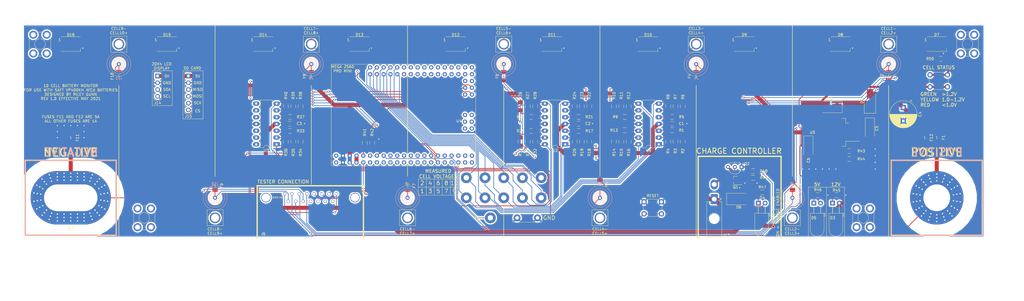
<source format=kicad_pcb>
(kicad_pcb (version 20171130) (host pcbnew "(5.1.6)-1")
  (title_block (date 2021-04-20) (rev 1))
  (layers (0 F.Cu signal) (31 B.Cu signal) (34 B.Paste user) (35 F.Paste user) (36 B.SilkS user) (37 F.SilkS user) (38 B.Mask user) (39 F.Mask user) (44 Edge.Cuts user))
  (net 0 "")
  (net 1 12VDC_BUS)
  (net 2 5V)
  (net 3 "Net-(D6-Pad2)")
  (net 4 "Net-(D7-Pad2)")
  (net 5 "Net-(D8-Pad2)")
  (net 6 "Net-(D10-Pad4)")
  (net 7 "Net-(D10-Pad2)")
  (net 8 "Net-(D11-Pad2)")
  (net 9 "Net-(D12-Pad2)")
  (net 10 "Net-(D13-Pad2)")
  (net 11 /OP-AMPS/CELL1_FUSED)
  (net 12 "Net-(F2-Pad1)")
  (net 13 /OP-AMPS/CELL2_FUSED)
  (net 14 /OP-AMPS/CELL3_FUSED)
  (net 15 "Net-(F3-Pad1)")
  (net 16 /OP-AMPS/CELL4_FUSED)
  (net 17 "Net-(F4-Pad1)")
  (net 18 "Net-(F5-Pad1)")
  (net 19 /OP-AMPS/CELL5_FUSED)
  (net 20 /OP-AMPS/CELL6_FUSED)
  (net 21 /OP-AMPS/CELL7_FUSED)
  (net 22 /OP-AMPS/CELL8_FUSED)
  (net 23 /OP-AMPS/CELL9_FUSED)
  (net 24 /OP-AMPS/CELL10_FUSED)
  (net 25 SDA)
  (net 26 SCL)
  (net 27 MISO)
  (net 28 MOSI)
  (net 29 SCK)
  (net 30 CS)
  (net 31 "Net-(Q1-Pad2)")
  (net 32 "Net-(R1-Pad1)")
  (net 33 "Net-(R3-Pad2)")
  (net 34 A0)
  (net 35 "Net-(R5-Pad1)")
  (net 36 "Net-(R7-Pad2)")
  (net 37 A1)
  (net 38 "Net-(R10-Pad2)")
  (net 39 "Net-(R11-Pad2)")
  (net 40 A2)
  (net 41 "Net-(R13-Pad1)")
  (net 42 "Net-(R15-Pad2)")
  (net 43 A3)
  (net 44 "Net-(R17-Pad1)")
  (net 45 "Net-(R19-Pad2)")
  (net 46 A4)
  (net 47 "Net-(R21-Pad1)")
  (net 48 "Net-(R23-Pad2)")
  (net 49 A5)
  (net 50 "Net-(R25-Pad1)")
  (net 51 "Net-(R27-Pad2)")
  (net 52 A6)
  (net 53 "Net-(R29-Pad1)")
  (net 54 "Net-(R31-Pad2)")
  (net 55 A7)
  (net 56 "Net-(R33-Pad1)")
  (net 57 "Net-(R35-Pad2)")
  (net 58 A8)
  (net 59 "Net-(R37-Pad1)")
  (net 60 "Net-(R39-Pad2)")
  (net 61 A9)
  (net 62 AREF)
  (net 63 CHARGE_CONTROL_SIGNAL)
  (net 64 "Net-(SW1-Pad2)")
  (net 65 "Net-(U4-Pad76)")
  (net 66 "Net-(U4-Pad75)")
  (net 67 "Net-(U4-Pad82)")
  (net 68 "Net-(U4-Pad84)")
  (net 69 "Net-(U4-Pad86)")
  (net 70 "Net-(U4-Pad81)")
  (net 71 "Net-(U4-Pad83)")
  (net 72 "Net-(U4-Pad85)")
  (net 73 3V3)
  (net 74 "Net-(U4-Pad11)")
  (net 75 "Net-(U4-Pad12)")
  (net 76 DATA)
  (net 77 "Net-(U4-Pad14)")
  (net 78 "Net-(U4-Pad16)")
  (net 79 "Net-(U4-Pad17)")
  (net 80 "Net-(U4-Pad18)")
  (net 81 "Net-(U4-Pad19)")
  (net 82 "Net-(U4-Pad20)")
  (net 83 "Net-(U4-Pad21)")
  (net 84 "Net-(U4-Pad22)")
  (net 85 "Net-(U4-Pad23)")
  (net 86 "Net-(U4-Pad24)")
  (net 87 "Net-(U4-Pad25)")
  (net 88 "Net-(U4-Pad26)")
  (net 89 "Net-(U4-Pad27)")
  (net 90 "Net-(U4-Pad28)")
  (net 91 "Net-(U4-Pad30)")
  (net 92 "Net-(U4-Pad33)")
  (net 93 "Net-(U4-Pad34)")
  (net 94 "Net-(U4-Pad35)")
  (net 95 "Net-(U4-Pad36)")
  (net 96 "Net-(U4-Pad37)")
  (net 97 "Net-(U4-Pad38)")
  (net 98 "Net-(U4-Pad39)")
  (net 99 "Net-(U4-Pad40)")
  (net 100 "Net-(U4-Pad41)")
  (net 101 "Net-(U4-Pad42)")
  (net 102 "Net-(U4-Pad53)")
  (net 103 "Net-(U4-Pad54)")
  (net 104 "Net-(U4-Pad55)")
  (net 105 "Net-(U4-Pad56)")
  (net 106 "Net-(U4-Pad57)")
  (net 107 "Net-(U4-Pad58)")
  (net 108 "Net-(U4-Pad59)")
  (net 109 "Net-(U4-Pad60)")
  (net 110 "Net-(U4-Pad61)")
  (net 111 "Net-(U4-Pad62)")
  (net 112 "Net-(U4-Pad63)")
  (net 113 "Net-(U4-Pad64)")
  (net 114 "Net-(U4-Pad65)")
  (net 115 "Net-(U4-Pad66)")
  (net 116 "Net-(U4-Pad67)")
  (net 117 "Net-(U4-Pad68)")
  (net 118 "Net-(U4-Pad69)")
  (net 119 "Net-(U4-Pad70)")
  (net 120 "Net-(U4-Pad71)")
  (net 121 "Net-(U4-Pad72)")
  (net 122 "Net-(U4-Pad73)")
  (net 123 "Net-(U4-Pad74)")
  (net 124 BATTERY+)
  (net 125 BATTERY-)
  (net 126 "Net-(R43-Pad2)")
  (net 127 "Net-(D3-Pad1)")
  (net 128 "Net-(D4-Pad1)")
  (net 129 "Net-(D14-Pad2)")
  (net 130 "Net-(D15-Pad2)")
  (net 131 "Net-(J6-Pad12)")
  (net 132 "Net-(J6-Pad13)")
  (net 133 "Net-(J6-Pad14)")
  (net 134 "Net-(J6-Pad15)")
  (net 135 "Net-(D5-Pad1)")
  (net 136 "Net-(D7-Pad4)")
  (net 137 "Net-(D16-Pad2)")
  (net 138 "Net-(F6-Pad1)")
  (net 139 "Net-(F7-Pad1)")
  (net 140 "Net-(F8-Pad1)")
  (net 141 "Net-(F9-Pad1)")
  (net 142 "Net-(F10-Pad1)")
  (net 143 GND)
  (net 144 "Net-(C5-Pad1)")
  (net 145 "Net-(U4-Pad2)")
  (net 146 "Net-(U4-Pad1)")
  (net 147 STATUS_CHECK)
  (module "NiCd Battery Tester:BATTERY_POWER_CONNECTION" (layer F.Cu) (at 382 185)
    (fp_text reference J1 (at 0 11.43) (layer F.SilkS))
    (fp_text value Conn_01x01)
    (pad 1 thru_hole circle (at 0 0) (size 20 20) (drill 10) (layers *.Cu *.Mask) (net 124 BATTERY+) (clearance 5))
    (pad 1 thru_hole circle (at 0 -6.35) (size 0.5 0.5) (drill 0.5) (layers *.Cu *.Mask) (net 124 BATTERY+))
    (pad 1 thru_hole circle (at -2.171828 -5.967048) (size 0.5 0.5) (drill 0.5) (layers *.Cu *.Mask) (net 124 BATTERY+))
    (pad 1 thru_hole circle (at -4.081701 -4.864382) (size 0.5 0.5) (drill 0.5) (layers *.Cu *.Mask) (net 124 BATTERY+))
    (pad 1 thru_hole circle (at -5.499261 -3.175) (size 0.5 0.5) (drill 0.5) (layers *.Cu *.Mask) (net 124 BATTERY+))
    (pad 1 thru_hole circle (at -6.253529 -1.102666) (size 0.5 0.5) (drill 0.5) (layers *.Cu *.Mask) (net 124 BATTERY+))
    (pad 1 thru_hole circle (at -6.253529 1.102666) (size 0.5 0.5) (drill 0.5) (layers *.Cu *.Mask) (net 124 BATTERY+))
    (pad 1 thru_hole circle (at -5.499261 3.175) (size 0.5 0.5) (drill 0.5) (layers *.Cu *.Mask) (net 124 BATTERY+))
    (pad 1 thru_hole circle (at -4.081701 4.864382) (size 0.5 0.5) (drill 0.5) (layers *.Cu *.Mask) (net 124 BATTERY+))
    (pad 1 thru_hole circle (at -2.171828 5.967048) (size 0.5 0.5) (drill 0.5) (layers *.Cu *.Mask) (net 124 BATTERY+))
    (pad 1 thru_hole circle (at 0 6.35) (size 0.5 0.5) (drill 0.5) (layers *.Cu *.Mask) (net 124 BATTERY+))
    (pad 1 thru_hole circle (at 2.171828 5.967048) (size 0.5 0.5) (drill 0.5) (layers *.Cu *.Mask) (net 124 BATTERY+))
    (pad 1 thru_hole circle (at 4.081701 4.864382) (size 0.5 0.5) (drill 0.5) (layers *.Cu *.Mask) (net 124 BATTERY+))
    (pad 1 thru_hole circle (at 5.499261 3.175) (size 0.5 0.5) (drill 0.5) (layers *.Cu *.Mask) (net 124 BATTERY+))
    (pad 1 thru_hole circle (at 6.253529 1.102666) (size 0.5 0.5) (drill 0.5) (layers *.Cu *.Mask) (net 124 BATTERY+))
    (pad 1 thru_hole circle (at 6.253529 -1.102666) (size 0.5 0.5) (drill 0.5) (layers *.Cu *.Mask) (net 124 BATTERY+))
    (pad 1 thru_hole circle (at 5.499261 -3.175) (size 0.5 0.5) (drill 0.5) (layers *.Cu *.Mask) (net 124 BATTERY+))
    (pad 1 thru_hole circle (at 4.081701 -4.864382) (size 0.5 0.5) (drill 0.5) (layers *.Cu *.Mask) (net 124 BATTERY+))
    (pad 1 thru_hole circle (at 2.171828 -5.967048) (size 0.5 0.5) (drill 0.5) (layers *.Cu *.Mask) (net 124 BATTERY+))
    (pad 1 thru_hole circle (at 0 -7.62) (size 0.5 0.5) (drill 0.5) (layers *.Cu *.Mask) (net 124 BATTERY+))
    (pad 1 thru_hole circle (at -2.606193 -7.160458) (size 0.5 0.5) (drill 0.5) (layers *.Cu *.Mask) (net 124 BATTERY+))
    (pad 1 thru_hole circle (at -4.898042 -5.837259) (size 0.5 0.5) (drill 0.5) (layers *.Cu *.Mask) (net 124 BATTERY+))
    (pad 1 thru_hole circle (at -6.599114 -3.81) (size 0.5 0.5) (drill 0.5) (layers *.Cu *.Mask) (net 124 BATTERY+))
    (pad 1 thru_hole circle (at -7.504235 -1.323199) (size 0.5 0.5) (drill 0.5) (layers *.Cu *.Mask) (net 124 BATTERY+))
    (pad 1 thru_hole circle (at -7.504235 1.323199) (size 0.5 0.5) (drill 0.5) (layers *.Cu *.Mask) (net 124 BATTERY+))
    (pad 1 thru_hole circle (at -6.599114 3.81) (size 0.5 0.5) (drill 0.5) (layers *.Cu *.Mask) (net 124 BATTERY+))
    (pad 1 thru_hole circle (at -4.898042 5.837259) (size 0.5 0.5) (drill 0.5) (layers *.Cu *.Mask) (net 124 BATTERY+))
    (pad 1 thru_hole circle (at -2.606193 7.160458) (size 0.5 0.5) (drill 0.5) (layers *.Cu *.Mask) (net 124 BATTERY+))
    (pad 1 thru_hole circle (at 0 7.62) (size 0.5 0.5) (drill 0.5) (layers *.Cu *.Mask) (net 124 BATTERY+))
    (pad 1 thru_hole circle (at 2.606193 7.160458) (size 0.5 0.5) (drill 0.5) (layers *.Cu *.Mask) (net 124 BATTERY+))
    (pad 1 thru_hole circle (at 4.898042 5.837259) (size 0.5 0.5) (drill 0.5) (layers *.Cu *.Mask) (net 124 BATTERY+))
    (pad 1 thru_hole circle (at 6.599114 3.81) (size 0.5 0.5) (drill 0.5) (layers *.Cu *.Mask) (net 124 BATTERY+))
    (pad 1 thru_hole circle (at 7.504235 1.323199) (size 0.5 0.5) (drill 0.5) (layers *.Cu *.Mask) (net 124 BATTERY+))
    (pad 1 thru_hole circle (at 7.504235 -1.323199) (size 0.5 0.5) (drill 0.5) (layers *.Cu *.Mask) (net 124 BATTERY+))
    (pad 1 thru_hole circle (at 6.599114 -3.81) (size 0.5 0.5) (drill 0.5) (layers *.Cu *.Mask) (net 124 BATTERY+))
    (pad 1 thru_hole circle (at 4.898042 -5.837259) (size 0.5 0.5) (drill 0.5) (layers *.Cu *.Mask) (net 124 BATTERY+))
    (pad 1 thru_hole circle (at 2.606193 -7.160458) (size 0.5 0.5) (drill 0.5) (layers *.Cu *.Mask) (net 124 BATTERY+))
    (pad 1 thru_hole circle (at 0 -8.89) (size 0.5 0.5) (drill 0.5) (layers *.Cu *.Mask) (net 124 BATTERY+))
    (pad 1 thru_hole circle (at -3.040559 -8.353867) (size 0.5 0.5) (drill 0.5) (layers *.Cu *.Mask) (net 124 BATTERY+))
    (pad 1 thru_hole circle (at -5.714382 -6.810135) (size 0.5 0.5) (drill 0.5) (layers *.Cu *.Mask) (net 124 BATTERY+))
    (pad 1 thru_hole circle (at -7.698966 -4.445) (size 0.5 0.5) (drill 0.5) (layers *.Cu *.Mask) (net 124 BATTERY+))
    (pad 1 thru_hole circle (at -8.754941 -1.543732) (size 0.5 0.5) (drill 0.5) (layers *.Cu *.Mask) (net 124 BATTERY+))
    (pad 1 thru_hole circle (at -8.754941 1.543732) (size 0.5 0.5) (drill 0.5) (layers *.Cu *.Mask) (net 124 BATTERY+))
    (pad 1 thru_hole circle (at -7.698966 4.445) (size 0.5 0.5) (drill 0.5) (layers *.Cu *.Mask) (net 124 BATTERY+))
    (pad 1 thru_hole circle (at -5.714382 6.810135) (size 0.5 0.5) (drill 0.5) (layers *.Cu *.Mask) (net 124 BATTERY+))
    (pad 1 thru_hole circle (at -3.040559 8.353867) (size 0.5 0.5) (drill 0.5) (layers *.Cu *.Mask) (net 124 BATTERY+))
    (pad 1 thru_hole circle (at 0 8.89) (size 0.5 0.5) (drill 0.5) (layers *.Cu *.Mask) (net 124 BATTERY+))
    (pad 1 thru_hole circle (at 3.040559 8.353867) (size 0.5 0.5) (drill 0.5) (layers *.Cu *.Mask) (net 124 BATTERY+))
    (pad 1 thru_hole circle (at 5.714382 6.810135) (size 0.5 0.5) (drill 0.5) (layers *.Cu *.Mask) (net 124 BATTERY+))
    (pad 1 thru_hole circle (at 7.698966 4.445) (size 0.5 0.5) (drill 0.5) (layers *.Cu *.Mask) (net 124 BATTERY+))
    (pad 1 thru_hole circle (at 8.754941 1.543732) (size 0.5 0.5) (drill 0.5) (layers *.Cu *.Mask) (net 124 BATTERY+))
    (pad 1 thru_hole circle (at 8.754941 -1.543732) (size 0.5 0.5) (drill 0.5) (layers *.Cu *.Mask) (net 124 BATTERY+))
    (pad 1 thru_hole circle (at 7.698966 -4.445) (size 0.5 0.5) (drill 0.5) (layers *.Cu *.Mask) (net 124 BATTERY+))
    (pad 1 thru_hole circle (at 5.714382 -6.810135) (size 0.5 0.5) (drill 0.5) (layers *.Cu *.Mask) (net 124 BATTERY+))
    (pad 1 thru_hole circle (at 3.040559 -8.353867) (size 0.5 0.5) (drill 0.5) (layers *.Cu *.Mask) (net 124 BATTERY+))
  )
  (module "NiCd Battery Tester:BATTERY_POWER_CONNECTION_WIDE" (layer F.Cu) (at 58 185)
    (fp_text reference J12 (at 0 11.43) (layer F.SilkS))
    (fp_text value Conn_01x01)
    (pad 1 thru_hole circle (at 0 8.65) (size 0.5 0.5) (drill 0.5) (layers *.Cu *.Mask) (net 125 BATTERY-))
    (pad 1 thru_hole circle (at 0 6.11) (size 0.5 0.5) (drill 0.5) (layers *.Cu *.Mask) (net 125 BATTERY-))
    (pad 1 thru_hole circle (at 2.5 7.38) (size 0.5 0.5) (drill 0.5) (layers *.Cu *.Mask) (net 125 BATTERY-))
    (pad 1 thru_hole circle (at 2.5 6.11) (size 0.5 0.5) (drill 0.5) (layers *.Cu *.Mask) (net 125 BATTERY-))
    (pad 1 thru_hole circle (at 2.5 8.65) (size 0.5 0.5) (drill 0.5) (layers *.Cu *.Mask) (net 125 BATTERY-))
    (pad 1 thru_hole circle (at 0 7.38) (size 0.5 0.5) (drill 0.5) (layers *.Cu *.Mask) (net 125 BATTERY-))
    (pad 1 thru_hole circle (at -2.5 8.65) (size 0.5 0.5) (drill 0.5) (layers *.Cu *.Mask) (net 125 BATTERY-))
    (pad 1 thru_hole circle (at -2.5 6.11) (size 0.5 0.5) (drill 0.5) (layers *.Cu *.Mask) (net 125 BATTERY-))
    (pad 1 thru_hole circle (at -2.5 7.38) (size 0.5 0.5) (drill 0.5) (layers *.Cu *.Mask) (net 125 BATTERY-))
    (pad 1 thru_hole circle (at 0 -6.6) (size 0.5 0.5) (drill 0.5) (layers *.Cu *.Mask) (net 125 BATTERY-))
    (pad 1 thru_hole circle (at 0 -7.87) (size 0.5 0.5) (drill 0.5) (layers *.Cu *.Mask) (net 125 BATTERY-))
    (pad 1 thru_hole circle (at 0 -9.14) (size 0.5 0.5) (drill 0.5) (layers *.Cu *.Mask) (net 125 BATTERY-))
    (pad 1 thru_hole circle (at 2.5 -6.6) (size 0.5 0.5) (drill 0.5) (layers *.Cu *.Mask) (net 125 BATTERY-))
    (pad 1 thru_hole circle (at 2.5 -9.14) (size 0.5 0.5) (drill 0.5) (layers *.Cu *.Mask) (net 125 BATTERY-))
    (pad 1 thru_hole circle (at 2.5 -7.87) (size 0.5 0.5) (drill 0.5) (layers *.Cu *.Mask) (net 125 BATTERY-))
    (pad 1 thru_hole circle (at -2.5 -6.6) (size 0.5 0.5) (drill 0.5) (layers *.Cu *.Mask) (net 125 BATTERY-))
    (pad 1 thru_hole circle (at -2.5 -7.87) (size 0.5 0.5) (drill 0.5) (layers *.Cu *.Mask) (net 125 BATTERY-))
    (pad 1 thru_hole circle (at -2.5 -9.14) (size 0.5 0.5) (drill 0.5) (layers *.Cu *.Mask) (net 125 BATTERY-))
    (pad 1 thru_hole circle (at 10.714382 6.560135) (size 0.5 0.5) (drill 0.5) (layers *.Cu *.Mask) (net 125 BATTERY-))
    (pad 1 thru_hole circle (at 5 6.1) (size 0.5 0.5) (drill 0.5) (layers *.Cu *.Mask) (net 125 BATTERY-))
    (pad 1 thru_hole circle (at 5 -6.6) (size 0.5 0.5) (drill 0.5) (layers *.Cu *.Mask) (net 125 BATTERY-))
    (pad 1 thru_hole circle (at 7.606193 -7.410458) (size 0.5 0.5) (drill 0.5) (layers *.Cu *.Mask) (net 125 BATTERY-))
    (pad 1 thru_hole circle (at 5 7.37) (size 0.5 0.5) (drill 0.5) (layers *.Cu *.Mask) (net 125 BATTERY-))
    (pad 1 thru_hole circle (at 11.599114 3.56) (size 0.5 0.5) (drill 0.5) (layers *.Cu *.Mask) (net 125 BATTERY-))
    (pad 1 thru_hole circle (at 8.040559 -8.603867) (size 0.5 0.5) (drill 0.5) (layers *.Cu *.Mask) (net 125 BATTERY-))
    (pad 1 thru_hole circle (at 10.714382 -7.060135) (size 0.5 0.5) (drill 0.5) (layers *.Cu *.Mask) (net 125 BATTERY-))
    (pad 1 thru_hole circle (at 12.698966 -4.695) (size 0.5 0.5) (drill 0.5) (layers *.Cu *.Mask) (net 125 BATTERY-))
    (pad 1 thru_hole circle (at 5 -7.87) (size 0.5 0.5) (drill 0.5) (layers *.Cu *.Mask) (net 125 BATTERY-))
    (pad 1 thru_hole circle (at 5 8.64) (size 0.5 0.5) (drill 0.5) (layers *.Cu *.Mask) (net 125 BATTERY-))
    (pad 1 thru_hole circle (at 12.504235 -1.573199) (size 0.5 0.5) (drill 0.5) (layers *.Cu *.Mask) (net 125 BATTERY-))
    (pad 1 thru_hole circle (at 10.499261 2.925) (size 0.5 0.5) (drill 0.5) (layers *.Cu *.Mask) (net 125 BATTERY-))
    (pad 1 thru_hole circle (at 7.171828 -6.217048) (size 0.5 0.5) (drill 0.5) (layers *.Cu *.Mask) (net 125 BATTERY-))
    (pad 1 thru_hole circle (at 13.754941 -1.793732) (size 0.5 0.5) (drill 0.5) (layers *.Cu *.Mask) (net 125 BATTERY-))
    (pad 1 thru_hole circle (at 12.698966 4.195) (size 0.5 0.5) (drill 0.5) (layers *.Cu *.Mask) (net 125 BATTERY-))
    (pad 1 thru_hole circle (at 8.040559 8.103867) (size 0.5 0.5) (drill 0.5) (layers *.Cu *.Mask) (net 125 BATTERY-))
    (pad 1 thru_hole circle (at 5 -9.14) (size 0.5 0.5) (drill 0.5) (layers *.Cu *.Mask) (net 125 BATTERY-))
    (pad 1 thru_hole circle (at 9.898042 -6.087259) (size 0.5 0.5) (drill 0.5) (layers *.Cu *.Mask) (net 125 BATTERY-))
    (pad 1 thru_hole circle (at 11.599114 -4.06) (size 0.5 0.5) (drill 0.5) (layers *.Cu *.Mask) (net 125 BATTERY-))
    (pad 1 thru_hole circle (at 12.504235 1.073199) (size 0.5 0.5) (drill 0.5) (layers *.Cu *.Mask) (net 125 BATTERY-))
    (pad 1 thru_hole circle (at 9.081701 4.614382) (size 0.5 0.5) (drill 0.5) (layers *.Cu *.Mask) (net 125 BATTERY-))
    (pad 1 thru_hole circle (at 10.499261 -3.425) (size 0.5 0.5) (drill 0.5) (layers *.Cu *.Mask) (net 125 BATTERY-))
    (pad 1 thru_hole circle (at 9.081701 -5.114382) (size 0.5 0.5) (drill 0.5) (layers *.Cu *.Mask) (net 125 BATTERY-))
    (pad 1 thru_hole circle (at 7.606193 6.910458) (size 0.5 0.5) (drill 0.5) (layers *.Cu *.Mask) (net 125 BATTERY-))
    (pad 1 thru_hole circle (at 7.171828 5.717048) (size 0.5 0.5) (drill 0.5) (layers *.Cu *.Mask) (net 125 BATTERY-))
    (pad 1 thru_hole circle (at 9.898042 5.587259) (size 0.5 0.5) (drill 0.5) (layers *.Cu *.Mask) (net 125 BATTERY-))
    (pad 1 thru_hole circle (at 11.253529 -1.352666) (size 0.5 0.5) (drill 0.5) (layers *.Cu *.Mask) (net 125 BATTERY-))
    (pad 1 thru_hole circle (at 13.754941 1.293732) (size 0.5 0.5) (drill 0.5) (layers *.Cu *.Mask) (net 125 BATTERY-))
    (pad 1 thru_hole circle (at 11.253529 0.852666) (size 0.5 0.5) (drill 0.5) (layers *.Cu *.Mask) (net 125 BATTERY-))
    (pad 1 thru_hole circle (at -10.714382 6.560135) (size 0.5 0.5) (drill 0.5) (layers *.Cu *.Mask) (net 125 BATTERY-))
    (pad 1 thru_hole circle (at -13.754941 1.293732) (size 0.5 0.5) (drill 0.5) (layers *.Cu *.Mask) (net 125 BATTERY-))
    (pad 1 thru_hole circle (at -11.599114 3.56) (size 0.5 0.5) (drill 0.5) (layers *.Cu *.Mask) (net 125 BATTERY-))
    (pad 1 thru_hole circle (at -5 6.1) (size 0.5 0.5) (drill 0.5) (layers *.Cu *.Mask) (net 125 BATTERY-))
    (pad 1 thru_hole circle (at -11.253529 -1.352666) (size 0.5 0.5) (drill 0.5) (layers *.Cu *.Mask) (net 125 BATTERY-))
    (pad 1 thru_hole circle (at -5 -6.6) (size 0.5 0.5) (drill 0.5) (layers *.Cu *.Mask) (net 125 BATTERY-))
    (pad 1 thru_hole circle (at -11.599114 -4.06) (size 0.5 0.5) (drill 0.5) (layers *.Cu *.Mask) (net 125 BATTERY-))
    (pad 1 thru_hole circle (at -9.081701 4.614382) (size 0.5 0.5) (drill 0.5) (layers *.Cu *.Mask) (net 125 BATTERY-))
    (pad 1 thru_hole circle (at -5 7.37) (size 0.5 0.5) (drill 0.5) (layers *.Cu *.Mask) (net 125 BATTERY-))
    (pad 1 thru_hole circle (at -5 -7.87) (size 0.5 0.5) (drill 0.5) (layers *.Cu *.Mask) (net 125 BATTERY-))
    (pad 1 thru_hole circle (at -5 8.64) (size 0.5 0.5) (drill 0.5) (layers *.Cu *.Mask) (net 125 BATTERY-))
    (pad 1 thru_hole circle (at -7.171828 -6.217048) (size 0.5 0.5) (drill 0.5) (layers *.Cu *.Mask) (net 125 BATTERY-))
    (pad 1 thru_hole circle (at -7.606193 -7.410458) (size 0.5 0.5) (drill 0.5) (layers *.Cu *.Mask) (net 125 BATTERY-))
    (pad 1 thru_hole circle (at -7.171828 5.717048) (size 0.5 0.5) (drill 0.5) (layers *.Cu *.Mask) (net 125 BATTERY-))
    (pad 1 thru_hole circle (at -8.040559 8.103867) (size 0.5 0.5) (drill 0.5) (layers *.Cu *.Mask) (net 125 BATTERY-))
    (pad 1 thru_hole circle (at -12.698966 4.195) (size 0.5 0.5) (drill 0.5) (layers *.Cu *.Mask) (net 125 BATTERY-))
    (pad 1 thru_hole circle (at -12.698966 -4.695) (size 0.5 0.5) (drill 0.5) (layers *.Cu *.Mask) (net 125 BATTERY-))
    (pad 1 thru_hole circle (at -12.504235 -1.573199) (size 0.5 0.5) (drill 0.5) (layers *.Cu *.Mask) (net 125 BATTERY-))
    (pad 1 thru_hole circle (at -10.499261 -3.425) (size 0.5 0.5) (drill 0.5) (layers *.Cu *.Mask) (net 125 BATTERY-))
    (pad 1 thru_hole circle (at -10.714382 -7.060135) (size 0.5 0.5) (drill 0.5) (layers *.Cu *.Mask) (net 125 BATTERY-))
    (pad 1 thru_hole circle (at -10.499261 2.925) (size 0.5 0.5) (drill 0.5) (layers *.Cu *.Mask) (net 125 BATTERY-))
    (pad 1 thru_hole circle (at -8.040559 -8.603867) (size 0.5 0.5) (drill 0.5) (layers *.Cu *.Mask) (net 125 BATTERY-))
    (pad 1 thru_hole circle (at -5 -9.14) (size 0.5 0.5) (drill 0.5) (layers *.Cu *.Mask) (net 125 BATTERY-))
    (pad 1 thru_hole circle (at -9.898042 -6.087259) (size 0.5 0.5) (drill 0.5) (layers *.Cu *.Mask) (net 125 BATTERY-))
    (pad 1 thru_hole circle (at -7.606193 6.910458) (size 0.5 0.5) (drill 0.5) (layers *.Cu *.Mask) (net 125 BATTERY-))
    (pad 1 thru_hole circle (at -9.898042 5.587259) (size 0.5 0.5) (drill 0.5) (layers *.Cu *.Mask) (net 125 BATTERY-))
    (pad 1 thru_hole circle (at -11.253529 0.852666) (size 0.5 0.5) (drill 0.5) (layers *.Cu *.Mask) (net 125 BATTERY-))
    (pad 1 thru_hole circle (at -9.081701 -5.114382) (size 0.5 0.5) (drill 0.5) (layers *.Cu *.Mask) (net 125 BATTERY-))
    (pad 1 thru_hole circle (at -13.754941 -1.793732) (size 0.5 0.5) (drill 0.5) (layers *.Cu *.Mask) (net 125 BATTERY-))
    (pad 1 thru_hole circle (at -12.504235 1.073199) (size 0.5 0.5) (drill 0.5) (layers *.Cu *.Mask) (net 125 BATTERY-))
    (pad 1 thru_hole oval (at 0 0) (size 30 20) (drill oval 20 10) (layers *.Cu *.Mask) (net 125 BATTERY-) (clearance 5))
  )
  (module "NiCd Battery Tester:15-PIN-DSUB" (layer F.Cu) (at 147.695 184.92)
    (fp_text reference J6 (at -17.695 13.58) (layer F.SilkS))
    (fp_text value "TESTER CONN")
    (fp_text user "EASTER EGG" (at -12.5 0) (layer F.SilkS) (effects (font (size 0.5 0.5) (thickness 0.1))))
    (fp_text user 1 (at -9.75 -3) (layer F.SilkS))
    (pad 15 thru_hole circle (at 8.31 1.42) (size 1.25 1.25) (drill 1) (layers *.Cu *.Mask) (net 134 "Net-(J6-Pad15)"))
    (pad 14 thru_hole circle (at 5.54 1.42) (size 1.25 1.25) (drill 1) (layers *.Cu *.Mask) (net 133 "Net-(J6-Pad14)"))
    (pad 13 thru_hole circle (at 2.77 1.42) (size 1.25 1.25) (drill 1) (layers *.Cu *.Mask) (net 132 "Net-(J6-Pad13)"))
    (pad 12 thru_hole circle (at 0 1.42) (size 1.25 1.25) (drill 1) (layers *.Cu *.Mask) (net 131 "Net-(J6-Pad12)"))
    (pad 11 thru_hole circle (at -2.77 1.42) (size 1.25 1.25) (drill 1) (layers *.Cu *.Mask) (net 125 BATTERY-))
    (pad 10 thru_hole circle (at -5.54 1.42) (size 1.25 1.25) (drill 1) (layers *.Cu *.Mask) (net 142 "Net-(F10-Pad1)"))
    (pad 9 thru_hole circle (at -8.31 1.42) (size 1.25 1.25) (drill 1) (layers *.Cu *.Mask) (net 141 "Net-(F9-Pad1)"))
    (pad 8 thru_hole circle (at 9.695 -1.42) (size 1.25 1.25) (drill 1) (layers *.Cu *.Mask) (net 140 "Net-(F8-Pad1)"))
    (pad 7 thru_hole circle (at 6.925 -1.42) (size 1.25 1.25) (drill 1) (layers *.Cu *.Mask) (net 139 "Net-(F7-Pad1)"))
    (pad 6 thru_hole circle (at 4.155 -1.42) (size 1.25 1.25) (drill 1) (layers *.Cu *.Mask) (net 138 "Net-(F6-Pad1)"))
    (pad 5 thru_hole circle (at 1.385 -1.42) (size 1.25 1.25) (drill 1) (layers *.Cu *.Mask) (net 18 "Net-(F5-Pad1)"))
    (pad 4 thru_hole circle (at -1.385 -1.42) (size 1.25 1.25) (drill 1) (layers *.Cu *.Mask) (net 17 "Net-(F4-Pad1)"))
    (pad 3 thru_hole circle (at -4.155 -1.42) (size 1.25 1.25) (drill 1) (layers *.Cu *.Mask) (net 15 "Net-(F3-Pad1)"))
    (pad 2 thru_hole circle (at -6.925 -1.42) (size 1.25 1.25) (drill 1) (layers *.Cu *.Mask) (net 12 "Net-(F2-Pad1)"))
    (pad 1 thru_hole circle (at -9.695 -1.42) (size 1.25 1.25) (drill 1) (layers *.Cu *.Mask) (net 124 BATTERY+))
    (pad "" thru_hole circle (at 16.65 0) (size 3.5 3.5) (drill 3.05) (layers *.Cu *.Mask))
    (pad "" thru_hole circle (at -16.65 0) (size 3.5 3.5) (drill 3.05) (layers *.Cu *.Mask))
  )
  (module Capacitor_THT:CP_Radial_D10.0mm_P5.00mm (layer F.Cu) (at 369.5 151.25 270)
    (fp_text reference C4 (at 2.5 -6.25 90) (layer F.SilkS))
    (fp_text value 220uF)
    (pad 2 thru_hole circle (at 5 0 270) (size 2 2) (drill 1) (layers *.Cu *.Mask) (net 143 GND))
    (pad 1 thru_hole rect (at 0 0 270) (size 2 2) (drill 1) (layers *.Cu *.Mask) (net 1 12VDC_BUS))
  )
  (module "NiCd Battery Tester:KEYSTONE_240" (layer B.Cu) (at 220 135)
    (fp_text reference J7 (at 0 5.25) (layer B.SilkS) (effects (justify mirror)))
    (fp_text value Conn_01x01)
    (pad 1 thru_hole circle (at 0 0) (size 1.524 1.524) (drill 0.762) (layers *.Cu *.Mask) (net 138 "Net-(F6-Pad1)") (clearance 2))
  )
  (module Diode_SMD:D_SMB_Handsoldering (layer F.Cu) (at 342 151 180)
    (fp_text reference D1 (at 0 3) (layer F.SilkS))
    (fp_text value ES3BB-13-F)
    (pad 2 smd rect (at 2.7 0 180) (size 3.5 2.3) (layers F.Cu F.Paste F.Mask) (net 2 5V))
    (pad 1 smd rect (at -2.7 0 180) (size 3.5 2.3) (layers F.Cu F.Paste F.Mask) (net 144 "Net-(C5-Pad1)"))
  )
  (module TestPoint:TestPoint_Plated_Hole_D3.0mm (layer F.Cu) (at 76 127.5)
    (fp_text reference TP19 hide)
    (fp_text value "CELL 10 VOLTAGE")
    (pad 1 thru_hole circle (at 0 0) (size 4 4) (drill 3) (layers *.Cu *.Mask) (net 24 /OP-AMPS/CELL10_FUSED))
  )
  (module TestPoint:TestPoint_Plated_Hole_D3.0mm (layer F.Cu) (at 112 192.5)
    (fp_text reference TP17 hide)
    (fp_text value "CELL 9 VOLTAGE")
    (pad 1 thru_hole circle (at 0 0) (size 4 4) (drill 3) (layers *.Cu *.Mask) (net 23 /OP-AMPS/CELL9_FUSED))
  )
  (module TestPoint:TestPoint_Plated_Hole_D3.0mm (layer F.Cu) (at 148 127.5)
    (fp_text reference TP14 hide)
    (fp_text value "CELL 8 VOLTAGE")
    (pad 1 thru_hole circle (at 0 0) (size 4 4) (drill 3) (layers *.Cu *.Mask) (net 22 /OP-AMPS/CELL8_FUSED))
  )
  (module TestPoint:TestPoint_Plated_Hole_D3.0mm (layer F.Cu) (at 184 192.5)
    (fp_text reference TP12 hide)
    (fp_text value "CELL 7 VOLTAGE")
    (pad 1 thru_hole circle (at 0 0) (size 4 4) (drill 3) (layers *.Cu *.Mask) (net 21 /OP-AMPS/CELL7_FUSED))
  )
  (module TestPoint:TestPoint_Plated_Hole_D3.0mm (layer F.Cu) (at 220 127.5)
    (fp_text reference TP10 hide)
    (fp_text value "CELL 6 VOLTAGE")
    (pad 1 thru_hole circle (at 0 0) (size 4 4) (drill 3) (layers *.Cu *.Mask) (net 20 /OP-AMPS/CELL6_FUSED))
  )
  (module TestPoint:TestPoint_Plated_Hole_D3.0mm (layer F.Cu) (at 256 192.5)
    (fp_text reference TP8 hide)
    (fp_text value "CELL 5 VOLTAGE")
    (pad 1 thru_hole circle (at 0 0) (size 4 4) (drill 3) (layers *.Cu *.Mask) (net 19 /OP-AMPS/CELL5_FUSED))
  )
  (module TestPoint:TestPoint_Plated_Hole_D3.0mm (layer F.Cu) (at 292 127.5)
    (fp_text reference TP6 hide)
    (fp_text value "CELL 4 VOLTAGE")
    (pad 1 thru_hole circle (at 0 0) (size 4 4) (drill 3) (layers *.Cu *.Mask) (net 16 /OP-AMPS/CELL4_FUSED))
  )
  (module TestPoint:TestPoint_Plated_Hole_D3.0mm (layer F.Cu) (at 328 192.5)
    (fp_text reference TP4 hide)
    (fp_text value "CELL 3 VOLTAGE")
    (pad 1 thru_hole circle (at 0 0) (size 4 4) (drill 3) (layers *.Cu *.Mask) (net 14 /OP-AMPS/CELL3_FUSED))
  )
  (module TestPoint:TestPoint_Plated_Hole_D3.0mm (layer F.Cu) (at 364 127.5)
    (fp_text reference TP2 hide)
    (fp_text value "CELL 2 VOLTAGE")
    (pad 1 thru_hole circle (at 0 0) (size 4 4) (drill 3) (layers *.Cu *.Mask) (net 13 /OP-AMPS/CELL2_FUSED))
  )
  (module TestPoint:TestPoint_Bridge_Pitch7.62mm_Drill1.3mm (layer F.Cu) (at 225 192.5)
    (fp_text reference TP15 hide)
    (fp_text value GND)
    (pad 1 thru_hole circle (at 7.62 0) (size 2.6 2.6) (drill 1.3) (layers *.Cu *.Mask) (net 143 GND))
    (pad 1 thru_hole circle (at 0 0) (size 2.6 2.6) (drill 1.3) (layers *.Cu *.Mask) (net 143 GND))
  )
  (module "NiCd Battery Tester:KEYSTONE_240" (layer B.Cu) (at 76 135)
    (fp_text reference J11 (at 0 5.25) (layer B.SilkS) (effects (justify mirror)))
    (fp_text value Conn_01x01)
    (pad 1 thru_hole circle (at 0 0) (size 1.524 1.524) (drill 0.762) (layers *.Cu *.Mask) (net 142 "Net-(F10-Pad1)") (clearance 2))
  )
  (module "NiCd Battery Tester:KEYSTONE_240" (layer B.Cu) (at 112 185 180)
    (fp_text reference J10 (at 0 5.25) (layer B.SilkS) (effects (justify mirror)))
    (fp_text value Conn_01x01)
    (pad 1 thru_hole circle (at 0 0 180) (size 1.524 1.524) (drill 0.762) (layers *.Cu *.Mask) (net 141 "Net-(F9-Pad1)") (clearance 2))
  )
  (module "NiCd Battery Tester:KEYSTONE_240" (layer B.Cu) (at 148 135)
    (fp_text reference J9 (at 0 5.25) (layer B.SilkS) (effects (justify mirror)))
    (fp_text value Conn_01x01)
    (pad 1 thru_hole circle (at 0 0) (size 1.524 1.524) (drill 0.762) (layers *.Cu *.Mask) (net 140 "Net-(F8-Pad1)") (clearance 2))
  )
  (module "NiCd Battery Tester:KEYSTONE_240" (layer B.Cu) (at 184 185 180)
    (fp_text reference J8 (at 0 5.25) (layer B.SilkS) (effects (justify mirror)))
    (fp_text value Conn_01x01)
    (pad 1 thru_hole circle (at 0 0 180) (size 1.524 1.524) (drill 0.762) (layers *.Cu *.Mask) (net 139 "Net-(F7-Pad1)") (clearance 2))
  )
  (module "NiCd Battery Tester:KEYSTONE_240" (layer B.Cu) (at 256 185 180)
    (fp_text reference J5 (at 0 5.25) (layer B.SilkS) (effects (justify mirror)))
    (fp_text value Conn_01x01)
    (pad 1 thru_hole circle (at 0 0 180) (size 1.524 1.524) (drill 0.762) (layers *.Cu *.Mask) (net 18 "Net-(F5-Pad1)") (clearance 2))
  )
  (module "NiCd Battery Tester:KEYSTONE_240" (layer B.Cu) (at 292 135)
    (fp_text reference J4 (at 0 5.25) (layer B.SilkS) (effects (justify mirror)))
    (fp_text value Conn_01x01)
    (pad 1 thru_hole circle (at 0 0) (size 1.524 1.524) (drill 0.762) (layers *.Cu *.Mask) (net 17 "Net-(F4-Pad1)") (clearance 2))
  )
  (module "NiCd Battery Tester:KEYSTONE_240" (layer B.Cu) (at 328 185 180)
    (fp_text reference J3 (at 0 5.25) (layer B.SilkS) (effects (justify mirror)))
    (fp_text value Conn_01x01)
    (pad 1 thru_hole circle (at 0 0 180) (size 1.524 1.524) (drill 0.762) (layers *.Cu *.Mask) (net 15 "Net-(F3-Pad1)") (clearance 2))
  )
  (module "NiCd Battery Tester:KEYSTONE_240" (layer B.Cu) (at 364 135)
    (fp_text reference J2 (at 0 5.25) (layer B.SilkS) (effects (justify mirror)))
    (fp_text value Conn_01x01)
    (pad 1 thru_hole circle (at 0 0) (size 1.524 1.524) (drill 0.762) (layers *.Cu *.Mask) (net 12 "Net-(F2-Pad1)") (clearance 2))
  )
  (module LED_THT:LED_D5.0mm_Horizontal_O3.81mm_Z3.0mm (layer F.Cu) (at 336 187)
    (fp_text reference D5 (at 0 5.5) (layer F.SilkS))
    (fp_text value "5V GREEN")
    (pad 2 thru_hole circle (at 2.54 0) (size 1.8 1.8) (drill 0.9) (layers *.Cu *.Mask) (net 2 5V))
    (pad 1 thru_hole rect (at 0 0) (size 1.8 1.8) (drill 0.9) (layers *.Cu *.Mask) (net 135 "Net-(D5-Pad1)"))
  )
  (module LED_THT:LED_D5.0mm_Horizontal_O3.81mm_Z3.0mm (layer F.Cu) (at 343 187)
    (fp_text reference D3 (at 0 5.5) (layer F.SilkS))
    (fp_text value "12V GREEN")
    (pad 2 thru_hole circle (at 2.54 0) (size 1.8 1.8) (drill 0.9) (layers *.Cu *.Mask) (net 1 12VDC_BUS))
    (pad 1 thru_hole rect (at 0 0) (size 1.8 1.8) (drill 0.9) (layers *.Cu *.Mask) (net 127 "Net-(D3-Pad1)"))
  )
  (module Resistor_SMD:R_1206_3216Metric_Pad1.42x1.75mm_HandSolder (layer F.Cu) (at 316.7375 183)
    (fp_text reference R47 (at 0.0125 -2) (layer F.SilkS))
    (fp_text value 620R)
    (pad 2 smd roundrect (at 1.4875 0) (size 1.425 1.75) (layers F.Cu F.Paste F.Mask) (roundrect_rratio 0.175439) (net 3 "Net-(D6-Pad2)"))
    (pad 1 smd roundrect (at -1.4875 0) (size 1.425 1.75) (layers F.Cu F.Paste F.Mask) (roundrect_rratio 0.175439) (net 128 "Net-(D4-Pad1)"))
  )
  (module LED_THT:LED_D5.0mm_Horizontal_O3.81mm_Z3.0mm (layer F.Cu) (at 315.25 187)
    (fp_text reference D4 (at 1.5 -2) (layer F.SilkS))
    (fp_text value "CHARGE STATUS")
    (pad 2 thru_hole circle (at 2.54 0) (size 1.8 1.8) (drill 0.9) (layers *.Cu *.Mask) (net 1 12VDC_BUS))
    (pad 1 thru_hole rect (at 0 0) (size 1.8 1.8) (drill 0.9) (layers *.Cu *.Mask) (net 128 "Net-(D4-Pad1)"))
  )
  (module Capacitor_Tantalum_SMD:CP_EIA-6032-20_AVX-F_Pad2.25x2.35mm_HandSolder (layer F.Cu) (at 334 165.8 270)
    (fp_text reference C6 (at 5.2 0 90) (layer F.SilkS))
    (fp_text value 10uF)
    (pad 2 smd roundrect (at 2.55 0 270) (size 2.25 2.35) (layers F.Cu F.Paste F.Mask) (roundrect_rratio 0.111111) (net 143 GND))
    (pad 1 smd roundrect (at -2.55 0 270) (size 2.25 2.35) (layers F.Cu F.Paste F.Mask) (roundrect_rratio 0.111111) (net 2 5V))
  )
  (module Capacitor_Tantalum_SMD:CP_EIA-6032-20_AVX-F_Pad2.25x2.35mm_HandSolder (layer F.Cu) (at 357 159.05 270)
    (fp_text reference C5 (at 0 -2.55 90) (layer F.SilkS))
    (fp_text value 10uF)
    (pad 2 smd roundrect (at 2.55 0 270) (size 2.25 2.35) (layers F.Cu F.Paste F.Mask) (roundrect_rratio 0.111111) (net 143 GND))
    (pad 1 smd roundrect (at -2.55 0 270) (size 2.25 2.35) (layers F.Cu F.Paste F.Mask) (roundrect_rratio 0.111111) (net 144 "Net-(C5-Pad1)"))
  )
  (module Capacitor_SMD:C_1206_3216Metric_Pad1.42x1.75mm_HandSolder (layer F.Cu) (at 282.9875 157.25)
    (fp_text reference C1 (at 3.5125 0) (layer F.SilkS))
    (fp_text value 0.1uF)
    (pad 2 smd roundrect (at 1.4875 0) (size 1.425 1.75) (layers F.Cu F.Paste F.Mask) (roundrect_rratio 0.175439) (net 143 GND))
    (pad 1 smd roundrect (at -1.4875 0) (size 1.425 1.75) (layers F.Cu F.Paste F.Mask) (roundrect_rratio 0.175439) (net 1 12VDC_BUS))
  )
  (module Capacitor_SMD:C_1206_3216Metric_Pad1.42x1.75mm_HandSolder (layer F.Cu) (at 247.9875 157.25)
    (fp_text reference C2 (at 3.5125 0) (layer F.SilkS))
    (fp_text value 0.1uF)
    (pad 2 smd roundrect (at 1.4875 0) (size 1.425 1.75) (layers F.Cu F.Paste F.Mask) (roundrect_rratio 0.175439) (net 143 GND))
    (pad 1 smd roundrect (at -1.4875 0) (size 1.425 1.75) (layers F.Cu F.Paste F.Mask) (roundrect_rratio 0.175439) (net 1 12VDC_BUS))
  )
  (module Capacitor_SMD:C_1206_3216Metric_Pad1.42x1.75mm_HandSolder (layer F.Cu) (at 139.9875 157.25)
    (fp_text reference C3 (at 3.5125 0) (layer F.SilkS))
    (fp_text value 0.1uF)
    (pad 2 smd roundrect (at 1.4875 0) (size 1.425 1.75) (layers F.Cu F.Paste F.Mask) (roundrect_rratio 0.175439) (net 143 GND))
    (pad 1 smd roundrect (at -1.4875 0) (size 1.425 1.75) (layers F.Cu F.Paste F.Mask) (roundrect_rratio 0.175439) (net 1 12VDC_BUS))
  )
  (module Diode_SMD:D_SMB_Handsoldering (layer F.Cu) (at 307.95 185.5)
    (fp_text reference D6 (at 0 3) (layer F.SilkS))
    (fp_text value 1N4007)
    (pad 2 smd rect (at 2.7 0) (size 3.5 2.3) (layers F.Cu F.Paste F.Mask) (net 3 "Net-(D6-Pad2)"))
    (pad 1 smd rect (at -2.7 0) (size 3.5 2.3) (layers F.Cu F.Paste F.Mask) (net 1 12VDC_BUS))
  )
  (module LED_SMD:LED_WS2812B_PLCC4_5.0x5.0mm_P3.2mm (layer F.Cu) (at 382 127.5)
    (fp_text reference D7 (at 0 -3.5) (layer F.SilkS))
    (fp_text value WS2812B)
    (fp_text user 1 (at -4.15 -1.6) (layer F.SilkS))
    (pad 1 smd rect (at -2.45 -1.6) (size 1.5 1) (layers F.Cu F.Paste F.Mask) (net 147 STATUS_CHECK))
    (pad 2 smd rect (at -2.45 1.6) (size 1.5 1) (layers F.Cu F.Paste F.Mask) (net 4 "Net-(D7-Pad2)"))
    (pad 4 smd rect (at 2.45 -1.6) (size 1.5 1) (layers F.Cu F.Paste F.Mask) (net 136 "Net-(D7-Pad4)"))
    (pad 3 smd rect (at 2.45 1.6) (size 1.5 1) (layers F.Cu F.Paste F.Mask) (net 143 GND))
  )
  (module LED_SMD:LED_WS2812B_PLCC4_5.0x5.0mm_P3.2mm (layer F.Cu) (at 346 127.5)
    (fp_text reference D8 (at 0 -3.5) (layer F.SilkS))
    (fp_text value WS2812B)
    (fp_text user 1 (at -4.15 -1.6) (layer F.SilkS))
    (pad 1 smd rect (at -2.45 -1.6) (size 1.5 1) (layers F.Cu F.Paste F.Mask) (net 147 STATUS_CHECK))
    (pad 2 smd rect (at -2.45 1.6) (size 1.5 1) (layers F.Cu F.Paste F.Mask) (net 5 "Net-(D8-Pad2)"))
    (pad 4 smd rect (at 2.45 -1.6) (size 1.5 1) (layers F.Cu F.Paste F.Mask) (net 4 "Net-(D7-Pad2)"))
    (pad 3 smd rect (at 2.45 1.6) (size 1.5 1) (layers F.Cu F.Paste F.Mask) (net 143 GND))
  )
  (module LED_SMD:LED_WS2812B_PLCC4_5.0x5.0mm_P3.2mm (layer F.Cu) (at 310 127.5)
    (fp_text reference D9 (at 0 -3.5) (layer F.SilkS))
    (fp_text value WS2812B)
    (fp_text user 1 (at -4.15 -1.6) (layer F.SilkS))
    (pad 1 smd rect (at -2.45 -1.6) (size 1.5 1) (layers F.Cu F.Paste F.Mask) (net 147 STATUS_CHECK))
    (pad 2 smd rect (at -2.45 1.6) (size 1.5 1) (layers F.Cu F.Paste F.Mask) (net 6 "Net-(D10-Pad4)"))
    (pad 4 smd rect (at 2.45 -1.6) (size 1.5 1) (layers F.Cu F.Paste F.Mask) (net 5 "Net-(D8-Pad2)"))
    (pad 3 smd rect (at 2.45 1.6) (size 1.5 1) (layers F.Cu F.Paste F.Mask) (net 143 GND))
  )
  (module LED_SMD:LED_WS2812B_PLCC4_5.0x5.0mm_P3.2mm (layer F.Cu) (at 274 127.5)
    (fp_text reference D10 (at 0 -3.5) (layer F.SilkS))
    (fp_text value WS2812B)
    (fp_text user 1 (at -4.15 -1.6) (layer F.SilkS))
    (pad 1 smd rect (at -2.45 -1.6) (size 1.5 1) (layers F.Cu F.Paste F.Mask) (net 147 STATUS_CHECK))
    (pad 2 smd rect (at -2.45 1.6) (size 1.5 1) (layers F.Cu F.Paste F.Mask) (net 7 "Net-(D10-Pad2)"))
    (pad 4 smd rect (at 2.45 -1.6) (size 1.5 1) (layers F.Cu F.Paste F.Mask) (net 6 "Net-(D10-Pad4)"))
    (pad 3 smd rect (at 2.45 1.6) (size 1.5 1) (layers F.Cu F.Paste F.Mask) (net 143 GND))
  )
  (module LED_SMD:LED_WS2812B_PLCC4_5.0x5.0mm_P3.2mm (layer F.Cu) (at 238 127.5)
    (fp_text reference D11 (at 0 -3.5) (layer F.SilkS))
    (fp_text value WS2812B)
    (fp_text user 1 (at -4.15 -1.6) (layer F.SilkS))
    (pad 1 smd rect (at -2.45 -1.6) (size 1.5 1) (layers F.Cu F.Paste F.Mask) (net 147 STATUS_CHECK))
    (pad 2 smd rect (at -2.45 1.6) (size 1.5 1) (layers F.Cu F.Paste F.Mask) (net 8 "Net-(D11-Pad2)"))
    (pad 4 smd rect (at 2.45 -1.6) (size 1.5 1) (layers F.Cu F.Paste F.Mask) (net 7 "Net-(D10-Pad2)"))
    (pad 3 smd rect (at 2.45 1.6) (size 1.5 1) (layers F.Cu F.Paste F.Mask) (net 143 GND))
  )
  (module LED_SMD:LED_WS2812B_PLCC4_5.0x5.0mm_P3.2mm (layer F.Cu) (at 202 127.5)
    (fp_text reference D12 (at 0 -3.5) (layer F.SilkS))
    (fp_text value WS2812B)
    (fp_text user 1 (at -4.15 -1.6) (layer F.SilkS))
    (pad 1 smd rect (at -2.45 -1.6) (size 1.5 1) (layers F.Cu F.Paste F.Mask) (net 147 STATUS_CHECK))
    (pad 2 smd rect (at -2.45 1.6) (size 1.5 1) (layers F.Cu F.Paste F.Mask) (net 9 "Net-(D12-Pad2)"))
    (pad 4 smd rect (at 2.45 -1.6) (size 1.5 1) (layers F.Cu F.Paste F.Mask) (net 8 "Net-(D11-Pad2)"))
    (pad 3 smd rect (at 2.45 1.6) (size 1.5 1) (layers F.Cu F.Paste F.Mask) (net 143 GND))
  )
  (module LED_SMD:LED_WS2812B_PLCC4_5.0x5.0mm_P3.2mm (layer F.Cu) (at 166 127.5)
    (fp_text reference D13 (at 0 -3.5) (layer F.SilkS))
    (fp_text value WS2812B)
    (fp_text user 1 (at -4.15 -1.6) (layer F.SilkS))
    (pad 1 smd rect (at -2.45 -1.6) (size 1.5 1) (layers F.Cu F.Paste F.Mask) (net 147 STATUS_CHECK))
    (pad 2 smd rect (at -2.45 1.6) (size 1.5 1) (layers F.Cu F.Paste F.Mask) (net 10 "Net-(D13-Pad2)"))
    (pad 4 smd rect (at 2.45 -1.6) (size 1.5 1) (layers F.Cu F.Paste F.Mask) (net 9 "Net-(D12-Pad2)"))
    (pad 3 smd rect (at 2.45 1.6) (size 1.5 1) (layers F.Cu F.Paste F.Mask) (net 143 GND))
  )
  (module LED_SMD:LED_WS2812B_PLCC4_5.0x5.0mm_P3.2mm (layer F.Cu) (at 130 127.5)
    (fp_text reference D14 (at 0 -3.5) (layer F.SilkS))
    (fp_text value WS2812B)
    (fp_text user 1 (at -4.15 -1.6) (layer F.SilkS))
    (pad 1 smd rect (at -2.45 -1.6) (size 1.5 1) (layers F.Cu F.Paste F.Mask) (net 147 STATUS_CHECK))
    (pad 2 smd rect (at -2.45 1.6) (size 1.5 1) (layers F.Cu F.Paste F.Mask) (net 129 "Net-(D14-Pad2)"))
    (pad 4 smd rect (at 2.45 -1.6) (size 1.5 1) (layers F.Cu F.Paste F.Mask) (net 10 "Net-(D13-Pad2)"))
    (pad 3 smd rect (at 2.45 1.6) (size 1.5 1) (layers F.Cu F.Paste F.Mask) (net 143 GND))
  )
  (module LED_SMD:LED_WS2812B_PLCC4_5.0x5.0mm_P3.2mm (layer F.Cu) (at 94 127.5)
    (fp_text reference D15 (at 0 -3.5) (layer F.SilkS))
    (fp_text value WS2812B)
    (fp_text user 1 (at -4.15 -1.6) (layer F.SilkS))
    (pad 1 smd rect (at -2.45 -1.6) (size 1.5 1) (layers F.Cu F.Paste F.Mask) (net 147 STATUS_CHECK))
    (pad 2 smd rect (at -2.45 1.6) (size 1.5 1) (layers F.Cu F.Paste F.Mask) (net 130 "Net-(D15-Pad2)"))
    (pad 4 smd rect (at 2.45 -1.6) (size 1.5 1) (layers F.Cu F.Paste F.Mask) (net 129 "Net-(D14-Pad2)"))
    (pad 3 smd rect (at 2.45 1.6) (size 1.5 1) (layers F.Cu F.Paste F.Mask) (net 143 GND))
  )
  (module LED_SMD:LED_WS2812B_PLCC4_5.0x5.0mm_P3.2mm (layer F.Cu) (at 58 127.5)
    (fp_text reference D16 (at 0 -3.5) (layer F.SilkS))
    (fp_text value WS2812B)
    (fp_text user 1 (at -4.15 -1.6) (layer F.SilkS))
    (pad 1 smd rect (at -2.45 -1.6) (size 1.5 1) (layers F.Cu F.Paste F.Mask) (net 147 STATUS_CHECK))
    (pad 2 smd rect (at -2.45 1.6) (size 1.5 1) (layers F.Cu F.Paste F.Mask) (net 137 "Net-(D16-Pad2)"))
    (pad 4 smd rect (at 2.45 -1.6) (size 1.5 1) (layers F.Cu F.Paste F.Mask) (net 130 "Net-(D15-Pad2)"))
    (pad 3 smd rect (at 2.45 1.6) (size 1.5 1) (layers F.Cu F.Paste F.Mask) (net 143 GND))
  )
  (module "NiCd Battery Tester:1206_FUSE" (layer F.Cu) (at 382 162.48 90)
    (fp_text reference F1 (at 0 2.5 90) (layer F.SilkS))
    (fp_text value 1A)
    (pad 2 smd rect (at 1.52 0 90) (size 1.52 2) (layers F.Cu F.Paste F.Mask) (net 11 /OP-AMPS/CELL1_FUSED))
    (pad 1 smd rect (at -1.52 0 90) (size 1.52 2) (layers F.Cu F.Paste F.Mask) (net 124 BATTERY+))
  )
  (module "NiCd Battery Tester:1206_FUSE" (layer F.Cu) (at 364 139.52 270)
    (fp_text reference F2 (at 0 2.5 90) (layer F.SilkS))
    (fp_text value 1A)
    (pad 2 smd rect (at 1.52 0 270) (size 1.52 2) (layers F.Cu F.Paste F.Mask) (net 13 /OP-AMPS/CELL2_FUSED))
    (pad 1 smd rect (at -1.52 0 270) (size 1.52 2) (layers F.Cu F.Paste F.Mask) (net 12 "Net-(F2-Pad1)"))
  )
  (module "NiCd Battery Tester:1206_FUSE" (layer F.Cu) (at 328 180.48 90)
    (fp_text reference F3 (at 0 2.5 90) (layer F.SilkS))
    (fp_text value 1A)
    (pad 2 smd rect (at 1.52 0 90) (size 1.52 2) (layers F.Cu F.Paste F.Mask) (net 14 /OP-AMPS/CELL3_FUSED))
    (pad 1 smd rect (at -1.52 0 90) (size 1.52 2) (layers F.Cu F.Paste F.Mask) (net 15 "Net-(F3-Pad1)"))
  )
  (module "NiCd Battery Tester:1206_FUSE" (layer F.Cu) (at 292 139.52 270)
    (fp_text reference F4 (at 0 2.5 90) (layer F.SilkS))
    (fp_text value 1A)
    (pad 2 smd rect (at 1.52 0 270) (size 1.52 2) (layers F.Cu F.Paste F.Mask) (net 16 /OP-AMPS/CELL4_FUSED))
    (pad 1 smd rect (at -1.52 0 270) (size 1.52 2) (layers F.Cu F.Paste F.Mask) (net 17 "Net-(F4-Pad1)"))
  )
  (module "NiCd Battery Tester:1206_FUSE" (layer F.Cu) (at 256 179.98 90)
    (fp_text reference F5 (at 0 2.5 90) (layer F.SilkS))
    (fp_text value 1A)
    (pad 2 smd rect (at 1.52 0 90) (size 1.52 2) (layers F.Cu F.Paste F.Mask) (net 19 /OP-AMPS/CELL5_FUSED))
    (pad 1 smd rect (at -1.52 0 90) (size 1.52 2) (layers F.Cu F.Paste F.Mask) (net 18 "Net-(F5-Pad1)"))
  )
  (module "NiCd Battery Tester:1206_FUSE" (layer F.Cu) (at 377.5 162.48 90)
    (fp_text reference F12 (at 0 2.5 90) (layer F.SilkS))
    (fp_text value 5A)
    (pad 2 smd rect (at 1.52 0 90) (size 1.52 2) (layers F.Cu F.Paste F.Mask) (net 1 12VDC_BUS))
    (pad 1 smd rect (at -1.52 0 90) (size 1.52 2) (layers F.Cu F.Paste F.Mask) (net 124 BATTERY+))
  )
  (module Connector_PinHeader_2.54mm:PinHeader_1x04_P2.54mm_Vertical (layer F.Cu) (at 90.5 139.425001)
    (fp_text reference J14 (at 0 10.074999) (layer F.SilkS))
    (fp_text value LCD)
    (pad 4 thru_hole oval (at 0 7.62) (size 1.7 1.7) (drill 1) (layers *.Cu *.Mask) (net 26 SCL))
    (pad 3 thru_hole oval (at 0 5.08) (size 1.7 1.7) (drill 1) (layers *.Cu *.Mask) (net 25 SDA))
    (pad 2 thru_hole oval (at 0 2.54) (size 1.7 1.7) (drill 1) (layers *.Cu *.Mask) (net 143 GND))
    (pad 1 thru_hole rect (at 0 0) (size 1.7 1.7) (drill 1) (layers *.Cu *.Mask) (net 2 5V))
  )
  (module Connector_Molex:Molex_Mini-Fit_Jr_5569-02A2_2x01_P4.20mm_Horizontal (layer F.Cu) (at 298.75 185.5 180)
    (fp_text reference J13 (at -4.5 -13.5) (layer F.SilkS))
    (fp_text value Conn_01x02)
    (pad "" np_thru_hole circle (at 0 -7.3 180) (size 3 3) (drill 3) (layers *.Cu *.Mask))
    (pad 2 thru_hole oval (at 0 5.5 180) (size 2.7 3.7) (drill 1.8) (layers *.Cu *.Mask) (net 3 "Net-(D6-Pad2)"))
    (pad 1 thru_hole roundrect (at 0 0 180) (size 2.7 3.7) (drill 1.8) (layers *.Cu *.Mask) (roundrect_rratio 0.09259299999999999) (net 1 12VDC_BUS))
  )
  (module Connector_PinHeader_2.54mm:PinHeader_1x06_P2.54mm_Vertical (layer F.Cu) (at 102 139.425001)
    (fp_text reference J15 (at 0 15.074999) (layer F.SilkS))
    (fp_text value "SD CARD")
    (pad 6 thru_hole oval (at 0 12.7) (size 1.7 1.7) (drill 1) (layers *.Cu *.Mask) (net 30 CS))
    (pad 5 thru_hole oval (at 0 10.16) (size 1.7 1.7) (drill 1) (layers *.Cu *.Mask) (net 29 SCK))
    (pad 4 thru_hole oval (at 0 7.62) (size 1.7 1.7) (drill 1) (layers *.Cu *.Mask) (net 28 MOSI))
    (pad 3 thru_hole oval (at 0 5.08) (size 1.7 1.7) (drill 1) (layers *.Cu *.Mask) (net 27 MISO))
    (pad 2 thru_hole oval (at 0 2.54) (size 1.7 1.7) (drill 1) (layers *.Cu *.Mask) (net 143 GND))
    (pad 1 thru_hole rect (at 0 0) (size 1.7 1.7) (drill 1) (layers *.Cu *.Mask) (net 2 5V))
  )
  (module Package_TO_SOT_SMD:SOT-23_Handsoldering (layer F.Cu) (at 306.75 178.5 180)
    (fp_text reference Q1 (at 0 -2.5) (layer F.SilkS))
    (fp_text value 4401)
    (pad 3 smd rect (at 1.5 0 180) (size 1.9 0.8) (layers F.Cu F.Paste F.Mask) (net 3 "Net-(D6-Pad2)"))
    (pad 2 smd rect (at -1.5 0.95 180) (size 1.9 0.8) (layers F.Cu F.Paste F.Mask) (net 31 "Net-(Q1-Pad2)"))
    (pad 1 smd rect (at -1.5 -0.95 180) (size 1.9 0.8) (layers F.Cu F.Paste F.Mask) (net 143 GND))
  )
  (module Resistor_SMD:R_1206_3216Metric_Pad1.42x1.75mm_HandSolder (layer F.Cu) (at 282.9875 159.75)
    (fp_text reference R1 (at 3.5125 0) (layer F.SilkS))
    (fp_text value 100K)
    (pad 2 smd roundrect (at 1.4875 0) (size 1.425 1.75) (layers F.Cu F.Paste F.Mask) (roundrect_rratio 0.175439) (net 143 GND))
    (pad 1 smd roundrect (at -1.4875 0) (size 1.425 1.75) (layers F.Cu F.Paste F.Mask) (roundrect_rratio 0.175439) (net 32 "Net-(R1-Pad1)"))
  )
  (module Resistor_SMD:R_1206_3216Metric_Pad1.42x1.75mm_HandSolder (layer F.Cu) (at 287 163.9875 90)
    (fp_text reference R2 (at -3.5125 0 90) (layer F.SilkS))
    (fp_text value 100K)
    (pad 2 smd roundrect (at 1.4875 0 90) (size 1.425 1.75) (layers F.Cu F.Paste F.Mask) (roundrect_rratio 0.175439) (net 32 "Net-(R1-Pad1)"))
    (pad 1 smd roundrect (at -1.4875 0 90) (size 1.425 1.75) (layers F.Cu F.Paste F.Mask) (roundrect_rratio 0.175439) (net 11 /OP-AMPS/CELL1_FUSED))
  )
  (module Resistor_SMD:R_1206_3216Metric_Pad1.42x1.75mm_HandSolder (layer F.Cu) (at 284.25 163.9875 90)
    (fp_text reference R3 (at -3.5125 0 90) (layer F.SilkS))
    (fp_text value 100K)
    (pad 2 smd roundrect (at 1.4875 0 90) (size 1.425 1.75) (layers F.Cu F.Paste F.Mask) (roundrect_rratio 0.175439) (net 33 "Net-(R3-Pad2)"))
    (pad 1 smd roundrect (at -1.4875 0 90) (size 1.425 1.75) (layers F.Cu F.Paste F.Mask) (roundrect_rratio 0.175439) (net 13 /OP-AMPS/CELL2_FUSED))
  )
  (module Resistor_SMD:R_1206_3216Metric_Pad1.42x1.75mm_HandSolder (layer F.Cu) (at 281.5 164.0125 270)
    (fp_text reference R4 (at 3.4875 0 90) (layer F.SilkS))
    (fp_text value 100K)
    (pad 2 smd roundrect (at 1.4875 0 270) (size 1.425 1.75) (layers F.Cu F.Paste F.Mask) (roundrect_rratio 0.175439) (net 34 A0))
    (pad 1 smd roundrect (at -1.4875 0 270) (size 1.425 1.75) (layers F.Cu F.Paste F.Mask) (roundrect_rratio 0.175439) (net 33 "Net-(R3-Pad2)"))
  )
  (module Resistor_SMD:R_1206_3216Metric_Pad1.42x1.75mm_HandSolder (layer F.Cu) (at 283.0125 154.75)
    (fp_text reference R5 (at 3.4875 0) (layer F.SilkS))
    (fp_text value 100K)
    (pad 2 smd roundrect (at 1.4875 0) (size 1.425 1.75) (layers F.Cu F.Paste F.Mask) (roundrect_rratio 0.175439) (net 143 GND))
    (pad 1 smd roundrect (at -1.4875 0) (size 1.425 1.75) (layers F.Cu F.Paste F.Mask) (roundrect_rratio 0.175439) (net 35 "Net-(R5-Pad1)"))
  )
  (module Resistor_SMD:R_1206_3216Metric_Pad1.42x1.75mm_HandSolder (layer F.Cu) (at 287 150.7625 270)
    (fp_text reference R6 (at -3.5125 0 90) (layer F.SilkS))
    (fp_text value 100K)
    (pad 2 smd roundrect (at 1.4875 0 270) (size 1.425 1.75) (layers F.Cu F.Paste F.Mask) (roundrect_rratio 0.175439) (net 35 "Net-(R5-Pad1)"))
    (pad 1 smd roundrect (at -1.4875 0 270) (size 1.425 1.75) (layers F.Cu F.Paste F.Mask) (roundrect_rratio 0.175439) (net 13 /OP-AMPS/CELL2_FUSED))
  )
  (module Resistor_SMD:R_1206_3216Metric_Pad1.42x1.75mm_HandSolder (layer F.Cu) (at 284.25 150.7625 270)
    (fp_text reference R7 (at -3.5125 0 90) (layer F.SilkS))
    (fp_text value 100K)
    (pad 2 smd roundrect (at 1.4875 0 270) (size 1.425 1.75) (layers F.Cu F.Paste F.Mask) (roundrect_rratio 0.175439) (net 36 "Net-(R7-Pad2)"))
    (pad 1 smd roundrect (at -1.4875 0 270) (size 1.425 1.75) (layers F.Cu F.Paste F.Mask) (roundrect_rratio 0.175439) (net 14 /OP-AMPS/CELL3_FUSED))
  )
  (module Resistor_SMD:R_1206_3216Metric_Pad1.42x1.75mm_HandSolder (layer F.Cu) (at 281.5 150.7625 90)
    (fp_text reference R8 (at 3.5125 0 90) (layer F.SilkS))
    (fp_text value 100K)
    (pad 2 smd roundrect (at 1.4875 0 90) (size 1.425 1.75) (layers F.Cu F.Paste F.Mask) (roundrect_rratio 0.175439) (net 37 A1))
    (pad 1 smd roundrect (at -1.4875 0 90) (size 1.425 1.75) (layers F.Cu F.Paste F.Mask) (roundrect_rratio 0.175439) (net 36 "Net-(R7-Pad2)"))
  )
  (module Resistor_SMD:R_1206_3216Metric_Pad1.42x1.75mm_HandSolder (layer F.Cu) (at 265.2625 154.75 180)
    (fp_text reference R9 (at 3.5125 0) (layer F.SilkS))
    (fp_text value 100K)
    (pad 2 smd roundrect (at 1.4875 0 180) (size 1.425 1.75) (layers F.Cu F.Paste F.Mask) (roundrect_rratio 0.175439) (net 143 GND))
    (pad 1 smd roundrect (at -1.4875 0 180) (size 1.425 1.75) (layers F.Cu F.Paste F.Mask) (roundrect_rratio 0.175439) (net 38 "Net-(R10-Pad2)"))
  )
  (module Resistor_SMD:R_1206_3216Metric_Pad1.42x1.75mm_HandSolder (layer F.Cu) (at 261.25 150.7625 270)
    (fp_text reference R10 (at -4.0125 0 90) (layer F.SilkS))
    (fp_text value 100K)
    (pad 2 smd roundrect (at 1.4875 0 270) (size 1.425 1.75) (layers F.Cu F.Paste F.Mask) (roundrect_rratio 0.175439) (net 38 "Net-(R10-Pad2)"))
    (pad 1 smd roundrect (at -1.4875 0 270) (size 1.425 1.75) (layers F.Cu F.Paste F.Mask) (roundrect_rratio 0.175439) (net 14 /OP-AMPS/CELL3_FUSED))
  )
  (module Resistor_SMD:R_1206_3216Metric_Pad1.42x1.75mm_HandSolder (layer F.Cu) (at 264 150.7625 270)
    (fp_text reference R11 (at -4.0125 0 90) (layer F.SilkS))
    (fp_text value 100K)
    (pad 2 smd roundrect (at 1.4875 0 270) (size 1.425 1.75) (layers F.Cu F.Paste F.Mask) (roundrect_rratio 0.175439) (net 39 "Net-(R11-Pad2)"))
    (pad 1 smd roundrect (at -1.4875 0 270) (size 1.425 1.75) (layers F.Cu F.Paste F.Mask) (roundrect_rratio 0.175439) (net 16 /OP-AMPS/CELL4_FUSED))
  )
  (module Resistor_SMD:R_1206_3216Metric_Pad1.42x1.75mm_HandSolder (layer F.Cu) (at 266.75 150.7625 90)
    (fp_text reference R12 (at 4.0125 0 90) (layer F.SilkS))
    (fp_text value 100K)
    (pad 2 smd roundrect (at 1.4875 0 90) (size 1.425 1.75) (layers F.Cu F.Paste F.Mask) (roundrect_rratio 0.175439) (net 40 A2))
    (pad 1 smd roundrect (at -1.4875 0 90) (size 1.425 1.75) (layers F.Cu F.Paste F.Mask) (roundrect_rratio 0.175439) (net 39 "Net-(R11-Pad2)"))
  )
  (module Resistor_SMD:R_1206_3216Metric_Pad1.42x1.75mm_HandSolder (layer F.Cu) (at 265.2625 159.75 180)
    (fp_text reference R13 (at 4.0125 0) (layer F.SilkS))
    (fp_text value 100K)
    (pad 2 smd roundrect (at 1.4875 0 180) (size 1.425 1.75) (layers F.Cu F.Paste F.Mask) (roundrect_rratio 0.175439) (net 143 GND))
    (pad 1 smd roundrect (at -1.4875 0 180) (size 1.425 1.75) (layers F.Cu F.Paste F.Mask) (roundrect_rratio 0.175439) (net 41 "Net-(R13-Pad1)"))
  )
  (module Resistor_SMD:R_1206_3216Metric_Pad1.42x1.75mm_HandSolder (layer F.Cu) (at 261.25 163.9875 90)
    (fp_text reference R14 (at -4.0125 0 90) (layer F.SilkS))
    (fp_text value 100K)
    (pad 2 smd roundrect (at 1.4875 0 90) (size 1.425 1.75) (layers F.Cu F.Paste F.Mask) (roundrect_rratio 0.175439) (net 41 "Net-(R13-Pad1)"))
    (pad 1 smd roundrect (at -1.4875 0 90) (size 1.425 1.75) (layers F.Cu F.Paste F.Mask) (roundrect_rratio 0.175439) (net 16 /OP-AMPS/CELL4_FUSED))
  )
  (module Resistor_SMD:R_1206_3216Metric_Pad1.42x1.75mm_HandSolder (layer F.Cu) (at 264 163.9875 90)
    (fp_text reference R15 (at -4.0125 0 90) (layer F.SilkS))
    (fp_text value 100K)
    (pad 2 smd roundrect (at 1.4875 0 90) (size 1.425 1.75) (layers F.Cu F.Paste F.Mask) (roundrect_rratio 0.175439) (net 42 "Net-(R15-Pad2)"))
    (pad 1 smd roundrect (at -1.4875 0 90) (size 1.425 1.75) (layers F.Cu F.Paste F.Mask) (roundrect_rratio 0.175439) (net 19 /OP-AMPS/CELL5_FUSED))
  )
  (module Resistor_SMD:R_1206_3216Metric_Pad1.42x1.75mm_HandSolder (layer F.Cu) (at 266.75 163.9875 270)
    (fp_text reference R16 (at 4.0125 0 90) (layer F.SilkS))
    (fp_text value 100K)
    (pad 2 smd roundrect (at 1.4875 0 270) (size 1.425 1.75) (layers F.Cu F.Paste F.Mask) (roundrect_rratio 0.175439) (net 43 A3))
    (pad 1 smd roundrect (at -1.4875 0 270) (size 1.425 1.75) (layers F.Cu F.Paste F.Mask) (roundrect_rratio 0.175439) (net 42 "Net-(R15-Pad2)"))
  )
  (module Resistor_SMD:R_1206_3216Metric_Pad1.42x1.75mm_HandSolder (layer F.Cu) (at 247.9875 160)
    (fp_text reference R17 (at 4.0125 0) (layer F.SilkS))
    (fp_text value 100K)
    (pad 2 smd roundrect (at 1.4875 0) (size 1.425 1.75) (layers F.Cu F.Paste F.Mask) (roundrect_rratio 0.175439) (net 143 GND))
    (pad 1 smd roundrect (at -1.4875 0) (size 1.425 1.75) (layers F.Cu F.Paste F.Mask) (roundrect_rratio 0.175439) (net 44 "Net-(R17-Pad1)"))
  )
  (module Resistor_SMD:R_1206_3216Metric_Pad1.42x1.75mm_HandSolder (layer F.Cu) (at 252 163.9875 90)
    (fp_text reference R18 (at -4.0125 0 90) (layer F.SilkS))
    (fp_text value 100K)
    (pad 2 smd roundrect (at 1.4875 0 90) (size 1.425 1.75) (layers F.Cu F.Paste F.Mask) (roundrect_rratio 0.175439) (net 44 "Net-(R17-Pad1)"))
    (pad 1 smd roundrect (at -1.4875 0 90) (size 1.425 1.75) (layers F.Cu F.Paste F.Mask) (roundrect_rratio 0.175439) (net 19 /OP-AMPS/CELL5_FUSED))
  )
  (module Resistor_SMD:R_1206_3216Metric_Pad1.42x1.75mm_HandSolder (layer F.Cu) (at 249.25 163.9875 90)
    (fp_text reference R19 (at -4.0125 0 90) (layer F.SilkS))
    (fp_text value 100K)
    (pad 2 smd roundrect (at 1.4875 0 90) (size 1.425 1.75) (layers F.Cu F.Paste F.Mask) (roundrect_rratio 0.175439) (net 45 "Net-(R19-Pad2)"))
    (pad 1 smd roundrect (at -1.4875 0 90) (size 1.425 1.75) (layers F.Cu F.Paste F.Mask) (roundrect_rratio 0.175439) (net 20 /OP-AMPS/CELL6_FUSED))
  )
  (module Resistor_SMD:R_1206_3216Metric_Pad1.42x1.75mm_HandSolder (layer F.Cu) (at 246.5 163.9875 270)
    (fp_text reference R20 (at 4.0125 0 90) (layer F.SilkS))
    (fp_text value 100K)
    (pad 2 smd roundrect (at 1.4875 0 270) (size 1.425 1.75) (layers F.Cu F.Paste F.Mask) (roundrect_rratio 0.175439) (net 46 A4))
    (pad 1 smd roundrect (at -1.4875 0 270) (size 1.425 1.75) (layers F.Cu F.Paste F.Mask) (roundrect_rratio 0.175439) (net 45 "Net-(R19-Pad2)"))
  )
  (module Resistor_SMD:R_1206_3216Metric_Pad1.42x1.75mm_HandSolder (layer F.Cu) (at 247.9875 154.75)
    (fp_text reference R21 (at 4.0125 0) (layer F.SilkS))
    (fp_text value 100K)
    (pad 2 smd roundrect (at 1.4875 0) (size 1.425 1.75) (layers F.Cu F.Paste F.Mask) (roundrect_rratio 0.175439) (net 143 GND))
    (pad 1 smd roundrect (at -1.4875 0) (size 1.425 1.75) (layers F.Cu F.Paste F.Mask) (roundrect_rratio 0.175439) (net 47 "Net-(R21-Pad1)"))
  )
  (module Resistor_SMD:R_1206_3216Metric_Pad1.42x1.75mm_HandSolder (layer F.Cu) (at 252 150.7625 270)
    (fp_text reference R22 (at -4.0125 0 90) (layer F.SilkS))
    (fp_text value 100K)
    (pad 2 smd roundrect (at 1.4875 0 270) (size 1.425 1.75) (layers F.Cu F.Paste F.Mask) (roundrect_rratio 0.175439) (net 47 "Net-(R21-Pad1)"))
    (pad 1 smd roundrect (at -1.4875 0 270) (size 1.425 1.75) (layers F.Cu F.Paste F.Mask) (roundrect_rratio 0.175439) (net 20 /OP-AMPS/CELL6_FUSED))
  )
  (module Resistor_SMD:R_1206_3216Metric_Pad1.42x1.75mm_HandSolder (layer F.Cu) (at 249.25 150.7625 270)
    (fp_text reference R23 (at -4.0125 0 90) (layer F.SilkS))
    (fp_text value 100K)
    (pad 2 smd roundrect (at 1.4875 0 270) (size 1.425 1.75) (layers F.Cu F.Paste F.Mask) (roundrect_rratio 0.175439) (net 48 "Net-(R23-Pad2)"))
    (pad 1 smd roundrect (at -1.4875 0 270) (size 1.425 1.75) (layers F.Cu F.Paste F.Mask) (roundrect_rratio 0.175439) (net 21 /OP-AMPS/CELL7_FUSED))
  )
  (module Resistor_SMD:R_1206_3216Metric_Pad1.42x1.75mm_HandSolder (layer F.Cu) (at 246.5 150.7625 90)
    (fp_text reference R24 (at 4.0125 0 90) (layer F.SilkS))
    (fp_text value 100K)
    (pad 2 smd roundrect (at 1.4875 0 90) (size 1.425 1.75) (layers F.Cu F.Paste F.Mask) (roundrect_rratio 0.175439) (net 49 A5))
    (pad 1 smd roundrect (at -1.4875 0 90) (size 1.425 1.75) (layers F.Cu F.Paste F.Mask) (roundrect_rratio 0.175439) (net 48 "Net-(R23-Pad2)"))
  )
  (module Resistor_SMD:R_1206_3216Metric_Pad1.42x1.75mm_HandSolder (layer F.Cu) (at 230.2625 154.75 180)
    (fp_text reference R25 (at 4.0125 0) (layer F.SilkS))
    (fp_text value 100K)
    (pad 2 smd roundrect (at 1.4875 0 180) (size 1.425 1.75) (layers F.Cu F.Paste F.Mask) (roundrect_rratio 0.175439) (net 143 GND))
    (pad 1 smd roundrect (at -1.4875 0 180) (size 1.425 1.75) (layers F.Cu F.Paste F.Mask) (roundrect_rratio 0.175439) (net 50 "Net-(R25-Pad1)"))
  )
  (module Resistor_SMD:R_1206_3216Metric_Pad1.42x1.75mm_HandSolder (layer F.Cu) (at 226.25 150.7625 270)
    (fp_text reference R26 (at -4.0125 0 90) (layer F.SilkS))
    (fp_text value 100K)
    (pad 2 smd roundrect (at 1.4875 0 270) (size 1.425 1.75) (layers F.Cu F.Paste F.Mask) (roundrect_rratio 0.175439) (net 50 "Net-(R25-Pad1)"))
    (pad 1 smd roundrect (at -1.4875 0 270) (size 1.425 1.75) (layers F.Cu F.Paste F.Mask) (roundrect_rratio 0.175439) (net 21 /OP-AMPS/CELL7_FUSED))
  )
  (module Resistor_SMD:R_1206_3216Metric_Pad1.42x1.75mm_HandSolder (layer F.Cu) (at 229 150.7625 270)
    (fp_text reference R27 (at -4.0125 0 90) (layer F.SilkS))
    (fp_text value 100K)
    (pad 2 smd roundrect (at 1.4875 0 270) (size 1.425 1.75) (layers F.Cu F.Paste F.Mask) (roundrect_rratio 0.175439) (net 51 "Net-(R27-Pad2)"))
    (pad 1 smd roundrect (at -1.4875 0 270) (size 1.425 1.75) (layers F.Cu F.Paste F.Mask) (roundrect_rratio 0.175439) (net 22 /OP-AMPS/CELL8_FUSED))
  )
  (module Resistor_SMD:R_1206_3216Metric_Pad1.42x1.75mm_HandSolder (layer F.Cu) (at 231.75 150.7625 90)
    (fp_text reference R28 (at 4.0125 0 90) (layer F.SilkS))
    (fp_text value 100K)
    (pad 2 smd roundrect (at 1.4875 0 90) (size 1.425 1.75) (layers F.Cu F.Paste F.Mask) (roundrect_rratio 0.175439) (net 52 A6))
    (pad 1 smd roundrect (at -1.4875 0 90) (size 1.425 1.75) (layers F.Cu F.Paste F.Mask) (roundrect_rratio 0.175439) (net 51 "Net-(R27-Pad2)"))
  )
  (module Resistor_SMD:R_1206_3216Metric_Pad1.42x1.75mm_HandSolder (layer F.Cu) (at 230.2625 160 180)
    (fp_text reference R29 (at 4.0125 0) (layer F.SilkS))
    (fp_text value 100K)
    (pad 2 smd roundrect (at 1.4875 0 180) (size 1.425 1.75) (layers F.Cu F.Paste F.Mask) (roundrect_rratio 0.175439) (net 143 GND))
    (pad 1 smd roundrect (at -1.4875 0 180) (size 1.425 1.75) (layers F.Cu F.Paste F.Mask) (roundrect_rratio 0.175439) (net 53 "Net-(R29-Pad1)"))
  )
  (module Resistor_SMD:R_1206_3216Metric_Pad1.42x1.75mm_HandSolder (layer F.Cu) (at 226.25 163.9875 90)
    (fp_text reference R30 (at -4.0125 0 90) (layer F.SilkS))
    (fp_text value 100K)
    (pad 2 smd roundrect (at 1.4875 0 90) (size 1.425 1.75) (layers F.Cu F.Paste F.Mask) (roundrect_rratio 0.175439) (net 53 "Net-(R29-Pad1)"))
    (pad 1 smd roundrect (at -1.4875 0 90) (size 1.425 1.75) (layers F.Cu F.Paste F.Mask) (roundrect_rratio 0.175439) (net 22 /OP-AMPS/CELL8_FUSED))
  )
  (module Resistor_SMD:R_1206_3216Metric_Pad1.42x1.75mm_HandSolder (layer F.Cu) (at 229 163.9875 90)
    (fp_text reference R31 (at -4.0125 0 90) (layer F.SilkS))
    (fp_text value 100K)
    (pad 2 smd roundrect (at 1.4875 0 90) (size 1.425 1.75) (layers F.Cu F.Paste F.Mask) (roundrect_rratio 0.175439) (net 54 "Net-(R31-Pad2)"))
    (pad 1 smd roundrect (at -1.4875 0 90) (size 1.425 1.75) (layers F.Cu F.Paste F.Mask) (roundrect_rratio 0.175439) (net 23 /OP-AMPS/CELL9_FUSED))
  )
  (module Resistor_SMD:R_1206_3216Metric_Pad1.42x1.75mm_HandSolder (layer F.Cu) (at 231.75 163.9875 270)
    (fp_text reference R32 (at 4.0125 0 90) (layer F.SilkS))
    (fp_text value 100K)
    (pad 2 smd roundrect (at 1.4875 0 270) (size 1.425 1.75) (layers F.Cu F.Paste F.Mask) (roundrect_rratio 0.175439) (net 55 A7))
    (pad 1 smd roundrect (at -1.4875 0 270) (size 1.425 1.75) (layers F.Cu F.Paste F.Mask) (roundrect_rratio 0.175439) (net 54 "Net-(R31-Pad2)"))
  )
  (module Resistor_SMD:R_1206_3216Metric_Pad1.42x1.75mm_HandSolder (layer F.Cu) (at 139.9875 160)
    (fp_text reference R33 (at 4.0125 0) (layer F.SilkS))
    (fp_text value 100K)
    (pad 2 smd roundrect (at 1.4875 0) (size 1.425 1.75) (layers F.Cu F.Paste F.Mask) (roundrect_rratio 0.175439) (net 143 GND))
    (pad 1 smd roundrect (at -1.4875 0) (size 1.425 1.75) (layers F.Cu F.Paste F.Mask) (roundrect_rratio 0.175439) (net 56 "Net-(R33-Pad1)"))
  )
  (module Resistor_SMD:R_1206_3216Metric_Pad1.42x1.75mm_HandSolder (layer F.Cu) (at 144 163.9875 90)
    (fp_text reference R34 (at -4.0125 0 90) (layer F.SilkS))
    (fp_text value 100K)
    (pad 2 smd roundrect (at 1.4875 0 90) (size 1.425 1.75) (layers F.Cu F.Paste F.Mask) (roundrect_rratio 0.175439) (net 56 "Net-(R33-Pad1)"))
    (pad 1 smd roundrect (at -1.4875 0 90) (size 1.425 1.75) (layers F.Cu F.Paste F.Mask) (roundrect_rratio 0.175439) (net 23 /OP-AMPS/CELL9_FUSED))
  )
  (module Resistor_SMD:R_1206_3216Metric_Pad1.42x1.75mm_HandSolder (layer F.Cu) (at 141.25 163.9875 90)
    (fp_text reference R35 (at -4.0125 0 90) (layer F.SilkS))
    (fp_text value 100K)
    (pad 2 smd roundrect (at 1.4875 0 90) (size 1.425 1.75) (layers F.Cu F.Paste F.Mask) (roundrect_rratio 0.175439) (net 57 "Net-(R35-Pad2)"))
    (pad 1 smd roundrect (at -1.4875 0 90) (size 1.425 1.75) (layers F.Cu F.Paste F.Mask) (roundrect_rratio 0.175439) (net 24 /OP-AMPS/CELL10_FUSED))
  )
  (module Resistor_SMD:R_1206_3216Metric_Pad1.42x1.75mm_HandSolder (layer F.Cu) (at 138.5 163.9875 270)
    (fp_text reference R36 (at 4.0125 0 90) (layer F.SilkS))
    (fp_text value 100K)
    (pad 2 smd roundrect (at 1.4875 0 270) (size 1.425 1.75) (layers F.Cu F.Paste F.Mask) (roundrect_rratio 0.175439) (net 58 A8))
    (pad 1 smd roundrect (at -1.4875 0 270) (size 1.425 1.75) (layers F.Cu F.Paste F.Mask) (roundrect_rratio 0.175439) (net 57 "Net-(R35-Pad2)"))
  )
  (module Resistor_SMD:R_1206_3216Metric_Pad1.42x1.75mm_HandSolder (layer F.Cu) (at 139.9875 154.75)
    (fp_text reference R37 (at 4.0125 0) (layer F.SilkS))
    (fp_text value 100K)
    (pad 2 smd roundrect (at 1.4875 0) (size 1.425 1.75) (layers F.Cu F.Paste F.Mask) (roundrect_rratio 0.175439) (net 143 GND))
    (pad 1 smd roundrect (at -1.4875 0) (size 1.425 1.75) (layers F.Cu F.Paste F.Mask) (roundrect_rratio 0.175439) (net 59 "Net-(R37-Pad1)"))
  )
  (module Resistor_SMD:R_1206_3216Metric_Pad1.42x1.75mm_HandSolder (layer F.Cu) (at 144 150.7625 270)
    (fp_text reference R38 (at -4.0125 0 90) (layer F.SilkS))
    (fp_text value 100K)
    (pad 2 smd roundrect (at 1.4875 0 270) (size 1.425 1.75) (layers F.Cu F.Paste F.Mask) (roundrect_rratio 0.175439) (net 59 "Net-(R37-Pad1)"))
    (pad 1 smd roundrect (at -1.4875 0 270) (size 1.425 1.75) (layers F.Cu F.Paste F.Mask) (roundrect_rratio 0.175439) (net 24 /OP-AMPS/CELL10_FUSED))
  )
  (module Resistor_SMD:R_1206_3216Metric_Pad1.42x1.75mm_HandSolder (layer F.Cu) (at 141.25 150.7625 270)
    (fp_text reference R39 (at -4.0125 0 90) (layer F.SilkS))
    (fp_text value 100K)
    (pad 2 smd roundrect (at 1.4875 0 270) (size 1.425 1.75) (layers F.Cu F.Paste F.Mask) (roundrect_rratio 0.175439) (net 60 "Net-(R39-Pad2)"))
    (pad 1 smd roundrect (at -1.4875 0 270) (size 1.425 1.75) (layers F.Cu F.Paste F.Mask) (roundrect_rratio 0.175439) (net 143 GND))
  )
  (module Resistor_SMD:R_1206_3216Metric_Pad1.42x1.75mm_HandSolder (layer F.Cu) (at 138.5 150.7625 90)
    (fp_text reference R40 (at 4.0125 0 90) (layer F.SilkS))
    (fp_text value 100K)
    (pad 2 smd roundrect (at 1.4875 0 90) (size 1.425 1.75) (layers F.Cu F.Paste F.Mask) (roundrect_rratio 0.175439) (net 61 A9))
    (pad 1 smd roundrect (at -1.4875 0 90) (size 1.425 1.75) (layers F.Cu F.Paste F.Mask) (roundrect_rratio 0.175439) (net 60 "Net-(R39-Pad2)"))
  )
  (module Resistor_SMD:R_1206_3216Metric_Pad1.42x1.75mm_HandSolder (layer F.Cu) (at 168 164.4875 270)
    (fp_text reference R41 (at -3.9875 0 90) (layer F.SilkS))
    (fp_text value 150K)
    (pad 2 smd roundrect (at 1.4875 0 270) (size 1.425 1.75) (layers F.Cu F.Paste F.Mask) (roundrect_rratio 0.175439) (net 62 AREF))
    (pad 1 smd roundrect (at -1.4875 0 270) (size 1.425 1.75) (layers F.Cu F.Paste F.Mask) (roundrect_rratio 0.175439) (net 2 5V))
  )
  (module Resistor_SMD:R_1206_3216Metric_Pad1.42x1.75mm_HandSolder (layer F.Cu) (at 170.75 164.4875 90)
    (fp_text reference R42 (at 3.9875 0 90) (layer F.SilkS))
    (fp_text value 100K)
    (pad 2 smd roundrect (at 1.4875 0 90) (size 1.425 1.75) (layers F.Cu F.Paste F.Mask) (roundrect_rratio 0.175439) (net 143 GND))
    (pad 1 smd roundrect (at -1.4875 0 90) (size 1.425 1.75) (layers F.Cu F.Paste F.Mask) (roundrect_rratio 0.175439) (net 62 AREF))
  )
  (module Resistor_SMD:R_1206_3216Metric_Pad1.42x1.75mm_HandSolder (layer F.Cu) (at 349.2625 167.5)
    (fp_text reference R43 (at 4.4875 0) (layer F.SilkS))
    (fp_text value 620R)
    (pad 2 smd roundrect (at 1.4875 0) (size 1.425 1.75) (layers F.Cu F.Paste F.Mask) (roundrect_rratio 0.175439) (net 126 "Net-(R43-Pad2)"))
    (pad 1 smd roundrect (at -1.4875 0) (size 1.425 1.75) (layers F.Cu F.Paste F.Mask) (roundrect_rratio 0.175439) (net 2 5V))
  )
  (module Resistor_SMD:R_1206_3216Metric_Pad1.42x1.75mm_HandSolder (layer F.Cu) (at 349.2625 170.5 180)
    (fp_text reference R44 (at -4.4875 0) (layer F.SilkS))
    (fp_text value 620R)
    (pad 2 smd roundrect (at 1.4875 0 180) (size 1.425 1.75) (layers F.Cu F.Paste F.Mask) (roundrect_rratio 0.175439) (net 143 GND))
    (pad 1 smd roundrect (at -1.4875 0 180) (size 1.425 1.75) (layers F.Cu F.Paste F.Mask) (roundrect_rratio 0.175439) (net 126 "Net-(R43-Pad2)"))
  )
  (module Resistor_SMD:R_1206_3216Metric_Pad1.42x1.75mm_HandSolder (layer F.Cu) (at 344.4875 184)
    (fp_text reference R45 (at 0 -1.82) (layer F.SilkS))
    (fp_text value 620R)
    (pad 2 smd roundrect (at 1.4875 0) (size 1.425 1.75) (layers F.Cu F.Paste F.Mask) (roundrect_rratio 0.175439) (net 143 GND))
    (pad 1 smd roundrect (at -1.4875 0) (size 1.425 1.75) (layers F.Cu F.Paste F.Mask) (roundrect_rratio 0.175439) (net 127 "Net-(D3-Pad1)"))
  )
  (module Resistor_SMD:R_1206_3216Metric_Pad1.42x1.75mm_HandSolder (layer F.Cu) (at 337.4875 184 180)
    (fp_text reference R46 (at -0.0125 2) (layer F.SilkS))
    (fp_text value 620R)
    (pad 2 smd roundrect (at 1.4875 0 180) (size 1.425 1.75) (layers F.Cu F.Paste F.Mask) (roundrect_rratio 0.175439) (net 135 "Net-(D5-Pad1)"))
    (pad 1 smd roundrect (at -1.4875 0 180) (size 1.425 1.75) (layers F.Cu F.Paste F.Mask) (roundrect_rratio 0.175439) (net 143 GND))
  )
  (module Resistor_SMD:R_1206_3216Metric_Pad1.42x1.75mm_HandSolder (layer F.Cu) (at 313.2375 175 180)
    (fp_text reference R48 (at -4.0125 0) (layer F.SilkS))
    (fp_text value 390R)
    (pad 1 smd roundrect (at -1.4875 0 180) (size 1.425 1.75) (layers F.Cu F.Paste F.Mask) (roundrect_rratio 0.175439) (net 63 CHARGE_CONTROL_SIGNAL))
    (pad 2 smd roundrect (at 1.4875 0 180) (size 1.425 1.75) (layers F.Cu F.Paste F.Mask) (roundrect_rratio 0.175439) (net 31 "Net-(Q1-Pad2)"))
  )
  (module Resistor_SMD:R_1206_3216Metric_Pad1.42x1.75mm_HandSolder (layer F.Cu) (at 313.2375 177.5)
    (fp_text reference R49 (at 4.0125 0) (layer F.SilkS))
    (fp_text value 10K)
    (pad 2 smd roundrect (at 1.4875 0) (size 1.425 1.75) (layers F.Cu F.Paste F.Mask) (roundrect_rratio 0.175439) (net 143 GND))
    (pad 1 smd roundrect (at -1.4875 0) (size 1.425 1.75) (layers F.Cu F.Paste F.Mask) (roundrect_rratio 0.175439) (net 31 "Net-(Q1-Pad2)"))
  )
  (module Resistor_SMD:R_1206_3216Metric_Pad1.42x1.75mm_HandSolder (layer F.Cu) (at 383.5125 133)
    (fp_text reference R50 (at -4.0125 0) (layer F.SilkS))
    (fp_text value 470R)
    (pad 2 smd roundrect (at 1.4875 0) (size 1.425 1.75) (layers F.Cu F.Paste F.Mask) (roundrect_rratio 0.175439) (net 136 "Net-(D7-Pad4)"))
    (pad 1 smd roundrect (at -1.4875 0) (size 1.425 1.75) (layers F.Cu F.Paste F.Mask) (roundrect_rratio 0.175439) (net 76 DATA))
  )
  (module Button_Switch_THT:SW_PUSH_6mm_H5mm (layer F.Cu) (at 272.5 186.5)
    (fp_text reference SW1 hide)
    (fp_text value RESET)
    (pad 1 thru_hole circle (at 6.5 0 90) (size 2 2) (drill 1.1) (layers *.Cu *.Mask) (net 143 GND))
    (pad 2 thru_hole circle (at 6.5 4.5 90) (size 2 2) (drill 1.1) (layers *.Cu *.Mask) (net 64 "Net-(SW1-Pad2)"))
    (pad 1 thru_hole circle (at 0 0 90) (size 2 2) (drill 1.1) (layers *.Cu *.Mask) (net 143 GND))
    (pad 2 thru_hole circle (at 0 4.5 90) (size 2 2) (drill 1.1) (layers *.Cu *.Mask) (net 64 "Net-(SW1-Pad2)"))
  )
  (module Package_DIP:DIP-14_W7.62mm_LongPads (layer F.Cu) (at 278 165 180)
    (fp_text reference U1 (at 3.81 -2.33) (layer F.SilkS))
    (fp_text value LM324A)
    (pad 14 thru_hole oval (at 7.62 0 180) (size 2.4 1.6) (drill 0.8) (layers *.Cu *.Mask) (net 43 A3))
    (pad 7 thru_hole oval (at 0 15.24 180) (size 2.4 1.6) (drill 0.8) (layers *.Cu *.Mask) (net 37 A1))
    (pad 13 thru_hole oval (at 7.62 2.54 180) (size 2.4 1.6) (drill 0.8) (layers *.Cu *.Mask) (net 42 "Net-(R15-Pad2)"))
    (pad 6 thru_hole oval (at 0 12.7 180) (size 2.4 1.6) (drill 0.8) (layers *.Cu *.Mask) (net 36 "Net-(R7-Pad2)"))
    (pad 12 thru_hole oval (at 7.62 5.08 180) (size 2.4 1.6) (drill 0.8) (layers *.Cu *.Mask) (net 41 "Net-(R13-Pad1)"))
    (pad 5 thru_hole oval (at 0 10.16 180) (size 2.4 1.6) (drill 0.8) (layers *.Cu *.Mask) (net 35 "Net-(R5-Pad1)"))
    (pad 11 thru_hole oval (at 7.62 7.62 180) (size 2.4 1.6) (drill 0.8) (layers *.Cu *.Mask) (net 143 GND))
    (pad 4 thru_hole oval (at 0 7.62 180) (size 2.4 1.6) (drill 0.8) (layers *.Cu *.Mask) (net 1 12VDC_BUS))
    (pad 10 thru_hole oval (at 7.62 10.16 180) (size 2.4 1.6) (drill 0.8) (layers *.Cu *.Mask) (net 38 "Net-(R10-Pad2)"))
    (pad 3 thru_hole oval (at 0 5.08 180) (size 2.4 1.6) (drill 0.8) (layers *.Cu *.Mask) (net 32 "Net-(R1-Pad1)"))
    (pad 9 thru_hole oval (at 7.62 12.7 180) (size 2.4 1.6) (drill 0.8) (layers *.Cu *.Mask) (net 39 "Net-(R11-Pad2)"))
    (pad 2 thru_hole oval (at 0 2.54 180) (size 2.4 1.6) (drill 0.8) (layers *.Cu *.Mask) (net 33 "Net-(R3-Pad2)"))
    (pad 8 thru_hole oval (at 7.62 15.24 180) (size 2.4 1.6) (drill 0.8) (layers *.Cu *.Mask) (net 40 A2))
    (pad 1 thru_hole rect (at 0 0 180) (size 2.4 1.6) (drill 0.8) (layers *.Cu *.Mask) (net 34 A0))
  )
  (module Package_DIP:DIP-14_W7.62mm_LongPads (layer F.Cu) (at 243 165 180)
    (fp_text reference U2 (at 3.81 -2.33) (layer F.SilkS))
    (fp_text value LM324A)
    (pad 14 thru_hole oval (at 7.62 0 180) (size 2.4 1.6) (drill 0.8) (layers *.Cu *.Mask) (net 55 A7))
    (pad 7 thru_hole oval (at 0 15.24 180) (size 2.4 1.6) (drill 0.8) (layers *.Cu *.Mask) (net 49 A5))
    (pad 13 thru_hole oval (at 7.62 2.54 180) (size 2.4 1.6) (drill 0.8) (layers *.Cu *.Mask) (net 54 "Net-(R31-Pad2)"))
    (pad 6 thru_hole oval (at 0 12.7 180) (size 2.4 1.6) (drill 0.8) (layers *.Cu *.Mask) (net 48 "Net-(R23-Pad2)"))
    (pad 12 thru_hole oval (at 7.62 5.08 180) (size 2.4 1.6) (drill 0.8) (layers *.Cu *.Mask) (net 53 "Net-(R29-Pad1)"))
    (pad 5 thru_hole oval (at 0 10.16 180) (size 2.4 1.6) (drill 0.8) (layers *.Cu *.Mask) (net 47 "Net-(R21-Pad1)"))
    (pad 11 thru_hole oval (at 7.62 7.62 180) (size 2.4 1.6) (drill 0.8) (layers *.Cu *.Mask) (net 143 GND))
    (pad 4 thru_hole oval (at 0 7.62 180) (size 2.4 1.6) (drill 0.8) (layers *.Cu *.Mask) (net 1 12VDC_BUS))
    (pad 10 thru_hole oval (at 7.62 10.16 180) (size 2.4 1.6) (drill 0.8) (layers *.Cu *.Mask) (net 50 "Net-(R25-Pad1)"))
    (pad 3 thru_hole oval (at 0 5.08 180) (size 2.4 1.6) (drill 0.8) (layers *.Cu *.Mask) (net 44 "Net-(R17-Pad1)"))
    (pad 9 thru_hole oval (at 7.62 12.7 180) (size 2.4 1.6) (drill 0.8) (layers *.Cu *.Mask) (net 51 "Net-(R27-Pad2)"))
    (pad 2 thru_hole oval (at 0 2.54 180) (size 2.4 1.6) (drill 0.8) (layers *.Cu *.Mask) (net 45 "Net-(R19-Pad2)"))
    (pad 8 thru_hole oval (at 7.62 15.24 180) (size 2.4 1.6) (drill 0.8) (layers *.Cu *.Mask) (net 52 A6))
    (pad 1 thru_hole rect (at 0 0 180) (size 2.4 1.6) (drill 0.8) (layers *.Cu *.Mask) (net 46 A4))
  )
  (module Package_DIP:DIP-14_W7.62mm_LongPads (layer F.Cu) (at 135 165 180)
    (fp_text reference U3 (at 3.81 -2.33) (layer F.SilkS))
    (fp_text value LM324A)
    (pad 14 thru_hole oval (at 7.62 0 180) (size 2.4 1.6) (drill 0.8) (layers *.Cu *.Mask))
    (pad 7 thru_hole oval (at 0 15.24 180) (size 2.4 1.6) (drill 0.8) (layers *.Cu *.Mask) (net 61 A9))
    (pad 13 thru_hole oval (at 7.62 2.54 180) (size 2.4 1.6) (drill 0.8) (layers *.Cu *.Mask))
    (pad 6 thru_hole oval (at 0 12.7 180) (size 2.4 1.6) (drill 0.8) (layers *.Cu *.Mask) (net 60 "Net-(R39-Pad2)"))
    (pad 12 thru_hole oval (at 7.62 5.08 180) (size 2.4 1.6) (drill 0.8) (layers *.Cu *.Mask))
    (pad 5 thru_hole oval (at 0 10.16 180) (size 2.4 1.6) (drill 0.8) (layers *.Cu *.Mask) (net 59 "Net-(R37-Pad1)"))
    (pad 11 thru_hole oval (at 7.62 7.62 180) (size 2.4 1.6) (drill 0.8) (layers *.Cu *.Mask) (net 143 GND))
    (pad 4 thru_hole oval (at 0 7.62 180) (size 2.4 1.6) (drill 0.8) (layers *.Cu *.Mask) (net 1 12VDC_BUS))
    (pad 10 thru_hole oval (at 7.62 10.16 180) (size 2.4 1.6) (drill 0.8) (layers *.Cu *.Mask))
    (pad 3 thru_hole oval (at 0 5.08 180) (size 2.4 1.6) (drill 0.8) (layers *.Cu *.Mask) (net 56 "Net-(R33-Pad1)"))
    (pad 9 thru_hole oval (at 7.62 12.7 180) (size 2.4 1.6) (drill 0.8) (layers *.Cu *.Mask))
    (pad 2 thru_hole oval (at 0 2.54 180) (size 2.4 1.6) (drill 0.8) (layers *.Cu *.Mask) (net 57 "Net-(R35-Pad2)"))
    (pad 8 thru_hole oval (at 7.62 15.24 180) (size 2.4 1.6) (drill 0.8) (layers *.Cu *.Mask))
    (pad 1 thru_hole rect (at 0 0 180) (size 2.4 1.6) (drill 0.8) (layers *.Cu *.Mask) (net 58 A8))
  )
  (module "NiCd Battery Tester:MEGA 2560 PRO MINI_NO_MOUNTS" (layer F.Cu) (at 155.5 173)
    (fp_text reference U4 (at 47.75 -16.75) (layer F.SilkS))
    (fp_text value MEGA_2560_PRO_MINI-NiCd_Battery_Tester)
    (pad 74 thru_hole circle (at 52.6 -34.24) (size 1.6 1.6) (drill 0.8) (layers *.Cu *.Mask) (net 123 "Net-(U4-Pad74)"))
    (pad 73 thru_hole circle (at 52.6 -36.78) (size 1.6 1.6) (drill 0.8) (layers *.Cu *.Mask) (net 122 "Net-(U4-Pad73)"))
    (pad 72 thru_hole circle (at 50.06 -34.24) (size 1.6 1.6) (drill 0.8) (layers *.Cu *.Mask) (net 121 "Net-(U4-Pad72)"))
    (pad 71 thru_hole circle (at 50.06 -36.78) (size 1.6 1.6) (drill 0.8) (layers *.Cu *.Mask) (net 120 "Net-(U4-Pad71)"))
    (pad 70 thru_hole circle (at 47.52 -34.24) (size 1.6 1.6) (drill 0.8) (layers *.Cu *.Mask) (net 119 "Net-(U4-Pad70)"))
    (pad 69 thru_hole circle (at 47.52 -36.78) (size 1.6 1.6) (drill 0.8) (layers *.Cu *.Mask) (net 118 "Net-(U4-Pad69)"))
    (pad 68 thru_hole circle (at 44.98 -34.24) (size 1.6 1.6) (drill 0.8) (layers *.Cu *.Mask) (net 117 "Net-(U4-Pad68)"))
    (pad 67 thru_hole circle (at 44.98 -36.78) (size 1.6 1.6) (drill 0.8) (layers *.Cu *.Mask) (net 116 "Net-(U4-Pad67)"))
    (pad 66 thru_hole circle (at 42.44 -34.24) (size 1.6 1.6) (drill 0.8) (layers *.Cu *.Mask) (net 115 "Net-(U4-Pad66)"))
    (pad 65 thru_hole circle (at 42.44 -36.78) (size 1.6 1.6) (drill 0.8) (layers *.Cu *.Mask) (net 114 "Net-(U4-Pad65)"))
    (pad 64 thru_hole circle (at 39.9 -34.24) (size 1.6 1.6) (drill 0.8) (layers *.Cu *.Mask) (net 113 "Net-(U4-Pad64)"))
    (pad 63 thru_hole circle (at 39.9 -36.78) (size 1.6 1.6) (drill 0.8) (layers *.Cu *.Mask) (net 112 "Net-(U4-Pad63)"))
    (pad 62 thru_hole circle (at 37.36 -34.24) (size 1.6 1.6) (drill 0.8) (layers *.Cu *.Mask) (net 111 "Net-(U4-Pad62)"))
    (pad 61 thru_hole circle (at 37.36 -36.78) (size 1.6 1.6) (drill 0.8) (layers *.Cu *.Mask) (net 110 "Net-(U4-Pad61)"))
    (pad 60 thru_hole circle (at 34.82 -34.24) (size 1.6 1.6) (drill 0.8) (layers *.Cu *.Mask) (net 109 "Net-(U4-Pad60)"))
    (pad 59 thru_hole circle (at 34.82 -36.78) (size 1.6 1.6) (drill 0.8) (layers *.Cu *.Mask) (net 108 "Net-(U4-Pad59)"))
    (pad 58 thru_hole circle (at 32.28 -34.24) (size 1.6 1.6) (drill 0.8) (layers *.Cu *.Mask) (net 107 "Net-(U4-Pad58)"))
    (pad 57 thru_hole circle (at 32.28 -36.78) (size 1.6 1.6) (drill 0.8) (layers *.Cu *.Mask) (net 106 "Net-(U4-Pad57)"))
    (pad 56 thru_hole circle (at 29.74 -34.24) (size 1.6 1.6) (drill 0.8) (layers *.Cu *.Mask) (net 105 "Net-(U4-Pad56)"))
    (pad 55 thru_hole circle (at 29.74 -36.78) (size 1.6 1.6) (drill 0.8) (layers *.Cu *.Mask) (net 104 "Net-(U4-Pad55)"))
    (pad 54 thru_hole circle (at 27.2 -34.24) (size 1.6 1.6) (drill 0.8) (layers *.Cu *.Mask) (net 103 "Net-(U4-Pad54)"))
    (pad 53 thru_hole circle (at 27.2 -36.78) (size 1.6 1.6) (drill 0.8) (layers *.Cu *.Mask) (net 102 "Net-(U4-Pad53)"))
    (pad 52 thru_hole circle (at 24.66 -34.24) (size 1.6 1.6) (drill 0.8) (layers *.Cu *.Mask) (net 61 A9))
    (pad 51 thru_hole circle (at 24.66 -36.78) (size 1.6 1.6) (drill 0.8) (layers *.Cu *.Mask) (net 58 A8))
    (pad 50 thru_hole circle (at 22.12 -34.24) (size 1.6 1.6) (drill 0.8) (layers *.Cu *.Mask) (net 55 A7))
    (pad 49 thru_hole circle (at 22.12 -36.78) (size 1.6 1.6) (drill 0.8) (layers *.Cu *.Mask) (net 52 A6))
    (pad 48 thru_hole circle (at 19.58 -34.24) (size 1.6 1.6) (drill 0.8) (layers *.Cu *.Mask) (net 49 A5))
    (pad 47 thru_hole circle (at 19.58 -36.78) (size 1.6 1.6) (drill 0.8) (layers *.Cu *.Mask) (net 46 A4))
    (pad 46 thru_hole circle (at 17.04 -34.24) (size 1.6 1.6) (drill 0.8) (layers *.Cu *.Mask) (net 43 A3))
    (pad 45 thru_hole circle (at 17.04 -36.78) (size 1.6 1.6) (drill 0.8) (layers *.Cu *.Mask) (net 40 A2))
    (pad 44 thru_hole circle (at 14.5 -34.24) (size 1.6 1.6) (drill 0.8) (layers *.Cu *.Mask) (net 37 A1))
    (pad 42 thru_hole circle (at 52.6 -1.22) (size 1.6 1.6) (drill 0.8) (layers *.Cu *.Mask) (net 101 "Net-(U4-Pad42)"))
    (pad 41 thru_hole circle (at 52.6 -3.76) (size 1.6 1.6) (drill 0.8) (layers *.Cu *.Mask) (net 100 "Net-(U4-Pad41)"))
    (pad 40 thru_hole circle (at 50.06 -1.22) (size 1.6 1.6) (drill 0.8) (layers *.Cu *.Mask) (net 99 "Net-(U4-Pad40)"))
    (pad 39 thru_hole circle (at 50.06 -3.76) (size 1.6 1.6) (drill 0.8) (layers *.Cu *.Mask) (net 98 "Net-(U4-Pad39)"))
    (pad 38 thru_hole circle (at 47.52 -1.22) (size 1.6 1.6) (drill 0.8) (layers *.Cu *.Mask) (net 97 "Net-(U4-Pad38)"))
    (pad 37 thru_hole circle (at 47.52 -3.76) (size 1.6 1.6) (drill 0.8) (layers *.Cu *.Mask) (net 96 "Net-(U4-Pad37)"))
    (pad 36 thru_hole circle (at 44.98 -1.22) (size 1.6 1.6) (drill 0.8) (layers *.Cu *.Mask) (net 95 "Net-(U4-Pad36)"))
    (pad 35 thru_hole circle (at 44.98 -3.76) (size 1.6 1.6) (drill 0.8) (layers *.Cu *.Mask) (net 94 "Net-(U4-Pad35)"))
    (pad 34 thru_hole circle (at 42.44 -1.22) (size 1.6 1.6) (drill 0.8) (layers *.Cu *.Mask) (net 93 "Net-(U4-Pad34)"))
    (pad 33 thru_hole circle (at 42.44 -3.76) (size 1.6 1.6) (drill 0.8) (layers *.Cu *.Mask) (net 92 "Net-(U4-Pad33)"))
    (pad 32 thru_hole circle (at 39.9 -1.22) (size 1.6 1.6) (drill 0.8) (layers *.Cu *.Mask) (net 26 SCL))
    (pad 31 thru_hole circle (at 39.9 -3.76) (size 1.6 1.6) (drill 0.8) (layers *.Cu *.Mask) (net 25 SDA))
    (pad 30 thru_hole circle (at 37.36 -1.22) (size 1.6 1.6) (drill 0.8) (layers *.Cu *.Mask) (net 91 "Net-(U4-Pad30)"))
    (pad 29 thru_hole circle (at 37.36 -3.76) (size 1.6 1.6) (drill 0.8) (layers *.Cu *.Mask) (net 147 STATUS_CHECK))
    (pad 28 thru_hole circle (at 34.82 -1.22) (size 1.6 1.6) (drill 0.8) (layers *.Cu *.Mask) (net 90 "Net-(U4-Pad28)"))
    (pad 27 thru_hole circle (at 34.82 -3.76) (size 1.6 1.6) (drill 0.8) (layers *.Cu *.Mask) (net 89 "Net-(U4-Pad27)"))
    (pad 26 thru_hole circle (at 32.28 -1.22) (size 1.6 1.6) (drill 0.8) (layers *.Cu *.Mask) (net 88 "Net-(U4-Pad26)"))
    (pad 25 thru_hole circle (at 32.28 -3.76) (size 1.6 1.6) (drill 0.8) (layers *.Cu *.Mask) (net 87 "Net-(U4-Pad25)"))
    (pad 24 thru_hole circle (at 29.74 -1.22) (size 1.6 1.6) (drill 0.8) (layers *.Cu *.Mask) (net 86 "Net-(U4-Pad24)"))
    (pad 23 thru_hole circle (at 29.74 -3.76) (size 1.6 1.6) (drill 0.8) (layers *.Cu *.Mask) (net 85 "Net-(U4-Pad23)"))
    (pad 22 thru_hole circle (at 27.2 -1.22) (size 1.6 1.6) (drill 0.8) (layers *.Cu *.Mask) (net 84 "Net-(U4-Pad22)"))
    (pad 21 thru_hole circle (at 27.2 -3.76) (size 1.6 1.6) (drill 0.8) (layers *.Cu *.Mask) (net 83 "Net-(U4-Pad21)"))
    (pad 20 thru_hole circle (at 24.66 -1.22) (size 1.6 1.6) (drill 0.8) (layers *.Cu *.Mask) (net 82 "Net-(U4-Pad20)"))
    (pad 19 thru_hole circle (at 24.66 -3.76) (size 1.6 1.6) (drill 0.8) (layers *.Cu *.Mask) (net 81 "Net-(U4-Pad19)"))
    (pad 18 thru_hole circle (at 22.12 -1.22) (size 1.6 1.6) (drill 0.8) (layers *.Cu *.Mask) (net 80 "Net-(U4-Pad18)"))
    (pad 17 thru_hole circle (at 22.12 -3.76) (size 1.6 1.6) (drill 0.8) (layers *.Cu *.Mask) (net 79 "Net-(U4-Pad17)"))
    (pad 16 thru_hole circle (at 19.58 -1.22) (size 1.6 1.6) (drill 0.8) (layers *.Cu *.Mask) (net 78 "Net-(U4-Pad16)"))
    (pad 15 thru_hole circle (at 19.58 -3.76) (size 1.6 1.6) (drill 0.8) (layers *.Cu *.Mask) (net 63 CHARGE_CONTROL_SIGNAL))
    (pad 14 thru_hole circle (at 17.04 -1.22) (size 1.6 1.6) (drill 0.8) (layers *.Cu *.Mask) (net 77 "Net-(U4-Pad14)"))
    (pad 13 thru_hole circle (at 17.04 -3.76) (size 1.6 1.6) (drill 0.8) (layers *.Cu *.Mask) (net 76 DATA))
    (pad 12 thru_hole circle (at 14.5 -1.22) (size 1.6 1.6) (drill 0.8) (layers *.Cu *.Mask) (net 75 "Net-(U4-Pad12)"))
    (pad 11 thru_hole circle (at 14.5 -3.76) (size 1.6 1.6) (drill 0.8) (layers *.Cu *.Mask) (net 74 "Net-(U4-Pad11)"))
    (pad 10 thru_hole circle (at 11.96 -1.22) (size 1.6 1.6) (drill 0.8) (layers *.Cu *.Mask) (net 64 "Net-(SW1-Pad2)"))
    (pad 9 thru_hole circle (at 11.96 -3.76) (size 1.6 1.6) (drill 0.8) (layers *.Cu *.Mask) (net 62 AREF))
    (pad 8 thru_hole circle (at 9.42 -1.22) (size 1.6 1.6) (drill 0.8) (layers *.Cu *.Mask) (net 73 3V3))
    (pad 7 thru_hole circle (at 9.42 -3.76) (size 1.6 1.6) (drill 0.8) (layers *.Cu *.Mask) (net 73 3V3))
    (pad 6 thru_hole circle (at 6.88 -1.22) (size 1.6 1.6) (drill 0.8) (layers *.Cu *.Mask) (net 2 5V))
    (pad 5 thru_hole circle (at 6.88 -3.76) (size 1.6 1.6) (drill 0.8) (layers *.Cu *.Mask) (net 2 5V))
    (pad 4 thru_hole circle (at 4.34 -1.22) (size 1.6 1.6) (drill 0.8) (layers *.Cu *.Mask) (net 143 GND))
    (pad 3 thru_hole circle (at 4.34 -3.76) (size 1.6 1.6) (drill 0.8) (layers *.Cu *.Mask) (net 143 GND))
    (pad 2 thru_hole circle (at 1.8 -1.22) (size 1.6 1.6) (drill 0.8) (layers *.Cu *.Mask) (net 145 "Net-(U4-Pad2)"))
    (pad 85 thru_hole circle (at 52.54 -13.92) (size 1.6 1.6) (drill 0.8) (layers *.Cu *.Mask) (net 72 "Net-(U4-Pad85)"))
    (pad 83 thru_hole circle (at 52.54 -16.46) (size 1.6 1.6) (drill 0.8) (layers *.Cu *.Mask) (net 71 "Net-(U4-Pad83)"))
    (pad 81 thru_hole circle (at 52.54 -19) (size 1.6 1.6) (drill 0.8) (layers *.Cu *.Mask) (net 70 "Net-(U4-Pad81)"))
    (pad 86 thru_hole circle (at 50 -13.92) (size 1.6 1.6) (drill 0.8) (layers *.Cu *.Mask) (net 69 "Net-(U4-Pad86)"))
    (pad 84 thru_hole circle (at 50 -16.46) (size 1.6 1.6) (drill 0.8) (layers *.Cu *.Mask) (net 68 "Net-(U4-Pad84)"))
    (pad 82 thru_hole circle (at 50 -19) (size 1.6 1.6) (drill 0.8) (layers *.Cu *.Mask) (net 67 "Net-(U4-Pad82)"))
    (pad 79 thru_hole circle (at 52.6 -26.62) (size 1.6 1.6) (drill 0.8) (layers *.Cu *.Mask) (net 29 SCK))
    (pad 77 thru_hole circle (at 52.6 -29.16) (size 1.6 1.6) (drill 0.8) (layers *.Cu *.Mask) (net 27 MISO))
    (pad 75 thru_hole circle (at 52.6 -31.7) (size 1.6 1.6) (drill 0.8) (layers *.Cu *.Mask) (net 66 "Net-(U4-Pad75)"))
    (pad 80 thru_hole circle (at 50.06 -26.62) (size 1.6 1.6) (drill 0.8) (layers *.Cu *.Mask) (net 30 CS))
    (pad 78 thru_hole circle (at 50.06 -29.16) (size 1.6 1.6) (drill 0.8) (layers *.Cu *.Mask) (net 28 MOSI))
    (pad 76 thru_hole circle (at 50.06 -31.7) (size 1.6 1.6) (drill 0.8) (layers *.Cu *.Mask) (net 65 "Net-(U4-Pad76)"))
    (pad 43 thru_hole circle (at 14.5 -36.78) (size 1.6 1.6) (drill 0.8) (layers *.Cu *.Mask) (net 34 A0))
    (pad 1 thru_hole circle (at 1.8 -3.76) (size 1.6 1.6) (drill 0.8) (layers *.Cu *.Mask) (net 146 "Net-(U4-Pad1)"))
  )
  (module Package_TO_SOT_SMD:TO-263-3_TabPin2 (layer F.Cu) (at 345 160.5 180)
    (fp_text reference U5 (at 9.5 0) (layer F.SilkS))
    (fp_text value LM1085ISX-5.0/NOPB)
    (pad 2 smd rect (at 3.375 0 180) (size 9.4 10.8) (layers F.Cu F.Mask) (net 2 5V))
    (pad 3 smd rect (at -5.775 2.54 180) (size 4.6 1.1) (layers F.Cu F.Paste F.Mask) (net 144 "Net-(C5-Pad1)"))
    (pad 2 smd rect (at -5.775 0 180) (size 4.6 1.1) (layers F.Cu F.Paste F.Mask) (net 2 5V))
    (pad 1 smd rect (at -5.775 -2.54 180) (size 4.6 1.1) (layers F.Cu F.Paste F.Mask) (net 126 "Net-(R43-Pad2)"))
  )
  (module Package_TO_SOT_THT:TO-92L_Inline_Wide (layer F.Cu) (at 309 173.5 180)
    (fp_text reference Q2 (at -2 1.25) (layer F.SilkS))
    (fp_text value 4401)
    (pad 1 thru_hole rect (at 0 0 270) (size 1.5 1.5) (drill 0.8) (layers *.Cu *.Mask) (net 143 GND))
    (pad 3 thru_hole circle (at 5.08 0 270) (size 1.5 1.5) (drill 0.8) (layers *.Cu *.Mask) (net 3 "Net-(D6-Pad2)"))
    (pad 2 thru_hole circle (at 2.54 0 270) (size 1.5 1.5) (drill 0.8) (layers *.Cu *.Mask) (net 31 "Net-(Q1-Pad2)"))
  )
  (module Diode_SMD:D_SMB_Handsoldering (layer F.Cu) (at 357 148.8 90)
    (fp_text reference D2 (at 0 -3 90) (layer F.SilkS))
    (fp_text value ES3BB-13-F)
    (pad 2 smd rect (at 2.7 0 90) (size 3.5 2.3) (layers F.Cu F.Paste F.Mask) (net 1 12VDC_BUS))
    (pad 1 smd rect (at -2.7 0 90) (size 3.5 2.3) (layers F.Cu F.Paste F.Mask) (net 144 "Net-(C5-Pad1)"))
  )
  (module "NiCd Battery Tester:1206_FUSE" (layer F.Cu) (at 220 139.52 270)
    (fp_text reference F6 (at 0 2.5 90) (layer F.SilkS))
    (fp_text value 1A)
    (pad 2 smd rect (at 1.52 0 270) (size 1.52 2) (layers F.Cu F.Paste F.Mask) (net 20 /OP-AMPS/CELL6_FUSED))
    (pad 1 smd rect (at -1.52 0 270) (size 1.52 2) (layers F.Cu F.Paste F.Mask) (net 138 "Net-(F6-Pad1)"))
  )
  (module "NiCd Battery Tester:1206_FUSE" (layer F.Cu) (at 184 180.48 90)
    (fp_text reference F7 (at 0 2.5 90) (layer F.SilkS))
    (fp_text value 1A)
    (pad 2 smd rect (at 1.52 0 90) (size 1.52 2) (layers F.Cu F.Paste F.Mask) (net 21 /OP-AMPS/CELL7_FUSED))
    (pad 1 smd rect (at -1.52 0 90) (size 1.52 2) (layers F.Cu F.Paste F.Mask) (net 139 "Net-(F7-Pad1)"))
  )
  (module "NiCd Battery Tester:1206_FUSE" (layer F.Cu) (at 148 139.52 270)
    (fp_text reference F8 (at 0 2.5 90) (layer F.SilkS))
    (fp_text value 1A)
    (pad 2 smd rect (at 1.52 0 270) (size 1.52 2) (layers F.Cu F.Paste F.Mask) (net 22 /OP-AMPS/CELL8_FUSED))
    (pad 1 smd rect (at -1.52 0 270) (size 1.52 2) (layers F.Cu F.Paste F.Mask) (net 140 "Net-(F8-Pad1)"))
  )
  (module "NiCd Battery Tester:1206_FUSE" (layer F.Cu) (at 112 180.48 90)
    (fp_text reference F9 (at 0 2.5 90) (layer F.SilkS))
    (fp_text value 1A)
    (pad 2 smd rect (at 1.52 0 90) (size 1.52 2) (layers F.Cu F.Paste F.Mask) (net 23 /OP-AMPS/CELL9_FUSED))
    (pad 1 smd rect (at -1.52 0 90) (size 1.52 2) (layers F.Cu F.Paste F.Mask) (net 141 "Net-(F9-Pad1)"))
  )
  (module "NiCd Battery Tester:1206_FUSE" (layer F.Cu) (at 76 139.52 270)
    (fp_text reference F10 (at 0 2.5 90) (layer F.SilkS))
    (fp_text value 1A)
    (pad 2 smd rect (at 1.52 0 270) (size 1.52 2) (layers F.Cu F.Paste F.Mask) (net 24 /OP-AMPS/CELL10_FUSED))
    (pad 1 smd rect (at -1.52 0 270) (size 1.52 2) (layers F.Cu F.Paste F.Mask) (net 142 "Net-(F10-Pad1)"))
  )
  (module "NiCd Battery Tester:1206_FUSE" (layer F.Cu) (at 58 162.52 90)
    (fp_text reference F11 (at 0 2.5 90) (layer F.SilkS))
    (fp_text value 5A)
    (pad 2 smd rect (at 1.52 0 90) (size 1.52 2) (layers F.Cu F.Paste F.Mask) (net 143 GND))
    (pad 1 smd rect (at -1.52 0 90) (size 1.52 2) (layers F.Cu F.Paste F.Mask) (net 125 BATTERY-))
  )
  (module TestPoint:TestPoint_THTPad_D4.0mm_Drill2.0mm (layer F.Cu) (at 206 185)
    (fp_text reference TP1 hide)
    (fp_text value 1)
    (pad 1 thru_hole circle (at 0 0) (size 4 4) (drill 2) (layers *.Cu *.Mask) (net 34 A0))
  )
  (module TestPoint:TestPoint_THTPad_D4.0mm_Drill2.0mm (layer F.Cu) (at 206 177.5)
    (fp_text reference TP3 hide)
    (fp_text value 2)
    (pad 1 thru_hole circle (at 0 0) (size 4 4) (drill 2) (layers *.Cu *.Mask) (net 37 A1))
  )
  (module TestPoint:TestPoint_THTPad_D4.0mm_Drill2.0mm (layer F.Cu) (at 213 185)
    (fp_text reference TP5 hide)
    (fp_text value 3)
    (pad 1 thru_hole circle (at 0 0) (size 4 4) (drill 2) (layers *.Cu *.Mask) (net 40 A2))
  )
  (module TestPoint:TestPoint_THTPad_D4.0mm_Drill2.0mm (layer F.Cu) (at 213 177.5)
    (fp_text reference TP7 hide)
    (fp_text value 4)
    (pad 1 thru_hole circle (at 0 0) (size 4 4) (drill 2) (layers *.Cu *.Mask) (net 43 A3))
  )
  (module TestPoint:TestPoint_THTPad_D4.0mm_Drill2.0mm (layer F.Cu) (at 220 185)
    (fp_text reference TP9 hide)
    (fp_text value 5)
    (pad 1 thru_hole circle (at 0 0) (size 4 4) (drill 2) (layers *.Cu *.Mask) (net 46 A4))
  )
  (module TestPoint:TestPoint_THTPad_D4.0mm_Drill2.0mm (layer F.Cu) (at 220 177.5)
    (fp_text reference TP11 hide)
    (fp_text value 6)
    (pad 1 thru_hole circle (at 0 0) (size 4 4) (drill 2) (layers *.Cu *.Mask) (net 49 A5))
  )
  (module TestPoint:TestPoint_THTPad_D4.0mm_Drill2.0mm (layer F.Cu) (at 227 185)
    (fp_text reference TP13 hide)
    (fp_text value 7)
    (pad 1 thru_hole circle (at 0 0) (size 4 4) (drill 2) (layers *.Cu *.Mask) (net 52 A6))
  )
  (module TestPoint:TestPoint_THTPad_D4.0mm_Drill2.0mm (layer F.Cu) (at 227 177.5)
    (fp_text reference TP16 hide)
    (fp_text value 8)
    (pad 1 thru_hole circle (at 0 0) (size 4 4) (drill 2) (layers *.Cu *.Mask) (net 55 A7))
  )
  (module TestPoint:TestPoint_THTPad_D4.0mm_Drill2.0mm (layer F.Cu) (at 234 185)
    (fp_text reference TP18 hide)
    (fp_text value 9)
    (pad 1 thru_hole circle (at 0 0) (size 4 4) (drill 2) (layers *.Cu *.Mask) (net 58 A8))
  )
  (module TestPoint:TestPoint_THTPad_D4.0mm_Drill2.0mm (layer F.Cu) (at 234 177.5)
    (fp_text reference TP20 hide)
    (fp_text value 10)
    (pad 1 thru_hole circle (at 0 0) (size 4 4) (drill 2) (layers *.Cu *.Mask) (net 61 A9))
  )
  (module TestPoint:TestPoint_THTPad_D4.0mm_Drill2.0mm (layer F.Cu) (at 215 192.5)
    (fp_text reference TP21 hide)
    (fp_text value 5V)
    (pad 1 thru_hole circle (at 0 0) (size 4 4) (drill 2) (layers *.Cu *.Mask) (net 2 5V))
  )
  (module "NiCd Battery Tester:KEYSTONE_7795_SCREW_TERM" (layer F.Cu) (at 44 124)
    (fp_text reference H1 hide)
    (fp_text value MountingHole)
    (pad 1 thru_hole circle (at 5 7) (size 3 3) (drill 1.85) (layers *.Cu *.Mask))
    (pad 1 thru_hole circle (at 0 7) (size 3 3) (drill 1.85) (layers *.Cu *.Mask))
    (pad 1 thru_hole circle (at 5 0) (size 3 3) (drill 1.85) (layers *.Cu *.Mask))
    (pad 1 thru_hole circle (at 0 0) (size 3 3) (drill 1.85) (layers *.Cu *.Mask))
  )
  (module "NiCd Battery Tester:KEYSTONE_7795_SCREW_TERM" (layer F.Cu) (at 83 189)
    (fp_text reference H2 hide)
    (fp_text value MountingHole)
    (pad 1 thru_hole circle (at 5 7) (size 3 3) (drill 1.85) (layers *.Cu *.Mask))
    (pad 1 thru_hole circle (at 0 7) (size 3 3) (drill 1.85) (layers *.Cu *.Mask))
    (pad 1 thru_hole circle (at 5 0) (size 3 3) (drill 1.85) (layers *.Cu *.Mask))
    (pad 1 thru_hole circle (at 0 0) (size 3 3) (drill 1.85) (layers *.Cu *.Mask))
  )
  (module "NiCd Battery Tester:KEYSTONE_7795_SCREW_TERM" (layer F.Cu) (at 391 124)
    (fp_text reference H3 hide)
    (fp_text value MountingHole)
    (pad 1 thru_hole circle (at 5 7) (size 3 3) (drill 1.85) (layers *.Cu *.Mask))
    (pad 1 thru_hole circle (at 0 7) (size 3 3) (drill 1.85) (layers *.Cu *.Mask))
    (pad 1 thru_hole circle (at 5 0) (size 3 3) (drill 1.85) (layers *.Cu *.Mask))
    (pad 1 thru_hole circle (at 0 0) (size 3 3) (drill 1.85) (layers *.Cu *.Mask))
  )
  (module "NiCd Battery Tester:KEYSTONE_7795_SCREW_TERM" (layer F.Cu) (at 352 189)
    (fp_text reference H4 hide)
    (fp_text value MountingHole)
    (pad 1 thru_hole circle (at 5 7) (size 3 3) (drill 1.85) (layers *.Cu *.Mask))
    (pad 1 thru_hole circle (at 0 7) (size 3 3) (drill 1.85) (layers *.Cu *.Mask))
    (pad 1 thru_hole circle (at 5 0) (size 3 3) (drill 1.85) (layers *.Cu *.Mask))
    (pad 1 thru_hole circle (at 0 0) (size 3 3) (drill 1.85) (layers *.Cu *.Mask))
  )
  (module Button_Switch_THT:SW_PUSH_6mm_H5mm (layer F.Cu) (at 386 143.5 180)
    (fp_text reference SW2 hide)
    (fp_text value "STATUS CHECK")
    (pad 2 thru_hole circle (at 0 4.5 270) (size 2 2) (drill 1.1) (layers *.Cu *.Mask) (net 147 STATUS_CHECK))
    (pad 1 thru_hole circle (at 0 0 270) (size 2 2) (drill 1.1) (layers *.Cu *.Mask) (net 2 5V))
    (pad 2 thru_hole circle (at 6.5 4.5 270) (size 2 2) (drill 1.1) (layers *.Cu *.Mask) (net 147 STATUS_CHECK))
    (pad 1 thru_hole circle (at 6.5 0 270) (size 2 2) (drill 1.1) (layers *.Cu *.Mask) (net 2 5V))
  )
  (gr_text "MEGA 2560\nPRO MINI" (at 159.75 136.75) (layer F.SilkS) (effects (font (size 1 1))))
  (gr_text "FUSES F11 AND F12 ARE 5A\nALL OTHER FUSES ARE 1A" (at 58 155.5) (layer F.SilkS) (effects (font (size 1 1))))
  (gr_text "10 CELL BATTERY MONITOR\nFOR USE WITH SAFT VP400KH NiCd BATTERIES\nDESIGNED BY RILEY GUNN\nREV 1.0 EFFECTIVE MAY 2021" (at 58 145.5) (layer F.SilkS) (effects (font (size 1 1))))
  (gr_text 5V (at 337.25 180) (layer F.SilkS) (effects (font (size 1.25 1.25) (thickness 0.2))))
  (gr_text 12V (at 344.25 180) (layer F.SilkS) (effects (font (size 1.25 1.25) (thickness 0.2))))
  (gr_line (start 340.75 200) (end 340.75 181) (layer F.SilkS) (width 0.12))
  (gr_line (start 347.5 181) (end 334 181) (layer F.SilkS) (width 0.12))
  (gr_line (start 347.5 200) (end 347.5 181) (layer F.SilkS) (width 0.12))
  (gr_line (start 334 200) (end 334 181) (layer F.SilkS) (width 0.12))
  (gr_text ">1.2V\n1.0-1.2V\n<1.0V" (at 383.75 148.25) (layer F.SilkS) (effects (font (size 1.25 1.25) (thickness 0.2)) (justify left)))
  (gr_text "GREEN\nYELLOW\nRED" (at 375.75 148.25) (layer F.SilkS) (effects (font (size 1.25 1.25) (thickness 0.2)) (justify left)))
  (gr_text "CELL STATUS" (at 382.75 136.25) (layer F.SilkS) (effects (font (size 1.25 1.25) (thickness 0.2))))
  (gr_text "20X4 LCD\nDISPLAY" (at 92 135.75) (layer F.SilkS) (effects (font (size 1 1))))
  (gr_line (start 88.5 150.5) (end 88.5 137.5) (layer F.SilkS) (width 0.12))
  (gr_line (start 96 150.5) (end 88.5 150.5) (layer F.SilkS) (width 0.12))
  (gr_line (start 96 137.5) (end 96 150.5) (layer F.SilkS) (width 0.12))
  (gr_line (start 88.5 137.5) (end 96 137.5) (layer F.SilkS) (width 0.12))
  (gr_text "SD CARD" (at 103.5 136.5) (layer F.SilkS) (effects (font (size 1 1))))
  (gr_line (start 107.5 155.5) (end 100 155.5) (layer F.SilkS) (width 0.12))
  (gr_line (start 107.5 137.5) (end 107.5 155.5) (layer F.SilkS) (width 0.12))
  (gr_line (start 100 137.5) (end 107.5 137.5) (layer F.SilkS) (width 0.12))
  (gr_line (start 100 155.5) (end 100 137.5) (layer F.SilkS) (width 0.12))
  (gr_text SCL (at 94 147) (layer F.SilkS) (effects (font (size 1 1))))
  (gr_text SDA (at 94 144.5) (layer F.SilkS) (effects (font (size 1 1))))
  (gr_text GND (at 94 142) (layer F.SilkS) (effects (font (size 1 1))))
  (gr_text 5V (at 94 139.5) (layer F.SilkS) (effects (font (size 1 1))))
  (gr_text CS (at 105.5 152.5) (layer F.SilkS) (effects (font (size 1 1))))
  (gr_text SCK (at 105.5 149.5) (layer F.SilkS) (effects (font (size 1 1))))
  (gr_text MOSI (at 105.5 147) (layer F.SilkS) (effects (font (size 1 1))))
  (gr_text MISO (at 105.5 144.5) (layer F.SilkS) (effects (font (size 1 1))))
  (gr_text GND (at 105.5 142) (layer F.SilkS) (effects (font (size 1 1))))
  (gr_text 5V (at 105.5 139.5) (layer F.SilkS) (effects (font (size 1 1))))
  (gr_text "TESTER CONNECTION" (at 137.5 179) (layer F.SilkS) (effects (font (size 1.25 1.25) (thickness 0.2))))
  (gr_line (start 127.75 180.5) (end 167.5 180.5) (layer F.SilkS) (width 0.5))
  (gr_line (start 167.5 200) (end 167.5 180.5) (layer F.SilkS) (width 0.5))
  (gr_line (start 127.75 180.5) (end 127.75 200) (layer F.SilkS) (width 0.5))
  (gr_text "MEASURED\nCELL VOLTAGES" (at 195.5 176) (layer F.SilkS) (effects (font (size 1.25 1.25) (thickness 0.2))))
  (gr_line (start 200 178) (end 200 184) (layer F.SilkS) (width 0.12))
  (gr_line (start 197 178) (end 197 184) (layer F.SilkS) (width 0.12))
  (gr_line (start 194 178) (end 194 184) (layer F.SilkS) (width 0.12))
  (gr_line (start 191 178) (end 191 184) (layer F.SilkS) (width 0.12))
  (gr_line (start 188 181) (end 203 181) (layer F.SilkS) (width 0.12))
  (gr_line (start 203 184) (end 188 184) (layer F.SilkS) (width 0.12))
  (gr_line (start 203 178) (end 203 184) (layer F.SilkS) (width 0.12))
  (gr_line (start 188 178) (end 203 178) (layer F.SilkS) (width 0.12))
  (gr_line (start 188 184) (end 188 178) (layer F.SilkS) (width 0.12))
  (gr_text 10 (at 201.5 179.5) (layer F.SilkS) (effects (font (size 1.5 1.5) (thickness 0.2))))
  (gr_text 9 (at 201.5 182.5) (layer F.SilkS) (effects (font (size 1.5 1.5) (thickness 0.2))))
  (gr_text 8 (at 198.5 179.5) (layer F.SilkS) (effects (font (size 1.5 1.5) (thickness 0.2))))
  (gr_text 7 (at 198.5 182.5) (layer F.SilkS) (effects (font (size 1.5 1.5) (thickness 0.2))))
  (gr_text 6 (at 195.5 179.5) (layer F.SilkS) (effects (font (size 1.5 1.5) (thickness 0.2))))
  (gr_text 5 (at 195.5 182.5) (layer F.SilkS) (effects (font (size 1.5 1.5) (thickness 0.2))))
  (gr_text 4 (at 192.5 179.5) (layer F.SilkS) (effects (font (size 1.5 1.5) (thickness 0.2))))
  (gr_text 3 (at 192.5 182.5) (layer F.SilkS) (effects (font (size 1.5 1.5) (thickness 0.2))))
  (gr_text 2 (at 189.5 179.5) (layer F.SilkS) (effects (font (size 1.5 1.5) (thickness 0.2))))
  (gr_text 1 (at 189.5 182.5) (layer F.SilkS) (effects (font (size 1.5 1.5) (thickness 0.2))))
  (gr_line (start 292 143) (end 292 200) (layer F.SilkS) (width 0.2))
  (gr_line (start 364 143) (end 364 200) (layer F.SilkS) (width 0.2))
  (gr_line (start 328 177) (end 328 120) (layer F.SilkS) (width 0.2))
  (gr_line (start 256 177) (end 256 120) (layer F.SilkS) (width 0.2))
  (gr_line (start 220 173.5) (end 220 143) (layer F.SilkS) (width 0.2))
  (gr_line (start 220 200) (end 220 188.5) (layer F.SilkS) (width 0.2))
  (gr_line (start 184 120) (end 184 177) (layer F.SilkS) (width 0.2))
  (gr_line (start 148 143) (end 148 180) (layer F.SilkS) (width 0.2))
  (gr_line (start 112 177) (end 112 120) (layer F.SilkS) (width 0.2))
  (gr_line (start 76 200) (end 76 143) (layer F.SilkS) (width 0.2))
  (gr_text RESET (at 275.75 184.25) (layer F.SilkS) (effects (font (size 1 1))))
  (gr_text GND (at 237 192.5) (layer F.SilkS) (effects (font (size 1.5 1.5) (thickness 0.2))))
  (gr_text 5V (at 210.5 192.5) (layer F.SilkS) (effects (font (size 1.5 1.5) (thickness 0.2))))
  (gr_text "CHARGE STATUS\nON = CHARGE ENABLED" (at 321.75 190.5 90) (layer F.SilkS) (effects (font (size 1 1))))
  (gr_text "CHARGE CONTROLLER" (at 308 167.5) (layer F.SilkS) (effects (font (size 2 2) (thickness 0.3))))
  (gr_line (start 292.75 169.5) (end 292.75 200) (layer F.SilkS) (width 0.5))
  (gr_line (start 292.75 169.5) (end 323.75 169.5) (layer F.SilkS) (width 0.5))
  (gr_line (start 323.75 200) (end 323.75 169.5) (layer F.SilkS) (width 0.5))
  (gr_line (start 79 130.5) (end 73 130.5) (layer F.SilkS) (width 0.12))
  (gr_line (start 73 130.5) (end 73 124.5) (layer F.SilkS) (width 0.12))
  (gr_line (start 79 124.5) (end 79 130.5) (layer F.SilkS) (width 0.12))
  (gr_line (start 73 124.5) (end 79 124.5) (layer F.SilkS) (width 0.12))
  (gr_text "CELL9-\nCELL10+" (at 76 122.5) (layer F.SilkS) (effects (font (size 1 1))))
  (gr_line (start 115 195.5) (end 109 195.5) (layer F.SilkS) (width 0.12))
  (gr_line (start 109 195.5) (end 109 189.5) (layer F.SilkS) (width 0.12))
  (gr_line (start 115 189.5) (end 115 195.5) (layer F.SilkS) (width 0.12))
  (gr_line (start 109 189.5) (end 115 189.5) (layer F.SilkS) (width 0.12))
  (gr_text "CELL8-\nCELL9+" (at 112 197.5) (layer F.SilkS) (effects (font (size 1 1))))
  (gr_line (start 151 124.5) (end 151 130.5) (layer F.SilkS) (width 0.12))
  (gr_line (start 145 130.5) (end 145 124.5) (layer F.SilkS) (width 0.12))
  (gr_line (start 145 124.5) (end 151 124.5) (layer F.SilkS) (width 0.12))
  (gr_line (start 151 130.5) (end 145 130.5) (layer F.SilkS) (width 0.12))
  (gr_text "CELL7-\nCELL8+" (at 148 122.5) (layer F.SilkS) (effects (font (size 1 1))))
  (gr_line (start 187 189.5) (end 187 195.5) (layer F.SilkS) (width 0.12))
  (gr_line (start 187 195.5) (end 181 195.5) (layer F.SilkS) (width 0.12))
  (gr_line (start 181 189.5) (end 187 189.5) (layer F.SilkS) (width 0.12))
  (gr_line (start 181 195.5) (end 181 189.5) (layer F.SilkS) (width 0.12))
  (gr_text "CELL6-\nCELL7+" (at 184 197.5) (layer F.SilkS) (effects (font (size 1 1))))
  (gr_line (start 217 130.5) (end 217 124.5) (layer F.SilkS) (width 0.12))
  (gr_line (start 223 124.5) (end 223 130.5) (layer F.SilkS) (width 0.12))
  (gr_line (start 217 124.5) (end 223 124.5) (layer F.SilkS) (width 0.12))
  (gr_line (start 223 130.5) (end 217 130.5) (layer F.SilkS) (width 0.12))
  (gr_text "CELL5-\nCELL6+" (at 220 122.5) (layer F.SilkS) (effects (font (size 1 1))))
  (gr_line (start 253 189.5) (end 259 189.5) (layer F.SilkS) (width 0.12))
  (gr_line (start 259 195.5) (end 253 195.5) (layer F.SilkS) (width 0.12))
  (gr_line (start 253 195.5) (end 253 189.5) (layer F.SilkS) (width 0.12))
  (gr_line (start 259 189.5) (end 259 195.5) (layer F.SilkS) (width 0.12))
  (gr_text "CELL4-\nCELL5+" (at 256 197.5) (layer F.SilkS) (effects (font (size 1 1))))
  (gr_line (start 289 130.5) (end 289 124.5) (layer F.SilkS) (width 0.12))
  (gr_line (start 295 130.5) (end 289 130.5) (layer F.SilkS) (width 0.12))
  (gr_line (start 289 124.5) (end 295 124.5) (layer F.SilkS) (width 0.12))
  (gr_line (start 295 124.5) (end 295 130.5) (layer F.SilkS) (width 0.12))
  (gr_text "CELL3-\nCELL4+" (at 292 122.5) (layer F.SilkS) (effects (font (size 1 1))))
  (gr_line (start 325 195.5) (end 325 189.5) (layer F.SilkS) (width 0.12))
  (gr_line (start 331 195.5) (end 325 195.5) (layer F.SilkS) (width 0.12))
  (gr_line (start 331 189.5) (end 331 195.5) (layer F.SilkS) (width 0.12))
  (gr_line (start 325 189.5) (end 331 189.5) (layer F.SilkS) (width 0.12))
  (gr_text "CELL2-\nCELL3+" (at 328 197.5) (layer F.SilkS) (effects (font (size 1 1))))
  (gr_text "CELL1-\nCELL2+" (at 364 122.5) (layer F.SilkS) (effects (font (size 1 1))))
  (gr_line (start 361 130.5) (end 361 124.5) (layer F.SilkS) (width 0.12))
  (gr_line (start 367 130.5) (end 361 130.5) (layer F.SilkS) (width 0.12))
  (gr_line (start 367 124.5) (end 367 130.5) (layer F.SilkS) (width 0.12))
  (gr_line (start 361 124.5) (end 367 124.5) (layer F.SilkS) (width 0.12))
  (gr_text POSITIVE (at 382 168) (layer B.SilkS) (effects (font (size 3 3) (thickness 0.5)) (justify mirror)))
  (gr_line (start 365 199) (end 399 199) (layer B.SilkS) (width 0.5))
  (gr_line (start 365 171) (end 365 199) (layer B.SilkS) (width 0.5))
  (gr_line (start 399 199) (end 399 171) (layer B.SilkS) (width 0.5))
  (gr_line (start 399 171) (end 365 171) (layer B.SilkS) (width 0.5))
  (gr_line (start 75 199) (end 75 171) (layer B.SilkS) (width 0.5))
  (gr_line (start 75 171) (end 41 171) (layer B.SilkS) (width 0.5))
  (gr_line (start 41 199) (end 75 199) (layer B.SilkS) (width 0.5))
  (gr_line (start 41 171) (end 41 199) (layer B.SilkS) (width 0.5))
  (gr_text NEGATIVE (at 58 168) (layer B.SilkS) (effects (font (size 3 3) (thickness 0.5)) (justify mirror)))
  (gr_line (start 41 171) (end 75 171) (layer F.SilkS) (width 0.5))
  (gr_line (start 41 199) (end 41 171) (layer F.SilkS) (width 0.5))
  (gr_line (start 75 171) (end 75 199) (layer F.SilkS) (width 0.5))
  (gr_line (start 75 199) (end 41 199) (layer F.SilkS) (width 0.5))
  (gr_text NEGATIVE (at 58 168) (layer F.SilkS) (effects (font (size 3 3) (thickness 0.5))))
  (gr_text POSITIVE (at 382 168) (layer F.SilkS) (effects (font (size 3 3) (thickness 0.5))))
  (gr_line (start 399 199) (end 365 199) (layer F.SilkS) (width 0.5))
  (gr_line (start 399 171) (end 399 199) (layer F.SilkS) (width 0.5))
  (gr_line (start 365 171) (end 399 171) (layer F.SilkS) (width 0.5))
  (gr_line (start 365 199) (end 365 171) (layer F.SilkS) (width 0.5))
  (gr_line (start 40 120) (end 40 200) (layer Edge.Cuts) (width 0.05))
  (gr_line (start 400 120) (end 40 120) (layer Edge.Cuts) (width 0.05))
  (gr_line (start 400 200) (end 400 120) (layer Edge.Cuts) (width 0.05))
  (gr_line (start 40 200) (end 400 200) (layer Edge.Cuts) (width 0.05))
  (segment (start 243.13 157.25) (end 243 157.38) (width 0.25) (layer F.Cu) (net 1))
  (segment (start 246.5 157.25) (end 243.13 157.25) (width 0.25) (layer F.Cu) (net 1))
  (segment (start 135.13 157.25) (end 135 157.38) (width 0.25) (layer F.Cu) (net 1))
  (segment (start 138.5 157.25) (end 135.13 157.25) (width 0.25) (layer F.Cu) (net 1))
  (segment (start 377.5 159.25) (end 369.5 151.25) (width 1.5) (layer F.Cu) (net 1))
  (segment (start 377.5 160.96) (end 377.5 159.25) (width 1.5) (layer F.Cu) (net 1))
  (segment (start 364.35 146.1) (end 369.5 151.25) (width 1.5) (layer F.Cu) (net 1))
  (segment (start 357 146.1) (end 364.35 146.1) (width 1.5) (layer F.Cu) (net 1))
  (segment (start 298.75 185.5) (end 305.25 185.5) (width 0.75) (layer F.Cu) (net 1))
  (segment (start 316.564999 188.225001) (end 317.79 187) (width 0.25) (layer F.Cu) (net 1))
  (segment (start 307.975001 188.225001) (end 316.564999 188.225001) (width 0.25) (layer F.Cu) (net 1))
  (segment (start 305.25 185.5) (end 307.975001 188.225001) (width 0.25) (layer F.Cu) (net 1))
  (segment (start 308.700001 195.450001) (end 298.75 185.5) (width 1.5) (layer F.Cu) (net 1))
  (segment (start 338.362791 195.450001) (end 308.700001 195.450001) (width 1.5) (layer F.Cu) (net 1))
  (segment (start 345.54 188.272792) (end 338.362791 195.450001) (width 1.5) (layer F.Cu) (net 1))
  (segment (start 345.54 187) (end 345.54 188.272792) (width 1.5) (layer F.Cu) (net 1))
  (segment (start 277.665113 157.38) (end 278 157.38) (width 1.5) (layer F.Cu) (net 1))
  (segment (start 275.84999 159.195123) (end 277.665113 157.38) (width 1.5) (layer F.Cu) (net 1))
  (segment (start 275.84999 168.25) (end 275.84999 159.195123) (width 1.5) (layer F.Cu) (net 1))
  (segment (start 240 160.045113) (end 242.665113 157.38) (width 1.5) (layer F.Cu) (net 1))
  (segment (start 240 165.710002) (end 240 160.045113) (width 1.5) (layer F.Cu) (net 1))
  (segment (start 242.665113 157.38) (end 243 157.38) (width 1.5) (layer F.Cu) (net 1))
  (segment (start 275.84999 168.25) (end 242.539998 168.25) (width 1.5) (layer F.Cu) (net 1))
  (segment (start 242.539998 168.25) (end 240 165.710002) (width 1.5) (layer F.Cu) (net 1))
  (segment (start 275.84999 168.34999) (end 275.84999 168.25) (width 1.5) (layer F.Cu) (net 1))
  (segment (start 281.37 157.38) (end 281.5 157.25) (width 0.25) (layer F.Cu) (net 1))
  (segment (start 278 157.38) (end 281.37 157.38) (width 0.25) (layer F.Cu) (net 1))
  (segment (start 375 160.96) (end 348.96 187) (width 1.5) (layer F.Cu) (net 1))
  (segment (start 348.96 187) (end 345.54 187) (width 1.5) (layer F.Cu) (net 1))
  (segment (start 377.5 160.96) (end 375 160.96) (width 1.5) (layer F.Cu) (net 1))
  (segment (start 298.75 185.5) (end 297 185.5) (width 1.5) (layer F.Cu) (net 1))
  (segment (start 279.75 168.25) (end 275.84999 168.25) (width 1.5) (layer F.Cu) (net 1))
  (segment (start 297 185.5) (end 279.75 168.25) (width 1.5) (layer F.Cu) (net 1))
  (segment (start 306.324991 197.825011) (end 308.700001 195.450001) (width 1.5) (layer F.Cu) (net 1))
  (segment (start 180.575011 197.825011) (end 306.324991 197.825011) (width 1.5) (layer F.Cu) (net 1))
  (segment (start 127.5 186.25) (end 130 188.75) (width 1.5) (layer F.Cu) (net 1))
  (segment (start 134.37 157.38) (end 131 160.75) (width 1.5) (layer F.Cu) (net 1))
  (segment (start 171.5 188.75) (end 180.575011 197.825011) (width 1.5) (layer F.Cu) (net 1))
  (segment (start 130 188.75) (end 171.5 188.75) (width 1.5) (layer F.Cu) (net 1))
  (segment (start 131 160.75) (end 131 170.25) (width 1.5) (layer F.Cu) (net 1))
  (segment (start 135 157.38) (end 134.37 157.38) (width 1.5) (layer F.Cu) (net 1))
  (segment (start 131 170.25) (end 127.5 173.75) (width 1.5) (layer F.Cu) (net 1))
  (segment (start 127.5 173.75) (end 127.5 186.25) (width 1.5) (layer F.Cu) (net 1))
  (segment (start 350.775 160.5) (end 341.625 160.5) (width 0.75) (layer F.Cu) (net 2))
  (segment (start 347.775 166.65) (end 341.625 160.5) (width 0.75) (layer F.Cu) (net 2))
  (segment (start 347.775 167.5) (end 347.775 166.65) (width 0.75) (layer F.Cu) (net 2))
  (segment (start 339.3 151) (end 339.3 148.45) (width 0.75) (layer F.Cu) (net 2))
  (segment (start 339.3 148.45) (end 344.25 143.5) (width 0.75) (layer F.Cu) (net 2))
  (segment (start 344.25 143.5) (end 376.754244 143.5) (width 0.75) (layer F.Cu) (net 2))
  (segment (start 331.25 165.25) (end 332 165.25) (width 0.25) (layer F.Cu) (net 2))
  (segment (start 338.54 187) (end 337.75 186.21) (width 0.25) (layer F.Cu) (net 2))
  (segment (start 337.75 183.25) (end 330.75 176.25) (width 0.25) (layer F.Cu) (net 2))
  (segment (start 330.75 176.25) (end 330.75 165.75) (width 0.25) (layer F.Cu) (net 2))
  (segment (start 337.75 186.21) (end 337.75 183.25) (width 0.25) (layer F.Cu) (net 2))
  (segment (start 330.75 165.75) (end 331.25 165.25) (width 0.25) (layer F.Cu) (net 2))
  (segment (start 162.38 171.78) (end 162.38 169.24) (width 1.5) (layer B.Cu) (net 2))
  (segment (start 102 139.425001) (end 90.5 139.425001) (width 1.5) (layer F.Cu) (net 2))
  (segment (start 376.754244 143.5) (end 379.5 143.5) (width 0.75) (layer F.Cu) (net 2))
  (segment (start 379.5 143.5) (end 386 143.5) (width 0.75) (layer F.Cu) (net 2))
  (via (at 202.75 173.25) (size 0.8) (drill 0.4) (layers F.Cu B.Cu) (net 2))
  (segment (start 215 192.5) (end 210.058998 192.5) (width 0.25) (layer B.Cu) (net 2))
  (segment (start 210.058998 192.5) (end 202.75 185.191002) (width 0.25) (layer B.Cu) (net 2))
  (segment (start 202.75 185.191002) (end 202.75 173.25) (width 0.25) (layer B.Cu) (net 2))
  (segment (start 202.5 173.5) (end 202.75 173.25) (width 0.25) (layer F.Cu) (net 2))
  (segment (start 162.38 171.78) (end 164.1 173.5) (width 0.25) (layer F.Cu) (net 2))
  (segment (start 164.1 173.5) (end 202.5 173.5) (width 0.25) (layer F.Cu) (net 2))
  (segment (start 162.38 163) (end 168 163) (width 1.5) (layer F.Cu) (net 2))
  (segment (start 162.38 169.24) (end 162.38 163) (width 1.5) (layer F.Cu) (net 2))
  (segment (start 162.38 150.25) (end 162.38 169.24) (width 1.5) (layer F.Cu) (net 2))
  (segment (start 328.25 160.5) (end 313.75 146) (width 1.5) (layer F.Cu) (net 2))
  (segment (start 209.25 150.25) (end 162.38 150.25) (width 1.5) (layer F.Cu) (net 2))
  (segment (start 341.625 160.5) (end 328.25 160.5) (width 1.5) (layer F.Cu) (net 2))
  (segment (start 313.75 146) (end 213.5 146) (width 1.5) (layer F.Cu) (net 2))
  (segment (start 213.5 146) (end 209.25 150.25) (width 1.5) (layer F.Cu) (net 2))
  (segment (start 107.924921 142.999922) (end 104.35 139.425001) (width 1.5) (layer F.Cu) (net 2))
  (segment (start 149.249922 142.999922) (end 107.924921 142.999922) (width 1.5) (layer F.Cu) (net 2))
  (segment (start 162.38 150.25) (end 156.5 150.25) (width 1.5) (layer F.Cu) (net 2))
  (segment (start 104.35 139.425001) (end 102 139.425001) (width 1.5) (layer F.Cu) (net 2))
  (segment (start 156.5 150.25) (end 149.249922 142.999922) (width 1.5) (layer F.Cu) (net 2))
  (segment (start 317.02499 181.79999) (end 318.225 183) (width 0.25) (layer F.Cu) (net 3))
  (segment (start 314.35001 181.79999) (end 317.02499 181.79999) (width 0.25) (layer F.Cu) (net 3))
  (segment (start 310.65 185.5) (end 314.35001 181.79999) (width 0.25) (layer F.Cu) (net 3))
  (segment (start 305.25 180.1) (end 305.25 178.5) (width 0.75) (layer F.Cu) (net 3))
  (segment (start 310.65 185.5) (end 305.25 180.1) (width 0.75) (layer F.Cu) (net 3))
  (segment (start 300.25 178.5) (end 298.75 180) (width 0.75) (layer F.Cu) (net 3))
  (segment (start 305.25 178.5) (end 300.25 178.5) (width 0.75) (layer F.Cu) (net 3))
  (segment (start 305.25 174.83) (end 303.92 173.5) (width 0.75) (layer F.Cu) (net 3))
  (segment (start 305.25 178.5) (end 305.25 174.83) (width 0.75) (layer F.Cu) (net 3))
  (segment (start 349.175001 125.174999) (end 348.45 125.9) (width 0.25) (layer F.Cu) (net 4))
  (segment (start 375.624999 125.174999) (end 349.175001 125.174999) (width 0.25) (layer F.Cu) (net 4))
  (segment (start 379.55 129.1) (end 375.624999 125.174999) (width 0.25) (layer F.Cu) (net 4))
  (segment (start 315.65 129.1) (end 312.45 125.9) (width 0.25) (layer F.Cu) (net 5))
  (segment (start 343.55 129.1) (end 315.65 129.1) (width 0.25) (layer F.Cu) (net 5))
  (segment (start 277.175001 125.174999) (end 276.45 125.9) (width 0.25) (layer F.Cu) (net 6))
  (segment (start 303.624999 125.174999) (end 277.175001 125.174999) (width 0.25) (layer F.Cu) (net 6))
  (segment (start 307.55 129.1) (end 303.624999 125.174999) (width 0.25) (layer F.Cu) (net 6))
  (segment (start 243.65 129.1) (end 240.45 125.9) (width 0.25) (layer F.Cu) (net 7))
  (segment (start 271.55 129.1) (end 243.65 129.1) (width 0.25) (layer F.Cu) (net 7))
  (segment (start 231.624999 125.174999) (end 205.175001 125.174999) (width 0.25) (layer F.Cu) (net 8))
  (segment (start 205.175001 125.174999) (end 204.45 125.9) (width 0.25) (layer F.Cu) (net 8))
  (segment (start 235.55 129.1) (end 231.624999 125.174999) (width 0.25) (layer F.Cu) (net 8))
  (segment (start 171.65 129.1) (end 168.45 125.9) (width 0.25) (layer F.Cu) (net 9))
  (segment (start 199.55 129.1) (end 171.65 129.1) (width 0.25) (layer F.Cu) (net 9))
  (segment (start 133.175001 125.174999) (end 132.45 125.9) (width 0.25) (layer F.Cu) (net 10))
  (segment (start 159.624999 125.174999) (end 133.175001 125.174999) (width 0.25) (layer F.Cu) (net 10))
  (segment (start 163.55 129.1) (end 159.624999 125.174999) (width 0.25) (layer F.Cu) (net 10))
  (segment (start 367.065685 144.5) (end 359.5 144.5) (width 0.25) (layer F.Cu) (net 11))
  (segment (start 382 159.434315) (end 367.065685 144.5) (width 0.25) (layer F.Cu) (net 11))
  (via (at 359.5 144.5) (size 0.8) (drill 0.4) (layers F.Cu B.Cu) (net 11))
  (segment (start 382 160.96) (end 382 159.434315) (width 0.25) (layer F.Cu) (net 11))
  (via (at 311.75 149.5) (size 0.8) (drill 0.4) (layers F.Cu B.Cu) (net 11))
  (segment (start 359.5 144.5) (end 354.5 149.5) (width 0.25) (layer B.Cu) (net 11))
  (segment (start 354.5 149.5) (end 311.75 149.5) (width 0.25) (layer B.Cu) (net 11))
  (segment (start 291.75 149.5) (end 311.75 149.5) (width 0.25) (layer F.Cu) (net 11))
  (segment (start 287 165.475) (end 287.775 165.475) (width 0.25) (layer F.Cu) (net 11))
  (segment (start 289.75 151.5) (end 291.75 149.5) (width 0.25) (layer F.Cu) (net 11))
  (segment (start 289.75 163.5) (end 289.75 151.5) (width 0.25) (layer F.Cu) (net 11))
  (segment (start 287.775 165.475) (end 289.75 163.5) (width 0.25) (layer F.Cu) (net 11))
  (segment (start 364 135) (end 364 138) (width 0.25) (layer F.Cu) (net 12))
  (via (at 330.5 158.25) (size 0.8) (drill 0.4) (layers F.Cu B.Cu) (net 12))
  (segment (start 140.77 183.5) (end 140.77 190.292822) (width 0.25) (layer B.Cu) (net 12))
  (segment (start 140.77 190.292822) (end 149.477178 199) (width 0.25) (layer B.Cu) (net 12))
  (segment (start 329.261381 188.25) (end 330.899999 186.611382) (width 0.25) (layer B.Cu) (net 12))
  (segment (start 149.477178 199) (end 316.75 199) (width 0.25) (layer B.Cu) (net 12))
  (segment (start 330.899999 158.649999) (end 330.5 158.25) (width 0.25) (layer B.Cu) (net 12))
  (segment (start 316.75 199) (end 327.5 188.25) (width 0.25) (layer B.Cu) (net 12))
  (segment (start 327.5 188.25) (end 329.261381 188.25) (width 0.25) (layer B.Cu) (net 12))
  (segment (start 330.899999 186.611382) (end 330.899999 158.649999) (width 0.25) (layer B.Cu) (net 12))
  (segment (start 336 142.75) (end 330.5 148.25) (width 0.25) (layer F.Cu) (net 12))
  (segment (start 330.5 148.25) (end 330.5 158.25) (width 0.25) (layer F.Cu) (net 12))
  (segment (start 364 135) (end 356.25 142.75) (width 0.25) (layer F.Cu) (net 12))
  (segment (start 356.25 142.75) (end 336 142.75) (width 0.25) (layer F.Cu) (net 12))
  (segment (start 366.887001 130.387001) (end 364 127.5) (width 0.25) (layer F.Cu) (net 13))
  (segment (start 366.887001 138.152999) (end 366.887001 130.387001) (width 0.25) (layer F.Cu) (net 13))
  (segment (start 364 141.04) (end 366.887001 138.152999) (width 0.25) (layer F.Cu) (net 13))
  (segment (start 289.225001 151.500001) (end 287 149.275) (width 0.25) (layer F.Cu) (net 13))
  (segment (start 286.9632 164.43749) (end 289.225001 162.175689) (width 0.25) (layer F.Cu) (net 13))
  (segment (start 289.225001 162.175689) (end 289.225001 151.500001) (width 0.25) (layer F.Cu) (net 13))
  (segment (start 285.28751 164.43749) (end 286.9632 164.43749) (width 0.25) (layer F.Cu) (net 13))
  (segment (start 284.25 165.475) (end 285.28751 164.43749) (width 0.25) (layer F.Cu) (net 13))
  (via (at 361.75 141) (size 0.8) (drill 0.4) (layers F.Cu B.Cu) (net 13))
  (segment (start 364 141.04) (end 361.79 141.04) (width 0.25) (layer F.Cu) (net 13))
  (segment (start 361.79 141.04) (end 361.75 141) (width 0.25) (layer F.Cu) (net 13))
  (via (at 313 148.75) (size 0.8) (drill 0.4) (layers F.Cu B.Cu) (net 13))
  (segment (start 354 148.75) (end 313 148.75) (width 0.25) (layer B.Cu) (net 13))
  (segment (start 361.75 141) (end 354 148.75) (width 0.25) (layer B.Cu) (net 13))
  (segment (start 287.525 148.75) (end 313 148.75) (width 0.25) (layer F.Cu) (net 13))
  (segment (start 287 149.275) (end 287.525 148.75) (width 0.25) (layer F.Cu) (net 13))
  (segment (start 330.887001 189.612999) (end 328 192.5) (width 0.25) (layer F.Cu) (net 14))
  (segment (start 330.887001 181.847001) (end 330.887001 189.612999) (width 0.25) (layer F.Cu) (net 14))
  (segment (start 328 178.96) (end 330.887001 181.847001) (width 0.25) (layer F.Cu) (net 14))
  (segment (start 262.28751 148.23749) (end 261.25 149.275) (width 0.25) (layer F.Cu) (net 14))
  (segment (start 284.25 149.275) (end 283.21249 148.23749) (width 0.25) (layer F.Cu) (net 14))
  (segment (start 283.21249 148.23749) (end 262.28751 148.23749) (width 0.25) (layer F.Cu) (net 14))
  (segment (start 284.25 148.5625) (end 284.25 149.275) (width 0.25) (layer F.Cu) (net 14))
  (segment (start 284.5625 148.25) (end 284.25 148.5625) (width 0.25) (layer F.Cu) (net 14))
  (segment (start 286.12431 148.25) (end 284.5625 148.25) (width 0.25) (layer F.Cu) (net 14))
  (segment (start 286.13682 148.23749) (end 286.12431 148.25) (width 0.25) (layer F.Cu) (net 14))
  (segment (start 287.86318 148.23749) (end 286.13682 148.23749) (width 0.25) (layer F.Cu) (net 14))
  (segment (start 328 162) (end 314.024999 148.024999) (width 0.25) (layer F.Cu) (net 14))
  (segment (start 287.87569 148.25) (end 287.86318 148.23749) (width 0.25) (layer F.Cu) (net 14))
  (segment (start 312.426998 148.25) (end 287.87569 148.25) (width 0.25) (layer F.Cu) (net 14))
  (segment (start 328 178.96) (end 328 162) (width 0.25) (layer F.Cu) (net 14))
  (segment (start 314.024999 148.024999) (end 312.651999 148.024999) (width 0.25) (layer F.Cu) (net 14))
  (segment (start 312.651999 148.024999) (end 312.426998 148.25) (width 0.25) (layer F.Cu) (net 14))
  (segment (start 328 185) (end 328 182) (width 0.25) (layer F.Cu) (net 15))
  (segment (start 143.725002 192.611413) (end 143.725002 184.568885) (width 0.25) (layer B.Cu) (net 15))
  (segment (start 328 185) (end 328 187) (width 0.25) (layer B.Cu) (net 15))
  (segment (start 149.663578 198.549989) (end 143.725002 192.611413) (width 0.25) (layer B.Cu) (net 15))
  (segment (start 328 187) (end 316.450012 198.549989) (width 0.25) (layer B.Cu) (net 15))
  (segment (start 143.725002 184.568885) (end 143.54 184.383883) (width 0.25) (layer B.Cu) (net 15))
  (segment (start 143.54 184.383883) (end 143.54 183.5) (width 0.25) (layer B.Cu) (net 15))
  (segment (start 316.450012 198.549989) (end 149.663578 198.549989) (width 0.25) (layer B.Cu) (net 15))
  (segment (start 289.112999 130.387001) (end 292 127.5) (width 0.25) (layer F.Cu) (net 16))
  (segment (start 289.112999 138.152999) (end 289.112999 130.387001) (width 0.25) (layer F.Cu) (net 16))
  (segment (start 292 141.04) (end 289.112999 138.152999) (width 0.25) (layer F.Cu) (net 16))
  (via (at 259.75 144.499994) (size 0.8) (drill 0.4) (layers F.Cu B.Cu) (net 16))
  (segment (start 260.249994 144) (end 259.75 144.499994) (width 0.25) (layer F.Cu) (net 16))
  (segment (start 292 141.04) (end 289.04 144) (width 0.25) (layer F.Cu) (net 16))
  (segment (start 289.04 144) (end 260.249994 144) (width 0.25) (layer F.Cu) (net 16))
  (segment (start 260.04999 164.27499) (end 261.25 165.475) (width 0.25) (layer F.Cu) (net 16))
  (segment (start 264 149.9875) (end 263.2375 150.75) (width 0.25) (layer F.Cu) (net 16))
  (segment (start 260.04999 151.374665) (end 260.04999 164.27499) (width 0.25) (layer F.Cu) (net 16))
  (segment (start 264 149.275) (end 264 149.9875) (width 0.25) (layer F.Cu) (net 16))
  (segment (start 260.674655 150.75) (end 260.04999 151.374665) (width 0.25) (layer F.Cu) (net 16))
  (segment (start 263.2375 150.75) (end 260.674655 150.75) (width 0.25) (layer F.Cu) (net 16))
  (segment (start 264 149.275) (end 262.96249 150.31251) (width 0.25) (layer F.Cu) (net 16))
  (segment (start 262.96249 150.31251) (end 260.38682 150.31251) (width 0.25) (layer F.Cu) (net 16))
  (segment (start 260.38682 150.31251) (end 259.75 149.67569) (width 0.25) (layer F.Cu) (net 16))
  (segment (start 259.75 149.67569) (end 259.75 148.25) (width 0.25) (layer F.Cu) (net 16))
  (segment (start 259.75 144.499994) (end 259.75 148.25) (width 0.25) (layer B.Cu) (net 16))
  (via (at 259.75 148.25) (size 0.8) (drill 0.4) (layers F.Cu B.Cu) (net 16))
  (segment (start 292 135) (end 292 138) (width 0.25) (layer F.Cu) (net 17))
  (via (at 329.5 159) (size 0.8) (drill 0.4) (layers F.Cu B.Cu) (net 17))
  (segment (start 328.5 159) (end 329.5 159) (width 0.25) (layer F.Cu) (net 17))
  (segment (start 314.25 144.75) (end 328.5 159) (width 0.25) (layer F.Cu) (net 17))
  (segment (start 292 135) (end 301.75 144.75) (width 0.25) (layer F.Cu) (net 17))
  (segment (start 301.75 144.75) (end 314.25 144.75) (width 0.25) (layer F.Cu) (net 17))
  (segment (start 146.31 184.383883) (end 146.31 183.5) (width 0.25) (layer B.Cu) (net 17))
  (segment (start 146.31 194.56) (end 146.31 184.383883) (width 0.25) (layer B.Cu) (net 17))
  (segment (start 316.263612 198.099978) (end 149.849978 198.099978) (width 0.25) (layer B.Cu) (net 17))
  (segment (start 325.112999 189.250591) (end 316.263612 198.099978) (width 0.25) (layer B.Cu) (net 17))
  (segment (start 149.849978 198.099978) (end 146.31 194.56) (width 0.25) (layer B.Cu) (net 17))
  (segment (start 329.5 179) (end 325.112999 183.387001) (width 0.25) (layer B.Cu) (net 17))
  (segment (start 329.5 159) (end 329.5 179) (width 0.25) (layer B.Cu) (net 17))
  (segment (start 325.112999 183.387001) (end 325.112999 189.250591) (width 0.25) (layer B.Cu) (net 17))
  (segment (start 256 185) (end 256 181.5) (width 0.25) (layer F.Cu) (net 18))
  (segment (start 150.83 185.25) (end 149.08 183.5) (width 0.25) (layer F.Cu) (net 18))
  (segment (start 244.75 196.25) (end 182.25 196.25) (width 0.25) (layer F.Cu) (net 18))
  (segment (start 162.886411 182.75) (end 160.386411 185.25) (width 0.25) (layer F.Cu) (net 18))
  (segment (start 256 185) (end 244.75 196.25) (width 0.25) (layer F.Cu) (net 18))
  (segment (start 182.25 196.25) (end 168.75 182.75) (width 0.25) (layer F.Cu) (net 18))
  (segment (start 160.386411 185.25) (end 150.83 185.25) (width 0.25) (layer F.Cu) (net 18))
  (segment (start 168.75 182.75) (end 162.886411 182.75) (width 0.25) (layer F.Cu) (net 18))
  (segment (start 258.887001 189.612999) (end 256 192.5) (width 0.25) (layer F.Cu) (net 19))
  (segment (start 258.887001 181.347001) (end 258.887001 189.612999) (width 0.25) (layer F.Cu) (net 19))
  (segment (start 256 178.46) (end 258.887001 181.347001) (width 0.25) (layer F.Cu) (net 19))
  (segment (start 253.03751 166.51251) (end 252 165.475) (width 0.25) (layer F.Cu) (net 19))
  (segment (start 262.96249 166.51251) (end 253.03751 166.51251) (width 0.25) (layer F.Cu) (net 19))
  (segment (start 264 165.475) (end 262.96249 166.51251) (width 0.25) (layer F.Cu) (net 19))
  (via (at 254.5 165.5) (size 0.8) (drill 0.4) (layers F.Cu B.Cu) (net 19))
  (segment (start 254.5 169.25) (end 254.5 165.5) (width 0.25) (layer B.Cu) (net 19))
  (segment (start 252.025 165.5) (end 252 165.475) (width 0.25) (layer F.Cu) (net 19))
  (segment (start 254.5 165.5) (end 252.025 165.5) (width 0.25) (layer F.Cu) (net 19))
  (via (at 254.5 170.25) (size 0.8) (drill 0.4) (layers F.Cu B.Cu) (net 19))
  (segment (start 256 178.46) (end 256 171.75) (width 0.25) (layer F.Cu) (net 19))
  (segment (start 256 171.75) (end 254.5 170.25) (width 0.25) (layer F.Cu) (net 19))
  (segment (start 254.5 170.25) (end 254.5 169.25) (width 0.25) (layer B.Cu) (net 19))
  (segment (start 222.887001 138.152999) (end 222.887001 130.387001) (width 0.25) (layer F.Cu) (net 20))
  (segment (start 222.887001 130.387001) (end 220 127.5) (width 0.25) (layer F.Cu) (net 20))
  (segment (start 220 141.04) (end 222.887001 138.152999) (width 0.25) (layer F.Cu) (net 20))
  (segment (start 253.975001 151.250001) (end 252 149.275) (width 0.25) (layer F.Cu) (net 20))
  (segment (start 251.9632 164.43749) (end 253.975001 162.425689) (width 0.25) (layer F.Cu) (net 20))
  (segment (start 253.975001 162.425689) (end 253.975001 151.250001) (width 0.25) (layer F.Cu) (net 20))
  (segment (start 250.28751 164.43749) (end 251.9632 164.43749) (width 0.25) (layer F.Cu) (net 20))
  (segment (start 249.25 165.475) (end 250.28751 164.43749) (width 0.25) (layer F.Cu) (net 20))
  (via (at 250.75 144.500008) (size 0.8) (drill 0.4) (layers F.Cu B.Cu) (net 20))
  (segment (start 250.25 144) (end 250.75 144.5) (width 0.25) (layer F.Cu) (net 20))
  (segment (start 220 141.04) (end 222.96 144) (width 0.25) (layer F.Cu) (net 20))
  (segment (start 250.75 144.5) (end 250.75 144.500008) (width 0.25) (layer F.Cu) (net 20))
  (segment (start 222.96 144) (end 250.25 144) (width 0.25) (layer F.Cu) (net 20))
  (segment (start 250.75 144.500008) (end 250.75 147.75) (width 0.25) (layer B.Cu) (net 20))
  (via (at 250.75 148) (size 0.8) (drill 0.4) (layers F.Cu B.Cu) (net 20))
  (segment (start 250.75 147.75) (end 250.75 148) (width 0.25) (layer B.Cu) (net 20))
  (segment (start 250.75 148.025) (end 250.75 148) (width 0.25) (layer F.Cu) (net 20))
  (segment (start 252 149.275) (end 250.75 148.025) (width 0.25) (layer F.Cu) (net 20))
  (segment (start 227.28751 148.23749) (end 226.25 149.275) (width 0.25) (layer F.Cu) (net 21))
  (segment (start 248.21249 148.23749) (end 227.28751 148.23749) (width 0.25) (layer F.Cu) (net 21))
  (segment (start 249.25 149.275) (end 248.21249 148.23749) (width 0.25) (layer F.Cu) (net 21))
  (segment (start 184.96 178.96) (end 184 178.96) (width 0.25) (layer F.Cu) (net 21))
  (segment (start 186.887001 180.887001) (end 184.96 178.96) (width 0.25) (layer F.Cu) (net 21))
  (segment (start 184 192.5) (end 186.887001 189.612999) (width 0.25) (layer F.Cu) (net 21))
  (segment (start 186.887001 189.612999) (end 186.887001 180.887001) (width 0.25) (layer F.Cu) (net 21))
  (segment (start 224.59998 150.92502) (end 226.25 149.275) (width 0.25) (layer F.Cu) (net 21))
  (segment (start 224.59998 165.72567) (end 224.59998 150.92502) (width 0.25) (layer F.Cu) (net 21))
  (segment (start 237 186.25) (end 237 176.25) (width 0.25) (layer F.Cu) (net 21))
  (segment (start 237 176.25) (end 229.25 168.5) (width 0.25) (layer F.Cu) (net 21))
  (segment (start 229.25 168.5) (end 227.37431 168.5) (width 0.25) (layer F.Cu) (net 21))
  (segment (start 227.37431 168.5) (end 224.59998 165.72567) (width 0.25) (layer F.Cu) (net 21))
  (segment (start 199.5 188) (end 235.25 188) (width 0.25) (layer F.Cu) (net 21))
  (segment (start 184 178.96) (end 190.46 178.96) (width 0.25) (layer F.Cu) (net 21))
  (segment (start 235.25 188) (end 237 186.25) (width 0.25) (layer F.Cu) (net 21))
  (segment (start 190.46 178.96) (end 199.5 188) (width 0.25) (layer F.Cu) (net 21))
  (segment (start 150.887001 130.387001) (end 148 127.5) (width 0.25) (layer F.Cu) (net 22))
  (segment (start 150.887001 138.152999) (end 150.887001 130.387001) (width 0.25) (layer F.Cu) (net 22))
  (segment (start 148 141.04) (end 150.887001 138.152999) (width 0.25) (layer F.Cu) (net 22))
  (segment (start 225.04999 164.27499) (end 226.25 165.475) (width 0.25) (layer F.Cu) (net 22))
  (segment (start 227.96249 150.31251) (end 226.2868 150.31251) (width 0.25) (layer F.Cu) (net 22))
  (segment (start 226.2868 150.31251) (end 225.04999 151.54932) (width 0.25) (layer F.Cu) (net 22))
  (segment (start 229 149.275) (end 227.96249 150.31251) (width 0.25) (layer F.Cu) (net 22))
  (via (at 221 144.25) (size 0.8) (drill 0.4) (layers F.Cu B.Cu) (net 22))
  (via (at 226.25 156.75) (size 0.8) (drill 0.4) (layers F.Cu B.Cu) (net 22))
  (segment (start 225.04999 155.54999) (end 225.04999 152.95001) (width 0.25) (layer F.Cu) (net 22))
  (segment (start 226.25 156.75) (end 225.04999 155.54999) (width 0.25) (layer F.Cu) (net 22))
  (segment (start 225.04999 151.54932) (end 225.04999 152.95001) (width 0.25) (layer F.Cu) (net 22))
  (segment (start 225.04999 152.95001) (end 225.04999 164.27499) (width 0.25) (layer F.Cu) (net 22))
  (segment (start 226.25 149.5) (end 226.25 156.75) (width 0.25) (layer B.Cu) (net 22))
  (segment (start 221 144.25) (end 226.25 149.5) (width 0.25) (layer B.Cu) (net 22))
  (segment (start 220.864998 144.25) (end 221 144.25) (width 0.25) (layer F.Cu) (net 22))
  (segment (start 211.114998 134.5) (end 220.864998 144.25) (width 0.25) (layer F.Cu) (net 22))
  (segment (start 148 141.04) (end 163.21 141.04) (width 0.25) (layer F.Cu) (net 22))
  (segment (start 169.75 134.5) (end 211.114998 134.5) (width 0.25) (layer F.Cu) (net 22))
  (segment (start 163.21 141.04) (end 169.75 134.5) (width 0.25) (layer F.Cu) (net 22))
  (segment (start 109.112999 181.847001) (end 109.112999 189.612999) (width 0.25) (layer F.Cu) (net 23))
  (segment (start 109.112999 189.612999) (end 112 192.5) (width 0.25) (layer F.Cu) (net 23))
  (segment (start 112 178.96) (end 109.112999 181.847001) (width 0.25) (layer F.Cu) (net 23))
  (via (at 224.5 168.5) (size 0.8) (drill 0.4) (layers F.Cu B.Cu) (net 23))
  (via (at 227.75 167.25) (size 0.8) (drill 0.4) (layers F.Cu B.Cu) (net 23))
  (segment (start 224.5 168.5) (end 225.75 167.25) (width 0.25) (layer B.Cu) (net 23))
  (segment (start 225.75 167.25) (end 227.75 167.25) (width 0.25) (layer B.Cu) (net 23))
  (segment (start 227.75 166.725) (end 229 165.475) (width 0.25) (layer F.Cu) (net 23))
  (segment (start 227.75 167.25) (end 227.75 166.725) (width 0.25) (layer F.Cu) (net 23))
  (segment (start 219 174) (end 224.5 168.5) (width 0.25) (layer F.Cu) (net 23))
  (segment (start 152.525 174) (end 219 174) (width 0.25) (layer F.Cu) (net 23))
  (segment (start 144 165.475) (end 152.525 174) (width 0.25) (layer F.Cu) (net 23))
  (segment (start 144 165.475) (end 141.225 168.25) (width 0.25) (layer F.Cu) (net 23))
  (segment (start 141.225 168.25) (end 136.5 168.25) (width 0.25) (layer F.Cu) (net 23))
  (via (at 136.5 168.25) (size 0.8) (drill 0.4) (layers F.Cu B.Cu) (net 23))
  (segment (start 124.25 168.25) (end 124 168.5) (width 0.25) (layer B.Cu) (net 23))
  (segment (start 112 178.96) (end 113.54 178.96) (width 0.25) (layer F.Cu) (net 23))
  (via (at 124 168.5) (size 0.8) (drill 0.4) (layers F.Cu B.Cu) (net 23))
  (segment (start 136.5 168.25) (end 124.25 168.25) (width 0.25) (layer B.Cu) (net 23))
  (segment (start 113.54 178.96) (end 124 168.5) (width 0.25) (layer F.Cu) (net 23))
  (segment (start 78.887001 130.387001) (end 76 127.5) (width 0.25) (layer F.Cu) (net 24))
  (segment (start 78.887001 138.152999) (end 78.887001 130.387001) (width 0.25) (layer F.Cu) (net 24))
  (segment (start 76 141.04) (end 78.887001 138.152999) (width 0.25) (layer F.Cu) (net 24))
  (segment (start 146.225001 151.500001) (end 144 149.275) (width 0.25) (layer F.Cu) (net 24))
  (segment (start 141.25 164.7625) (end 142.0125 164) (width 0.25) (layer F.Cu) (net 24))
  (segment (start 141.25 165.475) (end 141.25 164.7625) (width 0.25) (layer F.Cu) (net 24))
  (segment (start 142.0125 164) (end 144.5 164) (width 0.25) (layer F.Cu) (net 24))
  (segment (start 144.5 164) (end 146.225001 162.274999) (width 0.25) (layer F.Cu) (net 24))
  (segment (start 146.225001 162.274999) (end 146.225001 151.500001) (width 0.25) (layer F.Cu) (net 24))
  (segment (start 144 148.25) (end 144 149.275) (width 0.25) (layer F.Cu) (net 24))
  (segment (start 142.524999 146.774999) (end 144 148.25) (width 0.25) (layer F.Cu) (net 24))
  (segment (start 87.799989 154.299989) (end 102.950011 154.299989) (width 0.25) (layer F.Cu) (net 24))
  (segment (start 76 142.5) (end 87.799989 154.299989) (width 0.25) (layer F.Cu) (net 24))
  (segment (start 76 141.04) (end 76 142.5) (width 0.25) (layer F.Cu) (net 24))
  (segment (start 102.950011 154.299989) (end 110.475001 146.774999) (width 0.25) (layer F.Cu) (net 24))
  (segment (start 110.475001 146.774999) (end 142.524999 146.774999) (width 0.25) (layer F.Cu) (net 24))
  (via (at 148.762666 149.487347) (size 0.8) (drill 0.4) (layers F.Cu B.Cu) (net 25))
  (segment (start 90.5 144.505001) (end 99.394966 153.399967) (width 0.25) (layer F.Cu) (net 25))
  (segment (start 110.102201 145.874977) (end 145.124977 145.874977) (width 0.25) (layer F.Cu) (net 25))
  (segment (start 148.737347 149.487347) (end 148.762666 149.487347) (width 0.25) (layer F.Cu) (net 25))
  (segment (start 145.124977 145.874977) (end 148.737347 149.487347) (width 0.25) (layer F.Cu) (net 25))
  (segment (start 102.577212 153.399967) (end 110.102201 145.874977) (width 0.25) (layer F.Cu) (net 25))
  (segment (start 99.394966 153.399967) (end 102.577212 153.399967) (width 0.25) (layer F.Cu) (net 25))
  (segment (start 148.762666 149.487347) (end 164.237347 149.487347) (width 0.25) (layer B.Cu) (net 25))
  (via (at 172.5 157.75) (size 0.8) (drill 0.4) (layers F.Cu B.Cu) (net 25))
  (segment (start 164.237347 149.487347) (end 172.5 157.75) (width 0.25) (layer B.Cu) (net 25))
  (segment (start 179.5 164.75) (end 172.5 157.75) (width 0.25) (layer F.Cu) (net 25))
  (segment (start 195.4 169.24) (end 190.91 164.75) (width 0.25) (layer F.Cu) (net 25))
  (segment (start 190.91 164.75) (end 179.5 164.75) (width 0.25) (layer F.Cu) (net 25))
  (via (at 148.75 150.500015) (size 0.8) (drill 0.4) (layers F.Cu B.Cu) (net 26))
  (segment (start 144.574973 146.324988) (end 148.75 150.500015) (width 0.25) (layer F.Cu) (net 26))
  (segment (start 102.763612 153.849978) (end 110.288601 146.324988) (width 0.25) (layer F.Cu) (net 26))
  (segment (start 110.288601 146.324988) (end 144.574973 146.324988) (width 0.25) (layer F.Cu) (net 26))
  (segment (start 90.5 147.045001) (end 97.304977 153.849978) (width 0.25) (layer F.Cu) (net 26))
  (segment (start 97.304977 153.849978) (end 102.763612 153.849978) (width 0.25) (layer F.Cu) (net 26))
  (segment (start 178.700011 165.200011) (end 171.5 158) (width 0.25) (layer F.Cu) (net 26))
  (segment (start 194.274999 168.989997) (end 190.485013 165.200011) (width 0.25) (layer F.Cu) (net 26))
  (segment (start 190.485013 165.200011) (end 178.700011 165.200011) (width 0.25) (layer F.Cu) (net 26))
  (segment (start 195.4 171.78) (end 194.274999 170.654999) (width 0.25) (layer F.Cu) (net 26))
  (via (at 171.5 158) (size 0.8) (drill 0.4) (layers F.Cu B.Cu) (net 26))
  (segment (start 194.274999 170.654999) (end 194.274999 168.989997) (width 0.25) (layer F.Cu) (net 26))
  (segment (start 148.75 150.500015) (end 164.000015 150.500015) (width 0.25) (layer B.Cu) (net 26))
  (segment (start 164.000015 150.500015) (end 171.5 158) (width 0.25) (layer B.Cu) (net 26))
  (via (at 148.773806 145.416219) (size 0.8) (drill 0.4) (layers F.Cu B.Cu) (net 27))
  (segment (start 102 144.505001) (end 102.430068 144.074933) (width 0.25) (layer F.Cu) (net 27))
  (segment (start 102.430068 144.074933) (end 147.43252 144.074933) (width 0.25) (layer F.Cu) (net 27))
  (segment (start 147.43252 144.074933) (end 148.773806 145.416219) (width 0.25) (layer F.Cu) (net 27))
  (via (at 154.5 145.25) (size 0.8) (drill 0.4) (layers F.Cu B.Cu) (net 27))
  (segment (start 148.773806 145.416219) (end 154.333781 145.416219) (width 0.25) (layer B.Cu) (net 27))
  (segment (start 154.333781 145.416219) (end 154.5 145.25) (width 0.25) (layer B.Cu) (net 27))
  (segment (start 206.974999 142.714999) (end 208.1 143.84) (width 0.25) (layer F.Cu) (net 27))
  (segment (start 204.535001 142.714999) (end 206.974999 142.714999) (width 0.25) (layer F.Cu) (net 27))
  (segment (start 154.5 145.25) (end 202 145.25) (width 0.25) (layer F.Cu) (net 27))
  (segment (start 202 145.25) (end 204.535001 142.714999) (width 0.25) (layer F.Cu) (net 27))
  (via (at 148.773456 146.441174) (size 0.8) (drill 0.4) (layers F.Cu B.Cu) (net 28))
  (segment (start 109.475056 144.524944) (end 146.857226 144.524944) (width 0.25) (layer F.Cu) (net 28))
  (segment (start 106.954999 147.045001) (end 109.475056 144.524944) (width 0.25) (layer F.Cu) (net 28))
  (segment (start 146.857226 144.524944) (end 148.773456 146.441174) (width 0.25) (layer F.Cu) (net 28))
  (segment (start 102 147.045001) (end 106.954999 147.045001) (width 0.25) (layer F.Cu) (net 28))
  (via (at 155.25 146.25) (size 0.8) (drill 0.4) (layers F.Cu B.Cu) (net 28))
  (segment (start 148.773456 146.441174) (end 155.058826 146.441174) (width 0.25) (layer B.Cu) (net 28))
  (segment (start 155.058826 146.441174) (end 155.25 146.25) (width 0.25) (layer B.Cu) (net 28))
  (segment (start 155.25 146.25) (end 202.25 146.25) (width 0.25) (layer F.Cu) (net 28))
  (segment (start 204.66 143.84) (end 205.56 143.84) (width 0.25) (layer F.Cu) (net 28))
  (segment (start 202.25 146.25) (end 204.66 143.84) (width 0.25) (layer F.Cu) (net 28))
  (via (at 148.772138 147.465162) (size 0.8) (drill 0.4) (layers F.Cu B.Cu) (net 29))
  (segment (start 146.281931 144.974955) (end 148.772138 147.465162) (width 0.25) (layer F.Cu) (net 29))
  (segment (start 109.661455 144.974955) (end 146.281931 144.974955) (width 0.25) (layer F.Cu) (net 29))
  (segment (start 105.05141 149.585001) (end 109.661455 144.974955) (width 0.25) (layer F.Cu) (net 29))
  (segment (start 102 149.585001) (end 105.05141 149.585001) (width 0.25) (layer F.Cu) (net 29))
  (via (at 156 147.25) (size 0.8) (drill 0.4) (layers F.Cu B.Cu) (net 29))
  (segment (start 148.772138 147.465162) (end 155.784838 147.465162) (width 0.25) (layer B.Cu) (net 29))
  (segment (start 155.784838 147.465162) (end 156 147.25) (width 0.25) (layer B.Cu) (net 29))
  (segment (start 206.974999 145.254999) (end 208.1 146.38) (width 0.25) (layer F.Cu) (net 29))
  (segment (start 156 147.25) (end 202.75 147.25) (width 0.25) (layer F.Cu) (net 29))
  (segment (start 204.745001 145.254999) (end 206.974999 145.254999) (width 0.25) (layer F.Cu) (net 29))
  (segment (start 202.75 147.25) (end 204.745001 145.254999) (width 0.25) (layer F.Cu) (net 29))
  (via (at 148.769026 148.487356) (size 0.8) (drill 0.4) (layers F.Cu B.Cu) (net 30))
  (segment (start 109.902116 145.424966) (end 145.706636 145.424966) (width 0.25) (layer F.Cu) (net 30))
  (segment (start 145.706636 145.424966) (end 148.769026 148.487356) (width 0.25) (layer F.Cu) (net 30))
  (segment (start 103.202081 152.125001) (end 109.902116 145.424966) (width 0.25) (layer F.Cu) (net 30))
  (segment (start 102 152.125001) (end 103.202081 152.125001) (width 0.25) (layer F.Cu) (net 30))
  (via (at 156.75 148.25) (size 0.8) (drill 0.4) (layers F.Cu B.Cu) (net 30))
  (segment (start 148.769026 148.487356) (end 156.512644 148.487356) (width 0.25) (layer B.Cu) (net 30))
  (segment (start 156.512644 148.487356) (end 156.75 148.25) (width 0.25) (layer B.Cu) (net 30))
  (segment (start 203.69 148.25) (end 205.56 146.38) (width 0.25) (layer F.Cu) (net 30))
  (segment (start 156.75 148.25) (end 203.69 148.25) (width 0.25) (layer F.Cu) (net 30))
  (segment (start 306.46 175.76) (end 308.25 177.55) (width 0.25) (layer F.Cu) (net 31))
  (segment (start 306.46 173.5) (end 306.46 175.76) (width 0.25) (layer F.Cu) (net 31))
  (segment (start 311.7 177.55) (end 311.75 177.5) (width 0.25) (layer F.Cu) (net 31))
  (segment (start 308.25 177.55) (end 311.7 177.55) (width 0.25) (layer F.Cu) (net 31))
  (segment (start 311.75 175) (end 311.75 177.5) (width 0.25) (layer F.Cu) (net 31))
  (segment (start 278.17 159.75) (end 278 159.92) (width 0.25) (layer F.Cu) (net 32))
  (segment (start 281.5 159.75) (end 278.17 159.75) (width 0.25) (layer F.Cu) (net 32))
  (segment (start 282 161.25) (end 281.5 160.75) (width 0.25) (layer F.Cu) (net 32))
  (segment (start 286.5 161.25) (end 282 161.25) (width 0.25) (layer F.Cu) (net 32))
  (segment (start 287 162.5) (end 287 161.75) (width 0.25) (layer F.Cu) (net 32))
  (segment (start 281.5 160.75) (end 281.5 159.75) (width 0.25) (layer F.Cu) (net 32))
  (segment (start 287 161.75) (end 286.5 161.25) (width 0.25) (layer F.Cu) (net 32))
  (segment (start 281.435 162.46) (end 281.5 162.525) (width 0.25) (layer F.Cu) (net 33))
  (segment (start 278 162.46) (end 281.435 162.46) (width 0.25) (layer F.Cu) (net 33))
  (segment (start 284.225 162.525) (end 284.25 162.5) (width 0.25) (layer F.Cu) (net 33))
  (segment (start 281.5 162.525) (end 284.225 162.525) (width 0.25) (layer F.Cu) (net 33))
  (segment (start 278.5 165.5) (end 278 165) (width 0.25) (layer F.Cu) (net 34))
  (segment (start 281.5 165.5) (end 278.5 165.5) (width 0.25) (layer F.Cu) (net 34))
  (segment (start 219 190.5) (end 217.25 188.75) (width 0.25) (layer B.Cu) (net 34))
  (segment (start 238.5 190.5) (end 219 190.5) (width 0.25) (layer B.Cu) (net 34))
  (segment (start 263.399969 179.600033) (end 249.399967 179.600033) (width 0.25) (layer B.Cu) (net 34))
  (segment (start 278 165) (end 263.399969 179.600033) (width 0.25) (layer B.Cu) (net 34))
  (segment (start 249.399967 179.600033) (end 238.5 190.5) (width 0.25) (layer B.Cu) (net 34))
  (segment (start 209.75 188.75) (end 206 185) (width 0.25) (layer B.Cu) (net 34))
  (segment (start 217.25 188.75) (end 209.75 188.75) (width 0.25) (layer B.Cu) (net 34))
  (segment (start 205.404499 173.75) (end 208.25 173.75) (width 0.25) (layer B.Cu) (net 34))
  (segment (start 207.045135 165.500005) (end 191.5 165.500002) (width 0.25) (layer B.Cu) (net 34))
  (segment (start 168.75 137.47) (end 170 136.22) (width 0.25) (layer B.Cu) (net 34))
  (segment (start 203.25 175.904499) (end 205.404499 173.75) (width 0.25) (layer B.Cu) (net 34))
  (segment (start 168.75 142.750002) (end 168.75 137.47) (width 0.25) (layer B.Cu) (net 34))
  (segment (start 209.649967 168.104838) (end 207.045135 165.500005) (width 0.25) (layer B.Cu) (net 34))
  (segment (start 208.25 173.75) (end 209.649967 172.350033) (width 0.25) (layer B.Cu) (net 34))
  (segment (start 191.5 165.500002) (end 168.75 142.750002) (width 0.25) (layer B.Cu) (net 34))
  (segment (start 206 185) (end 203.25 182.25) (width 0.25) (layer B.Cu) (net 34))
  (segment (start 203.25 182.25) (end 203.25 175.904499) (width 0.25) (layer B.Cu) (net 34))
  (segment (start 209.649967 172.350033) (end 209.649967 168.104838) (width 0.25) (layer B.Cu) (net 34))
  (segment (start 281.7625 153.5) (end 281.525 153.7375) (width 0.25) (layer F.Cu) (net 35))
  (segment (start 281.525 153.7375) (end 281.525 154.75) (width 0.25) (layer F.Cu) (net 35))
  (segment (start 287 152.25) (end 287 153) (width 0.25) (layer F.Cu) (net 35))
  (segment (start 286.5 153.5) (end 281.7625 153.5) (width 0.25) (layer F.Cu) (net 35))
  (segment (start 287 153) (end 286.5 153.5) (width 0.25) (layer F.Cu) (net 35))
  (segment (start 278.09 154.75) (end 278 154.84) (width 0.25) (layer F.Cu) (net 35))
  (segment (start 281.525 154.75) (end 278.09 154.75) (width 0.25) (layer F.Cu) (net 35))
  (segment (start 278.05 152.25) (end 278 152.3) (width 0.25) (layer F.Cu) (net 36))
  (segment (start 281.5 152.25) (end 278.05 152.25) (width 0.25) (layer F.Cu) (net 36))
  (segment (start 281.5 152.25) (end 284.25 152.25) (width 0.25) (layer F.Cu) (net 36))
  (segment (start 278.485 149.275) (end 278 149.76) (width 0.25) (layer F.Cu) (net 37))
  (segment (start 281.5 149.275) (end 278.485 149.275) (width 0.25) (layer F.Cu) (net 37))
  (segment (start 278 149.76) (end 276.55 149.76) (width 0.25) (layer B.Cu) (net 37))
  (segment (start 238.3136 190.049989) (end 219.186399 190.049989) (width 0.25) (layer B.Cu) (net 37))
  (segment (start 217.38641 188.25) (end 211.25 188.25) (width 0.25) (layer B.Cu) (net 37))
  (segment (start 276.55 149.76) (end 275.950011 150.359989) (width 0.25) (layer B.Cu) (net 37))
  (segment (start 209.5 186.5) (end 209.5 181) (width 0.25) (layer B.Cu) (net 37))
  (segment (start 209.5 181) (end 206 177.5) (width 0.25) (layer B.Cu) (net 37))
  (segment (start 211.25 188.25) (end 209.5 186.5) (width 0.25) (layer B.Cu) (net 37))
  (segment (start 219.186399 190.049989) (end 217.38641 188.25) (width 0.25) (layer B.Cu) (net 37))
  (segment (start 249.213567 179.150022) (end 238.3136 190.049989) (width 0.25) (layer B.Cu) (net 37))
  (segment (start 263.213569 179.150022) (end 249.213567 179.150022) (width 0.25) (layer B.Cu) (net 37))
  (segment (start 275.950011 166.41358) (end 263.213569 179.150022) (width 0.25) (layer B.Cu) (net 37))
  (segment (start 275.950011 150.359989) (end 275.950011 166.41358) (width 0.25) (layer B.Cu) (net 37))
  (segment (start 207.231535 165.049995) (end 191.6864 165.049991) (width 0.25) (layer B.Cu) (net 37))
  (segment (start 210.099978 167.918439) (end 207.231535 165.049995) (width 0.25) (layer B.Cu) (net 37))
  (segment (start 206 177.5) (end 210.099978 173.400022) (width 0.25) (layer B.Cu) (net 37))
  (segment (start 210.099978 173.400022) (end 210.099978 167.918439) (width 0.25) (layer B.Cu) (net 37))
  (segment (start 170 143.36359) (end 170 138.76) (width 0.25) (layer B.Cu) (net 37))
  (segment (start 191.6864 165.049991) (end 170 143.36359) (width 0.25) (layer B.Cu) (net 37))
  (segment (start 266.75 153.75) (end 266.75 154.75) (width 0.25) (layer F.Cu) (net 38))
  (segment (start 266.5 153.5) (end 266.75 153.75) (width 0.25) (layer F.Cu) (net 38))
  (segment (start 261.75 153.5) (end 266.5 153.5) (width 0.25) (layer F.Cu) (net 38))
  (segment (start 261.25 152.25) (end 261.25 153) (width 0.25) (layer F.Cu) (net 38))
  (segment (start 261.25 153) (end 261.75 153.5) (width 0.25) (layer F.Cu) (net 38))
  (segment (start 270.29 154.75) (end 270.38 154.84) (width 0.25) (layer F.Cu) (net 38))
  (segment (start 266.75 154.75) (end 270.29 154.75) (width 0.25) (layer F.Cu) (net 38))
  (segment (start 266.8 152.3) (end 266.75 152.25) (width 0.25) (layer F.Cu) (net 39))
  (segment (start 270.38 152.3) (end 266.8 152.3) (width 0.25) (layer F.Cu) (net 39))
  (segment (start 266.75 152.25) (end 264 152.25) (width 0.25) (layer F.Cu) (net 39))
  (segment (start 269.895 149.275) (end 270.38 149.76) (width 0.25) (layer F.Cu) (net 40))
  (segment (start 266.75 149.275) (end 269.895 149.275) (width 0.25) (layer F.Cu) (net 40))
  (segment (start 270.38 149.76) (end 275.5 154.88) (width 0.25) (layer B.Cu) (net 40))
  (segment (start 249.027167 178.700011) (end 238.1272 189.599978) (width 0.25) (layer B.Cu) (net 40))
  (segment (start 275.5 154.88) (end 275.5 166.22718) (width 0.25) (layer B.Cu) (net 40))
  (segment (start 219.372798 189.599978) (end 214.77282 185) (width 0.25) (layer B.Cu) (net 40))
  (segment (start 238.1272 189.599978) (end 219.372798 189.599978) (width 0.25) (layer B.Cu) (net 40))
  (segment (start 263.027169 178.700011) (end 249.027167 178.700011) (width 0.25) (layer B.Cu) (net 40))
  (segment (start 275.5 166.22718) (end 263.027169 178.700011) (width 0.25) (layer B.Cu) (net 40))
  (segment (start 214.77282 185) (end 213 185) (width 0.25) (layer B.Cu) (net 40))
  (segment (start 210.549989 182.549989) (end 210.549989 167.73204) (width 0.25) (layer B.Cu) (net 40))
  (segment (start 207.417935 164.599985) (end 191.8728 164.59998) (width 0.25) (layer B.Cu) (net 40))
  (segment (start 210.549989 167.73204) (end 207.417935 164.599985) (width 0.25) (layer B.Cu) (net 40))
  (segment (start 191.8728 164.59998) (end 171.25 143.97718) (width 0.25) (layer B.Cu) (net 40))
  (segment (start 171.25 137.51) (end 172.54 136.22) (width 0.25) (layer B.Cu) (net 40))
  (segment (start 213 185) (end 210.549989 182.549989) (width 0.25) (layer B.Cu) (net 40))
  (segment (start 171.25 143.97718) (end 171.25 137.51) (width 0.25) (layer B.Cu) (net 40))
  (segment (start 266.75 160.75) (end 266.75 159.75) (width 0.25) (layer F.Cu) (net 41))
  (segment (start 266.25 161.25) (end 266.75 160.75) (width 0.25) (layer F.Cu) (net 41))
  (segment (start 261.75 161.25) (end 266.25 161.25) (width 0.25) (layer F.Cu) (net 41))
  (segment (start 261.25 162.5) (end 261.25 161.75) (width 0.25) (layer F.Cu) (net 41))
  (segment (start 261.25 161.75) (end 261.75 161.25) (width 0.25) (layer F.Cu) (net 41))
  (segment (start 270.21 159.75) (end 270.38 159.92) (width 0.25) (layer F.Cu) (net 41))
  (segment (start 266.75 159.75) (end 270.21 159.75) (width 0.25) (layer F.Cu) (net 41))
  (segment (start 266.79 162.46) (end 266.75 162.5) (width 0.25) (layer F.Cu) (net 42))
  (segment (start 270.38 162.46) (end 266.79 162.46) (width 0.25) (layer F.Cu) (net 42))
  (segment (start 266.75 162.5) (end 264 162.5) (width 0.25) (layer F.Cu) (net 42))
  (segment (start 269.905 165.475) (end 270.38 165) (width 0.25) (layer F.Cu) (net 43))
  (segment (start 266.75 165.475) (end 269.905 165.475) (width 0.25) (layer F.Cu) (net 43))
  (segment (start 213 180.328427) (end 213 177.5) (width 0.25) (layer B.Cu) (net 43))
  (segment (start 216.5 183.828427) (end 213 180.328427) (width 0.25) (layer B.Cu) (net 43))
  (segment (start 216.5 186.09077) (end 216.5 183.828427) (width 0.25) (layer B.Cu) (net 43))
  (segment (start 219.559197 189.149967) (end 216.5 186.09077) (width 0.25) (layer B.Cu) (net 43))
  (segment (start 270.38 170.62) (end 262.75 178.25) (width 0.25) (layer B.Cu) (net 43))
  (segment (start 270.38 165) (end 270.38 170.62) (width 0.25) (layer B.Cu) (net 43))
  (segment (start 262.75 178.25) (end 248.840767 178.25) (width 0.25) (layer B.Cu) (net 43))
  (segment (start 248.840767 178.25) (end 237.9408 189.149967) (width 0.25) (layer B.Cu) (net 43))
  (segment (start 237.9408 189.149967) (end 219.559197 189.149967) (width 0.25) (layer B.Cu) (net 43))
  (segment (start 213 169.54564) (end 207.604336 164.149976) (width 0.25) (layer B.Cu) (net 43))
  (segment (start 192.08151 164.149976) (end 172.54 144.608466) (width 0.25) (layer B.Cu) (net 43))
  (segment (start 207.604336 164.149976) (end 192.08151 164.149976) (width 0.25) (layer B.Cu) (net 43))
  (segment (start 172.54 144.608466) (end 172.54 139.89137) (width 0.25) (layer B.Cu) (net 43))
  (segment (start 172.54 139.89137) (end 172.54 138.76) (width 0.25) (layer B.Cu) (net 43))
  (segment (start 213 177.5) (end 213 169.54564) (width 0.25) (layer B.Cu) (net 43))
  (segment (start 243.08 160) (end 243 159.92) (width 0.25) (layer F.Cu) (net 44))
  (segment (start 246.5 160) (end 243.08 160) (width 0.25) (layer F.Cu) (net 44))
  (segment (start 246.5 161) (end 246.5 160) (width 0.25) (layer F.Cu) (net 44))
  (segment (start 246.75 161.25) (end 246.5 161) (width 0.25) (layer F.Cu) (net 44))
  (segment (start 251.5 161.25) (end 246.75 161.25) (width 0.25) (layer F.Cu) (net 44))
  (segment (start 252 162.5) (end 252 161.75) (width 0.25) (layer F.Cu) (net 44))
  (segment (start 252 161.75) (end 251.5 161.25) (width 0.25) (layer F.Cu) (net 44))
  (segment (start 249.25 162.5) (end 246.5 162.5) (width 0.25) (layer F.Cu) (net 45))
  (segment (start 243.04 162.5) (end 243 162.46) (width 0.25) (layer F.Cu) (net 45))
  (segment (start 246.5 162.5) (end 243.04 162.5) (width 0.25) (layer F.Cu) (net 45))
  (segment (start 243.475 165.475) (end 243 165) (width 0.25) (layer F.Cu) (net 46))
  (segment (start 246.5 165.475) (end 243.475 165.475) (width 0.25) (layer F.Cu) (net 46))
  (segment (start 237.686455 188.699956) (end 223.699956 188.699956) (width 0.25) (layer B.Cu) (net 46))
  (segment (start 241.75 184.636411) (end 237.686455 188.699956) (width 0.25) (layer B.Cu) (net 46))
  (segment (start 243 165) (end 241.75 166.25) (width 0.25) (layer B.Cu) (net 46))
  (segment (start 223.699956 188.699956) (end 220 185) (width 0.25) (layer B.Cu) (net 46))
  (segment (start 241.75 166.25) (end 241.75 184.636411) (width 0.25) (layer B.Cu) (net 46))
  (segment (start 192.26791 163.699965) (end 178.709944 150.141999) (width 0.25) (layer B.Cu) (net 46))
  (segment (start 216.25 172.159232) (end 207.790735 163.699965) (width 0.25) (layer B.Cu) (net 46))
  (segment (start 220 185) (end 216.25 181.25) (width 0.25) (layer B.Cu) (net 46))
  (segment (start 178.709944 150.084945) (end 173.75 145.125) (width 0.25) (layer B.Cu) (net 46))
  (segment (start 173.75 137.55) (end 175.08 136.22) (width 0.25) (layer B.Cu) (net 46))
  (segment (start 207.790735 163.699965) (end 192.26791 163.699965) (width 0.25) (layer B.Cu) (net 46))
  (segment (start 173.75 145.125) (end 173.75 137.55) (width 0.25) (layer B.Cu) (net 46))
  (segment (start 178.709944 150.141999) (end 178.709944 150.084945) (width 0.25) (layer B.Cu) (net 46))
  (segment (start 216.25 181.25) (end 216.25 172.159232) (width 0.25) (layer B.Cu) (net 46))
  (segment (start 243.09 154.75) (end 243 154.84) (width 0.25) (layer F.Cu) (net 47))
  (segment (start 246.5 154.75) (end 243.09 154.75) (width 0.25) (layer F.Cu) (net 47))
  (segment (start 246.5 153.75) (end 246.5 154.75) (width 0.25) (layer F.Cu) (net 47))
  (segment (start 246.70001 153.54999) (end 246.5 153.75) (width 0.25) (layer F.Cu) (net 47))
  (segment (start 252 152.25) (end 252 153) (width 0.25) (layer F.Cu) (net 47))
  (segment (start 251.45001 153.54999) (end 246.70001 153.54999) (width 0.25) (layer F.Cu) (net 47))
  (segment (start 252 153) (end 251.45001 153.54999) (width 0.25) (layer F.Cu) (net 47))
  (segment (start 243.05 152.25) (end 243 152.3) (width 0.25) (layer F.Cu) (net 48))
  (segment (start 246.5 152.25) (end 243.05 152.25) (width 0.25) (layer F.Cu) (net 48))
  (segment (start 249.25 152.25) (end 246.5 152.25) (width 0.25) (layer F.Cu) (net 48))
  (segment (start 243.485 149.275) (end 243 149.76) (width 0.25) (layer F.Cu) (net 49))
  (segment (start 246.5 149.275) (end 243.485 149.275) (width 0.25) (layer F.Cu) (net 49))
  (segment (start 221.999999 179.499999) (end 220 177.5) (width 0.25) (layer B.Cu) (net 49))
  (segment (start 223.5 186.5) (end 223.5 181) (width 0.25) (layer B.Cu) (net 49))
  (segment (start 225.249945 188.249945) (end 223.5 186.5) (width 0.25) (layer B.Cu) (net 49))
  (segment (start 241.55 149.76) (end 241.25 150.06) (width 0.25) (layer B.Cu) (net 49))
  (segment (start 243 149.76) (end 241.55 149.76) (width 0.25) (layer B.Cu) (net 49))
  (segment (start 241.25 150.06) (end 241.25 184.5) (width 0.25) (layer B.Cu) (net 49))
  (segment (start 223.5 181) (end 221.999999 179.499999) (width 0.25) (layer B.Cu) (net 49))
  (segment (start 241.25 184.5) (end 237.500055 188.249945) (width 0.25) (layer B.Cu) (net 49))
  (segment (start 237.500055 188.249945) (end 225.249945 188.249945) (width 0.25) (layer B.Cu) (net 49))
  (segment (start 192.45431 163.249954) (end 179.159955 149.955599) (width 0.25) (layer B.Cu) (net 49))
  (segment (start 207.977134 163.249954) (end 192.45431 163.249954) (width 0.25) (layer B.Cu) (net 49))
  (segment (start 220 175.27282) (end 207.977134 163.249954) (width 0.25) (layer B.Cu) (net 49))
  (segment (start 179.159955 149.955599) (end 179.159955 149.898546) (width 0.25) (layer B.Cu) (net 49))
  (segment (start 179.159955 149.898546) (end 175.08 145.81859) (width 0.25) (layer B.Cu) (net 49))
  (segment (start 175.08 145.81859) (end 175.08 138.76) (width 0.25) (layer B.Cu) (net 49))
  (segment (start 220 177.5) (end 220 175.27282) (width 0.25) (layer B.Cu) (net 49))
  (segment (start 235.29 154.75) (end 235.38 154.84) (width 0.25) (layer F.Cu) (net 50))
  (segment (start 231.75 154.75) (end 235.29 154.75) (width 0.25) (layer F.Cu) (net 50))
  (segment (start 231.75 153.75) (end 231.75 154.75) (width 0.25) (layer F.Cu) (net 50))
  (segment (start 226.75 153.5) (end 231.5 153.5) (width 0.25) (layer F.Cu) (net 50))
  (segment (start 231.5 153.5) (end 231.75 153.75) (width 0.25) (layer F.Cu) (net 50))
  (segment (start 226.25 152.25) (end 226.25 153) (width 0.25) (layer F.Cu) (net 50))
  (segment (start 226.25 153) (end 226.75 153.5) (width 0.25) (layer F.Cu) (net 50))
  (segment (start 231.8 152.3) (end 231.75 152.25) (width 0.25) (layer F.Cu) (net 51))
  (segment (start 235.38 152.3) (end 231.8 152.3) (width 0.25) (layer F.Cu) (net 51))
  (segment (start 231.75 152.25) (end 229 152.25) (width 0.25) (layer F.Cu) (net 51))
  (segment (start 234.895 149.275) (end 235.38 149.76) (width 0.25) (layer F.Cu) (net 52))
  (segment (start 231.75 149.275) (end 234.895 149.275) (width 0.25) (layer F.Cu) (net 52))
  (segment (start 237.5 150.43) (end 237.5 166.483589) (width 0.25) (layer B.Cu) (net 52))
  (segment (start 237.950011 166.9336) (end 237.950011 186.299989) (width 0.25) (layer B.Cu) (net 52))
  (segment (start 236.450066 187.799934) (end 229.799934 187.799934) (width 0.25) (layer B.Cu) (net 52))
  (segment (start 237.5 166.483589) (end 237.950011 166.9336) (width 0.25) (layer B.Cu) (net 52))
  (segment (start 237.950011 186.299989) (end 236.450066 187.799934) (width 0.25) (layer B.Cu) (net 52))
  (segment (start 236.83 149.76) (end 237.5 150.43) (width 0.25) (layer B.Cu) (net 52))
  (segment (start 235.38 149.76) (end 236.83 149.76) (width 0.25) (layer B.Cu) (net 52))
  (segment (start 229.799934 187.799934) (end 227 185) (width 0.25) (layer B.Cu) (net 52))
  (segment (start 192.64071 162.799943) (end 179.609966 149.769199) (width 0.25) (layer B.Cu) (net 52))
  (segment (start 179.609966 149.769199) (end 179.609966 149.712147) (width 0.25) (layer B.Cu) (net 52))
  (segment (start 179.609966 149.712147) (end 176.25 146.35218) (width 0.25) (layer B.Cu) (net 52))
  (segment (start 208.163533 162.799943) (end 192.64071 162.799943) (width 0.25) (layer B.Cu) (net 52))
  (segment (start 176.25 146.35218) (end 176.25 137.59) (width 0.25) (layer B.Cu) (net 52))
  (segment (start 219.463622 174.100033) (end 208.163533 162.799943) (width 0.25) (layer B.Cu) (net 52))
  (segment (start 221.225033 174.100033) (end 219.463622 174.100033) (width 0.25) (layer B.Cu) (net 52))
  (segment (start 176.25 137.59) (end 177.62 136.22) (width 0.25) (layer B.Cu) (net 52))
  (segment (start 223.5 176.375) (end 221.225033 174.100033) (width 0.25) (layer B.Cu) (net 52))
  (segment (start 223.5 178.671573) (end 223.5 176.375) (width 0.25) (layer B.Cu) (net 52))
  (segment (start 227 182.171573) (end 223.5 178.671573) (width 0.25) (layer B.Cu) (net 52))
  (segment (start 227 185) (end 227 182.171573) (width 0.25) (layer B.Cu) (net 52))
  (segment (start 235.3 160) (end 235.38 159.92) (width 0.25) (layer F.Cu) (net 53))
  (segment (start 231.75 160) (end 235.3 160) (width 0.25) (layer F.Cu) (net 53))
  (segment (start 231.75 161) (end 231.75 160) (width 0.25) (layer F.Cu) (net 53))
  (segment (start 231.54999 161.20001) (end 231.75 161) (width 0.25) (layer F.Cu) (net 53))
  (segment (start 226.79999 161.20001) (end 231.54999 161.20001) (width 0.25) (layer F.Cu) (net 53))
  (segment (start 226.25 162.5) (end 226.25 161.75) (width 0.25) (layer F.Cu) (net 53))
  (segment (start 226.25 161.75) (end 226.79999 161.20001) (width 0.25) (layer F.Cu) (net 53))
  (segment (start 229 162.5) (end 231.75 162.5) (width 0.25) (layer F.Cu) (net 54))
  (segment (start 235.34 162.5) (end 235.38 162.46) (width 0.25) (layer F.Cu) (net 54))
  (segment (start 231.75 162.5) (end 235.34 162.5) (width 0.25) (layer F.Cu) (net 54))
  (segment (start 234.905 165.475) (end 235.38 165) (width 0.25) (layer F.Cu) (net 55))
  (segment (start 231.75 165.475) (end 234.905 165.475) (width 0.25) (layer F.Cu) (net 55))
  (segment (start 230.5 185.75) (end 230.5 181) (width 0.25) (layer B.Cu) (net 55))
  (segment (start 235.900077 187.349923) (end 232.099923 187.349923) (width 0.25) (layer B.Cu) (net 55))
  (segment (start 230.5 181) (end 227 177.5) (width 0.25) (layer B.Cu) (net 55))
  (segment (start 232.099923 187.349923) (end 230.5 185.75) (width 0.25) (layer B.Cu) (net 55))
  (segment (start 237.5 167.12) (end 237.5 185.75) (width 0.25) (layer B.Cu) (net 55))
  (segment (start 235.38 165) (end 237.5 167.12) (width 0.25) (layer B.Cu) (net 55))
  (segment (start 237.5 185.75) (end 235.900077 187.349923) (width 0.25) (layer B.Cu) (net 55))
  (segment (start 192.82711 162.349932) (end 180.059977 149.582799) (width 0.25) (layer B.Cu) (net 55))
  (segment (start 208.349932 162.349932) (end 192.82711 162.349932) (width 0.25) (layer B.Cu) (net 55))
  (segment (start 180.059977 149.525748) (end 177.62 147.08577) (width 0.25) (layer B.Cu) (net 55))
  (segment (start 219.650022 173.650022) (end 208.349932 162.349932) (width 0.25) (layer B.Cu) (net 55))
  (segment (start 227 177.5) (end 223.150022 173.650022) (width 0.25) (layer B.Cu) (net 55))
  (segment (start 223.150022 173.650022) (end 219.650022 173.650022) (width 0.25) (layer B.Cu) (net 55))
  (segment (start 177.62 147.08577) (end 177.62 138.76) (width 0.25) (layer B.Cu) (net 55))
  (segment (start 180.059977 149.582799) (end 180.059977 149.525748) (width 0.25) (layer B.Cu) (net 55))
  (segment (start 135.08 160) (end 135 159.92) (width 0.25) (layer F.Cu) (net 56))
  (segment (start 138.5 160) (end 135.08 160) (width 0.25) (layer F.Cu) (net 56))
  (segment (start 138.5 161) (end 138.5 160) (width 0.25) (layer F.Cu) (net 56))
  (segment (start 143.5 161.25) (end 138.75 161.25) (width 0.25) (layer F.Cu) (net 56))
  (segment (start 144 162.5) (end 144 161.75) (width 0.25) (layer F.Cu) (net 56))
  (segment (start 138.75 161.25) (end 138.5 161) (width 0.25) (layer F.Cu) (net 56))
  (segment (start 144 161.75) (end 143.5 161.25) (width 0.25) (layer F.Cu) (net 56))
  (segment (start 135.04 162.5) (end 135 162.46) (width 0.25) (layer F.Cu) (net 57))
  (segment (start 138.5 162.5) (end 135.04 162.5) (width 0.25) (layer F.Cu) (net 57))
  (segment (start 141.25 162.5) (end 138.5 162.5) (width 0.25) (layer F.Cu) (net 57))
  (segment (start 135.475 165.475) (end 135 165) (width 0.25) (layer F.Cu) (net 58))
  (segment (start 138.5 165.475) (end 135.475 165.475) (width 0.25) (layer F.Cu) (net 58))
  (segment (start 230.25 178.421573) (end 230.25 176.63641) (width 0.25) (layer B.Cu) (net 58))
  (segment (start 193.01351 161.899921) (end 180.509988 149.396399) (width 0.25) (layer B.Cu) (net 58))
  (segment (start 230.25 176.63641) (end 226.813601 173.200011) (width 0.25) (layer B.Cu) (net 58))
  (segment (start 234 185) (end 234 182.171573) (width 0.25) (layer B.Cu) (net 58))
  (segment (start 208.649921 161.899921) (end 193.01351 161.899921) (width 0.25) (layer B.Cu) (net 58))
  (segment (start 180.509988 149.339349) (end 179 147.82936) (width 0.25) (layer B.Cu) (net 58))
  (segment (start 180.509988 149.396399) (end 180.509988 149.339349) (width 0.25) (layer B.Cu) (net 58))
  (segment (start 179 147.82936) (end 179 137.38) (width 0.25) (layer B.Cu) (net 58))
  (segment (start 234 182.171573) (end 230.25 178.421573) (width 0.25) (layer B.Cu) (net 58))
  (segment (start 226.813601 173.200011) (end 219.950011 173.200011) (width 0.25) (layer B.Cu) (net 58))
  (segment (start 179 137.38) (end 180.16 136.22) (width 0.25) (layer B.Cu) (net 58))
  (segment (start 219.950011 173.200011) (end 208.649921 161.899921) (width 0.25) (layer B.Cu) (net 58))
  (segment (start 234.191002 174.25) (end 236.325001 176.383999) (width 0.25) (layer F.Cu) (net 58))
  (segment (start 135 168) (end 141.450011 174.450011) (width 0.25) (layer F.Cu) (net 58))
  (segment (start 236.325001 176.383999) (end 236.325001 182.674999) (width 0.25) (layer F.Cu) (net 58))
  (segment (start 219.1864 174.450011) (end 219.386411 174.25) (width 0.25) (layer F.Cu) (net 58))
  (segment (start 135 165) (end 135 168) (width 0.25) (layer F.Cu) (net 58))
  (segment (start 141.450011 174.450011) (end 219.1864 174.450011) (width 0.25) (layer F.Cu) (net 58))
  (segment (start 236.325001 182.674999) (end 234 185) (width 0.25) (layer F.Cu) (net 58))
  (segment (start 219.386411 174.25) (end 234.191002 174.25) (width 0.25) (layer F.Cu) (net 58))
  (segment (start 135.09 154.75) (end 135 154.84) (width 0.25) (layer F.Cu) (net 59))
  (segment (start 138.5 154.75) (end 135.09 154.75) (width 0.25) (layer F.Cu) (net 59))
  (segment (start 138.75 153.5) (end 138.5 153.75) (width 0.25) (layer F.Cu) (net 59))
  (segment (start 138.5 153.75) (end 138.5 154.75) (width 0.25) (layer F.Cu) (net 59))
  (segment (start 143.5 153.5) (end 138.75 153.5) (width 0.25) (layer F.Cu) (net 59))
  (segment (start 144 152.25) (end 144 153) (width 0.25) (layer F.Cu) (net 59))
  (segment (start 144 153) (end 143.5 153.5) (width 0.25) (layer F.Cu) (net 59))
  (segment (start 141.25 152.25) (end 138.5 152.25) (width 0.25) (layer F.Cu) (net 60))
  (segment (start 135.05 152.25) (end 135 152.3) (width 0.25) (layer F.Cu) (net 60))
  (segment (start 138.5 152.25) (end 135.05 152.25) (width 0.25) (layer F.Cu) (net 60))
  (segment (start 135.485 149.275) (end 135 149.76) (width 0.25) (layer F.Cu) (net 61))
  (segment (start 138.5 149.275) (end 135.485 149.275) (width 0.25) (layer F.Cu) (net 61))
  (segment (start 180.959999 139.559999) (end 180.16 138.76) (width 0.25) (layer B.Cu) (net 61))
  (segment (start 180.959999 149.209999) (end 180.959999 139.559999) (width 0.25) (layer B.Cu) (net 61))
  (segment (start 193.19991 161.44991) (end 180.959999 149.209999) (width 0.25) (layer B.Cu) (net 61))
  (segment (start 208.94991 161.44991) (end 193.19991 161.44991) (width 0.25) (layer B.Cu) (net 61))
  (segment (start 220.25 172.75) (end 208.94991 161.44991) (width 0.25) (layer B.Cu) (net 61))
  (segment (start 227 172.75) (end 220.25 172.75) (width 0.25) (layer B.Cu) (net 61))
  (segment (start 231.75 177.5) (end 227 172.75) (width 0.25) (layer B.Cu) (net 61))
  (segment (start 234 177.5) (end 231.75 177.5) (width 0.25) (layer B.Cu) (net 61))
  (via (at 133.75 167.5) (size 0.8) (drill 0.4) (layers F.Cu B.Cu) (net 61))
  (segment (start 141.150022 174.900022) (end 231.400022 174.900022) (width 0.25) (layer F.Cu) (net 61))
  (segment (start 133.75 167.5) (end 141.150022 174.900022) (width 0.25) (layer F.Cu) (net 61))
  (segment (start 232.000001 175.500001) (end 234 177.5) (width 0.25) (layer F.Cu) (net 61))
  (segment (start 231.400022 174.900022) (end 232.000001 175.500001) (width 0.25) (layer F.Cu) (net 61))
  (segment (start 135 149.76) (end 133 151.76) (width 0.25) (layer B.Cu) (net 61))
  (segment (start 133 166.75) (end 133.75 167.5) (width 0.25) (layer B.Cu) (net 61))
  (segment (start 133 151.76) (end 133 166.75) (width 0.25) (layer B.Cu) (net 61))
  (segment (start 167.46 166.515) (end 168 165.975) (width 0.25) (layer F.Cu) (net 62))
  (segment (start 167.46 169.24) (end 167.46 166.515) (width 0.25) (layer F.Cu) (net 62))
  (segment (start 168 165.975) (end 170.75 165.975) (width 0.25) (layer F.Cu) (net 62))
  (via (at 317 176) (size 0.8) (drill 0.4) (layers F.Cu B.Cu) (net 63))
  (segment (start 316 175) (end 314.725 175) (width 0.25) (layer F.Cu) (net 63))
  (segment (start 317 176) (end 316 175) (width 0.25) (layer F.Cu) (net 63))
  (segment (start 320.5 179.5) (end 317 176) (width 0.25) (layer B.Cu) (net 63))
  (segment (start 316.077212 197.649968) (end 320.5 193.22718) (width 0.25) (layer B.Cu) (net 63))
  (segment (start 214.572556 197.649968) (end 316.077212 197.649968) (width 0.25) (layer B.Cu) (net 63))
  (segment (start 202.299991 185.377403) (end 214.572556 197.649968) (width 0.25) (layer B.Cu) (net 63))
  (segment (start 202.299991 174.049991) (end 202.299991 185.377403) (width 0.25) (layer B.Cu) (net 63))
  (segment (start 176.205001 170.365001) (end 200.865001 170.365001) (width 0.25) (layer B.Cu) (net 63))
  (segment (start 175.08 169.24) (end 176.205001 170.365001) (width 0.25) (layer B.Cu) (net 63))
  (segment (start 320.5 193.22718) (end 320.5 179.5) (width 0.25) (layer B.Cu) (net 63))
  (segment (start 201.75 171.25) (end 201.75 173.5) (width 0.25) (layer B.Cu) (net 63))
  (segment (start 200.865001 170.365001) (end 201.75 171.25) (width 0.25) (layer B.Cu) (net 63))
  (segment (start 201.75 173.5) (end 202.299991 174.049991) (width 0.25) (layer B.Cu) (net 63))
  (segment (start 279 191) (end 272.5 191) (width 0.25) (layer F.Cu) (net 64))
  (segment (start 168.375 183.625) (end 168.25 183.5) (width 0.25) (layer F.Cu) (net 64))
  (via (at 168.375 183.625) (size 0.8) (drill 0.4) (layers F.Cu B.Cu) (net 64))
  (segment (start 167.46 182.71) (end 168.375 183.625) (width 0.25) (layer B.Cu) (net 64))
  (segment (start 167.46 171.78) (end 167.46 182.71) (width 0.25) (layer B.Cu) (net 64))
  (segment (start 168.875 183.625) (end 168.375 183.625) (width 0.25) (layer F.Cu) (net 64))
  (segment (start 272.5 191) (end 266.75 196.75) (width 0.25) (layer F.Cu) (net 64))
  (segment (start 182 196.75) (end 168.875 183.625) (width 0.25) (layer F.Cu) (net 64))
  (segment (start 266.75 196.75) (end 182 196.75) (width 0.25) (layer F.Cu) (net 64))
  (segment (start 164.92 171.78) (end 164.92 169.24) (width 1.5) (layer F.Cu) (net 73))
  (segment (start 173.975001 167.804999) (end 173.975001 161.548003) (width 0.25) (layer F.Cu) (net 76))
  (segment (start 172.54 169.24) (end 173.975001 167.804999) (width 0.25) (layer F.Cu) (net 76))
  (segment (start 177.101988 151.32501) (end 209.695282 151.32501) (width 0.25) (layer F.Cu) (net 76))
  (segment (start 170.774999 158.348001) (end 170.774999 157.651999) (width 0.25) (layer F.Cu) (net 76))
  (segment (start 173.975001 161.548003) (end 170.774999 158.348001) (width 0.25) (layer F.Cu) (net 76))
  (segment (start 170.774999 157.651999) (end 177.101988 151.32501) (width 0.25) (layer F.Cu) (net 76))
  (segment (start 209.695282 151.32501) (end 213.945282 147.07501) (width 0.25) (layer F.Cu) (net 76))
  (segment (start 213.945282 147.07501) (end 249.44801 147.07501) (width 0.25) (layer F.Cu) (net 76))
  (segment (start 213.945282 147.07501) (end 213.770293 147.25) (width 0.25) (layer F.Cu) (net 76))
  (segment (start 213.770293 147.25) (end 279.75 147.25) (width 0.25) (layer F.Cu) (net 76))
  (via (at 309.75 147.5) (size 0.8) (drill 0.4) (layers F.Cu B.Cu) (net 76))
  (segment (start 279.75 147.25) (end 309.5 147.25) (width 0.25) (layer F.Cu) (net 76))
  (segment (start 309.5 147.25) (end 309.75 147.5) (width 0.25) (layer F.Cu) (net 76))
  (segment (start 309.75 147.5) (end 319 147.5) (width 0.25) (layer B.Cu) (net 76))
  (segment (start 319 147.5) (end 353.75 147.5) (width 0.25) (layer B.Cu) (net 76))
  (segment (start 366.475001 140.274999) (end 366.5 140.25) (width 0.25) (layer B.Cu) (net 76))
  (via (at 366.5 140.25) (size 0.8) (drill 0.4) (layers F.Cu B.Cu) (net 76))
  (segment (start 353.75 147.5) (end 360.975001 140.274999) (width 0.25) (layer B.Cu) (net 76))
  (segment (start 360.975001 140.274999) (end 366.475001 140.274999) (width 0.25) (layer B.Cu) (net 76))
  (segment (start 373.75 133) (end 382.025 133) (width 0.25) (layer F.Cu) (net 76))
  (segment (start 366.5 140.25) (end 373.75 133) (width 0.25) (layer F.Cu) (net 76))
  (segment (start 382 164) (end 382 185) (width 0.25) (layer F.Cu) (net 124))
  (segment (start 382 168.5) (end 382 185) (width 1.5) (layer F.Cu) (net 124))
  (segment (start 377.5 164) (end 382 168.5) (width 1.5) (layer F.Cu) (net 124))
  (segment (start 367.850001 199.149999) (end 148.601857 199.149999) (width 0.25) (layer F.Cu) (net 124))
  (segment (start 138 183.5) (end 138 188.548142) (width 0.25) (layer B.Cu) (net 124))
  (segment (start 382 185) (end 367.850001 199.149999) (width 0.25) (layer F.Cu) (net 124))
  (segment (start 138 188.548142) (end 147.725929 198.274071) (width 0.25) (layer B.Cu) (net 124))
  (via (at 147.725929 198.274071) (size 0.8) (drill 0.4) (layers F.Cu B.Cu) (net 124))
  (segment (start 148.601857 199.149999) (end 147.725929 198.274071) (width 0.25) (layer F.Cu) (net 124))
  (segment (start 58 164.04) (end 58 185) (width 1.5) (layer F.Cu) (net 125))
  (via (at 107.75 182.25) (size 0.8) (drill 0.4) (layers F.Cu B.Cu) (net 125))
  (segment (start 58 185) (end 105 185) (width 0.25) (layer F.Cu) (net 125))
  (segment (start 105 185) (end 107.75 182.25) (width 0.25) (layer F.Cu) (net 125))
  (segment (start 144.925 183.478998) (end 144.925 186.34) (width 0.25) (layer B.Cu) (net 125))
  (segment (start 143.296003 181.850001) (end 144.925 183.478998) (width 0.25) (layer B.Cu) (net 125))
  (segment (start 108.149999 181.850001) (end 143.296003 181.850001) (width 0.25) (layer B.Cu) (net 125))
  (segment (start 107.75 182.25) (end 108.149999 181.850001) (width 0.25) (layer B.Cu) (net 125))
  (segment (start 350.775 170.475) (end 350.75 170.5) (width 0.75) (layer F.Cu) (net 126))
  (segment (start 350.775 163.04) (end 350.775 170.475) (width 0.75) (layer F.Cu) (net 126))
  (segment (start 343 187) (end 343 184) (width 0.25) (layer F.Cu) (net 127))
  (segment (start 315.25 183) (end 315.25 187) (width 0.25) (layer F.Cu) (net 128))
  (segment (start 99.65 129.1) (end 96.45 125.9) (width 0.25) (layer F.Cu) (net 129))
  (segment (start 127.55 129.1) (end 99.65 129.1) (width 0.25) (layer F.Cu) (net 129))
  (segment (start 87.624999 125.174999) (end 61.175001 125.174999) (width 0.25) (layer F.Cu) (net 130))
  (segment (start 61.175001 125.174999) (end 60.45 125.9) (width 0.25) (layer F.Cu) (net 130))
  (segment (start 91.55 129.1) (end 87.624999 125.174999) (width 0.25) (layer F.Cu) (net 130))
  (segment (start 336 187) (end 336 184) (width 0.25) (layer F.Cu) (net 135))
  (segment (start 385.525001 126.975001) (end 384.45 125.9) (width 0.25) (layer F.Cu) (net 136))
  (segment (start 385.525001 132.474999) (end 385.525001 126.975001) (width 0.25) (layer F.Cu) (net 136))
  (segment (start 385 133) (end 385.525001 132.474999) (width 0.25) (layer F.Cu) (net 136))
  (segment (start 220 135) (end 220 138) (width 0.25) (layer F.Cu) (net 138))
  (segment (start 231.25 169.5) (end 231.5 169.5) (width 0.25) (layer B.Cu) (net 138))
  (segment (start 227 165.25) (end 231.25 169.5) (width 0.25) (layer B.Cu) (net 138))
  (segment (start 227 149) (end 227 165.25) (width 0.25) (layer B.Cu) (net 138))
  (segment (start 220 135) (end 220 142) (width 0.25) (layer B.Cu) (net 138))
  (segment (start 220 142) (end 227 149) (width 0.25) (layer B.Cu) (net 138))
  (segment (start 231.5 169.5) (end 231.5 169.5) (width 0.25) (layer B.Cu) (net 138))
  (via (at 231.5 169.5) (size 0.8) (drill 0.4) (layers F.Cu B.Cu) (net 138))
  (segment (start 153.1 184.75) (end 151.85 183.5) (width 0.25) (layer F.Cu) (net 138))
  (segment (start 160.250001 184.75) (end 153.1 184.75) (width 0.25) (layer F.Cu) (net 138))
  (segment (start 168.9364 182.29999) (end 162.70001 182.299991) (width 0.25) (layer F.Cu) (net 138))
  (segment (start 237.45001 175.45001) (end 237.45001 193.54999) (width 0.25) (layer F.Cu) (net 138))
  (segment (start 231.5 169.5) (end 237.45001 175.45001) (width 0.25) (layer F.Cu) (net 138))
  (segment (start 162.70001 182.299991) (end 160.250001 184.75) (width 0.25) (layer F.Cu) (net 138))
  (segment (start 237.45001 193.54999) (end 235.25 195.75) (width 0.25) (layer F.Cu) (net 138))
  (segment (start 182.38641 195.75) (end 168.9364 182.29999) (width 0.25) (layer F.Cu) (net 138))
  (segment (start 235.25 195.75) (end 182.38641 195.75) (width 0.25) (layer F.Cu) (net 138))
  (segment (start 184 182) (end 184 185) (width 0.25) (layer F.Cu) (net 139))
  (segment (start 183.5 181.5) (end 184 182) (width 0.25) (layer F.Cu) (net 139))
  (segment (start 154.62 183.5) (end 156.62 181.5) (width 0.25) (layer F.Cu) (net 139))
  (segment (start 156.62 181.5) (end 183.5 181.5) (width 0.25) (layer F.Cu) (net 139))
  (segment (start 148 135) (end 148 138) (width 0.25) (layer F.Cu) (net 140))
  (via (at 156.75 190.5) (size 0.8) (drill 0.4) (layers F.Cu B.Cu) (net 140))
  (segment (start 157.39 189.86) (end 157.39 183.5) (width 0.25) (layer B.Cu) (net 140))
  (segment (start 156.75 190.5) (end 157.39 189.86) (width 0.25) (layer B.Cu) (net 140))
  (segment (start 156.75 190.5) (end 129.75 190.5) (width 0.25) (layer F.Cu) (net 140))
  (segment (start 129.75 190.5) (end 125.25 186) (width 0.25) (layer F.Cu) (net 140))
  (segment (start 125.25 186) (end 125.25 147.5) (width 0.25) (layer F.Cu) (net 140))
  (via (at 125.25 147.5) (size 0.8) (drill 0.4) (layers F.Cu B.Cu) (net 140))
  (segment (start 141.5 141.5) (end 125.25 141.5) (width 0.25) (layer F.Cu) (net 140))
  (segment (start 125.25 147.5) (end 125.25 141.5) (width 0.25) (layer B.Cu) (net 140))
  (segment (start 148 135) (end 141.5 141.5) (width 0.25) (layer F.Cu) (net 140))
  (via (at 125.25 141.5) (size 0.8) (drill 0.4) (layers F.Cu B.Cu) (net 140))
  (segment (start 112 185) (end 112 182) (width 0.25) (layer F.Cu) (net 141))
  (segment (start 138.456001 182.549999) (end 139.385 183.478998) (width 0.25) (layer B.Cu) (net 141))
  (segment (start 139.385 183.478998) (end 139.385 186.34) (width 0.25) (layer B.Cu) (net 141))
  (segment (start 114.450001 182.549999) (end 138.456001 182.549999) (width 0.25) (layer B.Cu) (net 141))
  (segment (start 112 185) (end 114.450001 182.549999) (width 0.25) (layer B.Cu) (net 141))
  (segment (start 76 135) (end 76 138) (width 0.25) (layer F.Cu) (net 142))
  (segment (start 142.155 186.34) (end 142.155 190.405) (width 0.25) (layer B.Cu) (net 142))
  (via (at 143 191.25) (size 0.8) (drill 0.4) (layers F.Cu B.Cu) (net 142))
  (segment (start 142.155 190.405) (end 143 191.25) (width 0.25) (layer B.Cu) (net 142))
  (segment (start 117.75 154.75) (end 124.75 161.75) (width 0.25) (layer F.Cu) (net 142))
  (segment (start 124.75 186.136411) (end 129.863589 191.25) (width 0.25) (layer F.Cu) (net 142))
  (segment (start 87.364998 154.75) (end 117.75 154.75) (width 0.25) (layer F.Cu) (net 142))
  (segment (start 124.75 161.75) (end 124.75 186.136411) (width 0.25) (layer F.Cu) (net 142))
  (segment (start 129.863589 191.25) (end 143 191.25) (width 0.25) (layer F.Cu) (net 142))
  (segment (start 74.674999 136.325001) (end 74.674999 142.060001) (width 0.25) (layer F.Cu) (net 142))
  (segment (start 76 135) (end 74.674999 136.325001) (width 0.25) (layer F.Cu) (net 142))
  (segment (start 74.674999 142.060001) (end 87.364998 154.75) (width 0.25) (layer F.Cu) (net 142))
  (segment (start 284.5 159.725) (end 284.475 159.75) (width 0.25) (layer F.Cu) (net 143))
  (segment (start 284.5 154.75) (end 284.5 159.725) (width 0.25) (layer F.Cu) (net 143))
  (via (at 288.5 157.25) (size 0.8) (drill 0.4) (layers F.Cu B.Cu) (net 143))
  (segment (start 284.475 157.25) (end 288.5 157.25) (width 0.25) (layer F.Cu) (net 143))
  (segment (start 263.775 159.75) (end 263.775 154.75) (width 0.25) (layer F.Cu) (net 143))
  (segment (start 249.475 160) (end 249.475 154.75) (width 0.25) (layer F.Cu) (net 143))
  (via (at 253.25 157.25) (size 0.8) (drill 0.4) (layers F.Cu B.Cu) (net 143))
  (segment (start 249.475 157.25) (end 253.25 157.25) (width 0.25) (layer F.Cu) (net 143))
  (segment (start 228.775 160) (end 228.775 154.75) (width 0.25) (layer F.Cu) (net 143))
  (segment (start 141.475 160) (end 141.475 154.75) (width 0.25) (layer F.Cu) (net 143))
  (via (at 145.5 157.25) (size 0.8) (drill 0.4) (layers F.Cu B.Cu) (net 143))
  (segment (start 141.475 157.25) (end 145.5 157.25) (width 0.25) (layer F.Cu) (net 143))
  (via (at 384.5 131) (size 0.8) (drill 0.4) (layers F.Cu B.Cu) (net 143))
  (segment (start 384.45 129.1) (end 384.45 130.95) (width 0.25) (layer F.Cu) (net 143))
  (segment (start 384.45 130.95) (end 384.5 131) (width 0.25) (layer F.Cu) (net 143))
  (via (at 350.5 129) (size 0.8) (drill 0.4) (layers F.Cu B.Cu) (net 143))
  (segment (start 348.45 129.1) (end 350.4 129.1) (width 0.25) (layer F.Cu) (net 143))
  (segment (start 350.4 129.1) (end 350.5 129) (width 0.25) (layer F.Cu) (net 143))
  (via (at 314.5 129) (size 0.8) (drill 0.4) (layers F.Cu B.Cu) (net 143))
  (segment (start 312.45 129.1) (end 314.4 129.1) (width 0.25) (layer F.Cu) (net 143))
  (segment (start 314.4 129.1) (end 314.5 129) (width 0.25) (layer F.Cu) (net 143))
  (via (at 278.5 129) (size 0.8) (drill 0.4) (layers F.Cu B.Cu) (net 143))
  (segment (start 276.45 129.1) (end 278.4 129.1) (width 0.25) (layer F.Cu) (net 143))
  (segment (start 278.4 129.1) (end 278.5 129) (width 0.25) (layer F.Cu) (net 143))
  (via (at 242.5 129) (size 0.8) (drill 0.4) (layers F.Cu B.Cu) (net 143))
  (segment (start 240.45 129.1) (end 242.4 129.1) (width 0.25) (layer F.Cu) (net 143))
  (segment (start 242.4 129.1) (end 242.5 129) (width 0.25) (layer F.Cu) (net 143))
  (via (at 206.5 129) (size 0.8) (drill 0.4) (layers F.Cu B.Cu) (net 143))
  (segment (start 204.45 129.1) (end 206.4 129.1) (width 0.25) (layer F.Cu) (net 143))
  (segment (start 206.4 129.1) (end 206.5 129) (width 0.25) (layer F.Cu) (net 143))
  (via (at 170.5 129) (size 0.8) (drill 0.4) (layers F.Cu B.Cu) (net 143))
  (segment (start 168.45 129.1) (end 170.4 129.1) (width 0.25) (layer F.Cu) (net 143))
  (segment (start 170.4 129.1) (end 170.5 129) (width 0.25) (layer F.Cu) (net 143))
  (via (at 134.5 129) (size 0.8) (drill 0.4) (layers F.Cu B.Cu) (net 143))
  (segment (start 132.45 129.1) (end 134.4 129.1) (width 0.25) (layer F.Cu) (net 143))
  (segment (start 134.4 129.1) (end 134.5 129) (width 0.25) (layer F.Cu) (net 143))
  (via (at 98.5 129) (size 0.8) (drill 0.4) (layers F.Cu B.Cu) (net 143))
  (segment (start 96.45 129.1) (end 98.4 129.1) (width 0.25) (layer F.Cu) (net 143))
  (segment (start 98.4 129.1) (end 98.5 129) (width 0.25) (layer F.Cu) (net 143))
  (via (at 62.5 129) (size 0.8) (drill 0.4) (layers F.Cu B.Cu) (net 143))
  (segment (start 60.45 129.1) (end 62.4 129.1) (width 0.25) (layer F.Cu) (net 143))
  (segment (start 62.4 129.1) (end 62.5 129) (width 0.25) (layer F.Cu) (net 143))
  (via (at 53 162.5) (size 0.8) (drill 0.4) (layers F.Cu B.Cu) (net 143))
  (via (at 53 158) (size 0.8) (drill 0.4) (layers F.Cu B.Cu) (net 143))
  (via (at 63 158) (size 0.8) (drill 0.4) (layers F.Cu B.Cu) (net 143))
  (via (at 63 162.5) (size 0.8) (drill 0.4) (layers F.Cu B.Cu) (net 143))
  (via (at 63 160.25) (size 0.8) (drill 0.4) (layers F.Cu B.Cu) (net 143))
  (via (at 53 160.25) (size 0.8) (drill 0.4) (layers F.Cu B.Cu) (net 143))
  (via (at 55.5 158) (size 0.8) (drill 0.4) (layers F.Cu B.Cu) (net 143))
  (via (at 58 158) (size 0.8) (drill 0.4) (layers F.Cu B.Cu) (net 143))
  (via (at 60.5 158) (size 0.8) (drill 0.4) (layers F.Cu B.Cu) (net 143))
  (segment (start 348.025 184) (end 348 184) (width 0.25) (layer F.Cu) (net 143))
  (segment (start 348 184) (end 346 184) (width 0.25) (layer F.Cu) (net 143))
  (via (at 348 184) (size 0.8) (drill 0.4) (layers F.Cu B.Cu) (net 143))
  (via (at 331.75 174.25) (size 0.8) (drill 0.4) (layers F.Cu B.Cu) (net 143))
  (via (at 334.25 174.25) (size 0.8) (drill 0.4) (layers F.Cu B.Cu) (net 143))
  (via (at 336.75 174.25) (size 0.8) (drill 0.4) (layers F.Cu B.Cu) (net 143))
  (via (at 339.25 174.25) (size 0.8) (drill 0.4) (layers F.Cu B.Cu) (net 143))
  (via (at 341.75 174.25) (size 0.8) (drill 0.4) (layers F.Cu B.Cu) (net 143))
  (via (at 344.25 174.25) (size 0.8) (drill 0.4) (layers F.Cu B.Cu) (net 143))
  (via (at 359 174.25) (size 0.8) (drill 0.4) (layers F.Cu B.Cu) (net 143))
  (via (at 359 171.75) (size 0.8) (drill 0.4) (layers F.Cu B.Cu) (net 143))
  (via (at 359 169.25) (size 0.8) (drill 0.4) (layers F.Cu B.Cu) (net 143))
  (via (at 359 166.75) (size 0.8) (drill 0.4) (layers F.Cu B.Cu) (net 143))
  (via (at 314.75 179.5) (size 0.8) (drill 0.4) (layers F.Cu B.Cu) (net 143))
  (segment (start 314.725 177.5) (end 314.725 179.475) (width 0.25) (layer F.Cu) (net 143))
  (segment (start 314.725 179.475) (end 314.75 179.5) (width 0.25) (layer F.Cu) (net 143))
  (via (at 310.25 179.5) (size 0.8) (drill 0.4) (layers F.Cu B.Cu) (net 143))
  (segment (start 308.25 179.45) (end 310.2 179.45) (width 0.25) (layer F.Cu) (net 143))
  (segment (start 310.2 179.45) (end 310.25 179.5) (width 0.25) (layer F.Cu) (net 143))
  (via (at 308.25 181.25) (size 0.8) (drill 0.4) (layers F.Cu B.Cu) (net 143))
  (segment (start 308.25 179.45) (end 308.25 181.25) (width 0.25) (layer F.Cu) (net 143))
  (via (at 173.25 163) (size 0.8) (drill 0.4) (layers F.Cu B.Cu) (net 143))
  (segment (start 170.75 163) (end 173.25 163) (width 0.25) (layer F.Cu) (net 143))
  (segment (start 266.405 157.38) (end 270.38 157.38) (width 0.25) (layer F.Cu) (net 143))
  (segment (start 263.775 154.75) (end 266.405 157.38) (width 0.25) (layer F.Cu) (net 143))
  (segment (start 231.405 157.38) (end 235.38 157.38) (width 0.25) (layer F.Cu) (net 143))
  (segment (start 228.775 154.75) (end 231.405 157.38) (width 0.25) (layer F.Cu) (net 143))
  (segment (start 231.395 157.38) (end 235.38 157.38) (width 0.25) (layer F.Cu) (net 143))
  (segment (start 228.775 160) (end 231.395 157.38) (width 0.25) (layer F.Cu) (net 143))
  (segment (start 266.3825 157.38) (end 270.38 157.38) (width 0.25) (layer F.Cu) (net 143))
  (segment (start 263.775 159.75) (end 264.0125 159.75) (width 0.25) (layer F.Cu) (net 143))
  (segment (start 264.0125 159.75) (end 266.3825 157.38) (width 0.25) (layer F.Cu) (net 143))
  (segment (start 159.84 171.78) (end 159.84 169.24) (width 1.5) (layer B.Cu) (net 143))
  (segment (start 159.84 169.24) (end 159.84 167.34) (width 1.5) (layer B.Cu) (net 143))
  (segment (start 159.84 173.65) (end 159.84 171.75) (width 1.5) (layer B.Cu) (net 143))
  (segment (start 141.25 149.000004) (end 142.487342 147.762662) (width 0.25) (layer F.Cu) (net 143))
  (segment (start 141.25 149.275) (end 141.25 149.000004) (width 0.25) (layer F.Cu) (net 143))
  (via (at 142.487342 147.762662) (size 0.8) (drill 0.4) (layers F.Cu B.Cu) (net 143))
  (segment (start 338.975 184) (end 341 184) (width 0.25) (layer F.Cu) (net 143))
  (via (at 341.25 183.99999) (size 0.8) (drill 0.4) (layers F.Cu B.Cu) (net 143))
  (segment (start 341.24999 184) (end 341.25 183.99999) (width 0.25) (layer F.Cu) (net 143))
  (segment (start 341 184) (end 341.24999 184) (width 0.25) (layer F.Cu) (net 143))
  (segment (start 342.474999 124.824999) (end 308.625001 124.824999) (width 0.75) (layer F.Cu) (net 147))
  (segment (start 308.625001 124.824999) (end 307.55 125.9) (width 0.75) (layer F.Cu) (net 147))
  (segment (start 343.55 125.9) (end 342.474999 124.824999) (width 0.75) (layer F.Cu) (net 147))
  (segment (start 236.625001 124.824999) (end 235.55 125.9) (width 0.75) (layer F.Cu) (net 147))
  (segment (start 270.474999 124.824999) (end 236.625001 124.824999) (width 0.75) (layer F.Cu) (net 147))
  (segment (start 271.55 125.9) (end 270.474999 124.824999) (width 0.75) (layer F.Cu) (net 147))
  (segment (start 164.625001 124.824999) (end 163.55 125.9) (width 0.75) (layer F.Cu) (net 147))
  (segment (start 198.474999 124.824999) (end 164.625001 124.824999) (width 0.75) (layer F.Cu) (net 147))
  (segment (start 199.55 125.9) (end 198.474999 124.824999) (width 0.75) (layer F.Cu) (net 147))
  (segment (start 128.975011 124.474989) (end 127.55 125.9) (width 0.75) (layer F.Cu) (net 147))
  (segment (start 162.124989 124.474989) (end 128.975011 124.474989) (width 0.75) (layer F.Cu) (net 147))
  (segment (start 163.55 125.9) (end 162.124989 124.474989) (width 0.75) (layer F.Cu) (net 147))
  (segment (start 92.625001 124.824999) (end 91.55 125.9) (width 0.75) (layer F.Cu) (net 147))
  (segment (start 126.474999 124.824999) (end 92.625001 124.824999) (width 0.75) (layer F.Cu) (net 147))
  (segment (start 127.55 125.9) (end 126.474999 124.824999) (width 0.75) (layer F.Cu) (net 147))
  (segment (start 56.975011 124.474989) (end 55.55 125.9) (width 0.75) (layer F.Cu) (net 147))
  (segment (start 90.124989 124.474989) (end 56.975011 124.474989) (width 0.75) (layer F.Cu) (net 147))
  (segment (start 91.55 125.9) (end 90.124989 124.474989) (width 0.75) (layer F.Cu) (net 147))
  (segment (start 200.975011 124.474989) (end 199.55 125.9) (width 0.75) (layer F.Cu) (net 147))
  (segment (start 235.55 125.9) (end 235.4 125.9) (width 0.75) (layer F.Cu) (net 147))
  (segment (start 233.974989 124.474989) (end 200.975011 124.474989) (width 0.75) (layer F.Cu) (net 147))
  (segment (start 235.4 125.9) (end 233.974989 124.474989) (width 0.75) (layer F.Cu) (net 147))
  (segment (start 272.975011 124.474989) (end 271.55 125.9) (width 0.75) (layer F.Cu) (net 147))
  (segment (start 305.974989 124.474989) (end 272.975011 124.474989) (width 0.75) (layer F.Cu) (net 147))
  (segment (start 307.55 125.9) (end 307.4 125.9) (width 0.75) (layer F.Cu) (net 147))
  (segment (start 307.4 125.9) (end 305.974989 124.474989) (width 0.75) (layer F.Cu) (net 147))
  (segment (start 344.975011 124.474989) (end 343.55 125.9) (width 0.75) (layer F.Cu) (net 147))
  (segment (start 377.974989 124.474989) (end 344.975011 124.474989) (width 0.75) (layer F.Cu) (net 147))
  (segment (start 379.55 125.9) (end 379.4 125.9) (width 0.75) (layer F.Cu) (net 147))
  (segment (start 379.4 125.9) (end 377.974989 124.474989) (width 0.75) (layer F.Cu) (net 147))
  (segment (start 379.5 139) (end 386 139) (width 0.75) (layer F.Cu) (net 147))
  (segment (start 385.660001 124.824999) (end 386.28751 125.452508) (width 0.75) (layer F.Cu) (net 147))
  (segment (start 386.28751 125.452508) (end 386.28751 138.71249) (width 0.75) (layer F.Cu) (net 147))
  (segment (start 379.55 125.9) (end 380.625001 124.824999) (width 0.75) (layer F.Cu) (net 147))
  (segment (start 386.28751 138.71249) (end 386 139) (width 0.75) (layer F.Cu) (net 147))
  (segment (start 380.625001 124.824999) (end 385.660001 124.824999) (width 0.75) (layer F.Cu) (net 147))
  (via (at 165.25 137.75) (size 0.8) (drill 0.4) (layers F.Cu B.Cu) (net 147))
  (segment (start 165.25 140) (end 165.25 137.75) (width 0.25) (layer B.Cu) (net 147))
  (segment (start 192.86 169.24) (end 192.86 167.61) (width 0.25) (layer B.Cu) (net 147))
  (segment (start 192.86 167.61) (end 165.25 140) (width 0.25) (layer B.Cu) (net 147))
  (segment (start 165.25 127.6) (end 163.55 125.9) (width 0.25) (layer F.Cu) (net 147))
  (segment (start 165.25 137.75) (end 165.25 127.6) (width 0.25) (layer F.Cu) (net 147))
  (zone (net 143) (net_name GND) (layer B.Cu) (connect_pads (clearance 0.508)) (min_thickness 0.254) (fill yes (arc_segments 32) (thermal_gap 0.508) (thermal_bridge_width 0.508))
    (polygon (pts (xy 400 200) (xy 40 200) (xy 40 120) (xy 400 120)))
  )
  (zone (net 143) (net_name GND) (layer F.Cu) (connect_pads (clearance 0.508)) (min_thickness 0.254) (fill yes (arc_segments 32) (thermal_gap 0.508) (thermal_bridge_width 0.508))
    (polygon (pts (xy 63.5 163) (xy 52.5 163) (xy 52.5 157.5) (xy 63.5 157.5)))
  )
  (zone (net 144) (net_name "Net-(C5-Pad1)") (layer F.Cu) (connect_pads (clearance 0.508)) (min_thickness 0.25) (fill yes (arc_segments 32) (thermal_gap 0.508) (thermal_bridge_width 1))
    (polygon (pts (xy 359.5 159.5) (xy 347.5 159.5) (xy 347.5 154) (xy 342.75 154) (xy 342.75 148.75) (xy 359.5 148.75)))
  )
  (zone (net 143) (net_name GND) (layer F.Cu) (connect_pads (clearance 0.508)) (min_thickness 0.25) (fill yes (arc_segments 32) (thermal_gap 0.508) (thermal_bridge_width 1))
    (polygon (pts (xy 359.5 174.75) (xy 331.25 174.75) (xy 331.25 166.75) (xy 346.25 166.75) (xy 346.25 169) (xy 349 169) (xy 349 172) (xy 354.25 172) (xy 354.25 160.25) (xy 359.5 160.25)))
  )
  (zone (net 2) (net_name 5V) (layer F.Cu) (connect_pads yes (clearance 0.508)) (min_thickness 0.25) (fill yes (arc_segments 32) (thermal_gap 0.508) (thermal_bridge_width 1))
    (polygon (pts (xy 342 148.75) (xy 342 155) (xy 346.5 155) (xy 346.5 166) (xy 331.25 166) (xy 331.25 148.75)))
  )
)
</source>
